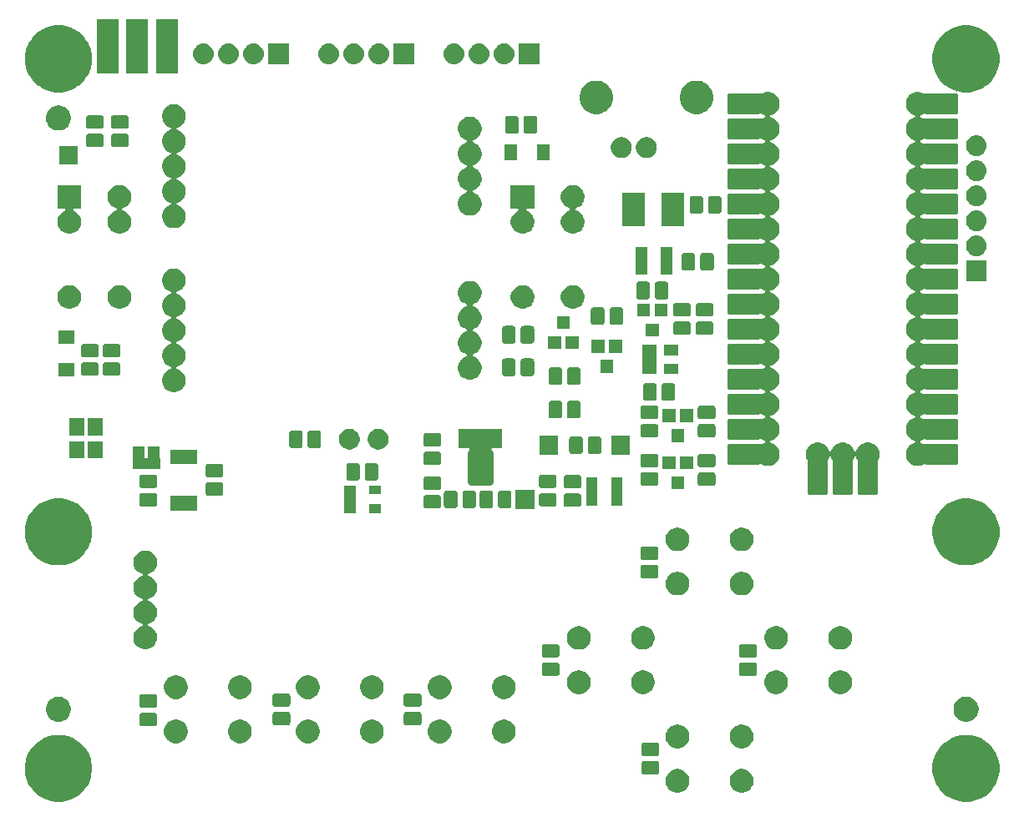
<source format=gts>
G04 #@! TF.GenerationSoftware,KiCad,Pcbnew,5.1.4-e60b266~84~ubuntu18.04.1*
G04 #@! TF.CreationDate,2019-09-19T09:23:29-07:00*
G04 #@! TF.ProjectId,OpenBeacon2,4f70656e-4265-4616-936f-6e322e6b6963,B*
G04 #@! TF.SameCoordinates,Original*
G04 #@! TF.FileFunction,Soldermask,Top*
G04 #@! TF.FilePolarity,Negative*
%FSLAX46Y46*%
G04 Gerber Fmt 4.6, Leading zero omitted, Abs format (unit mm)*
G04 Created by KiCad (PCBNEW 5.1.4-e60b266~84~ubuntu18.04.1) date 2019-09-19 09:23:29*
%MOMM*%
%LPD*%
G04 APERTURE LIST*
%ADD10C,0.100000*%
G04 APERTURE END LIST*
D10*
G36*
X196494786Y-122631809D02*
G01*
X196991743Y-122730660D01*
X197610504Y-122986959D01*
X197779722Y-123100027D01*
X198167373Y-123359047D01*
X198640953Y-123832627D01*
X198688565Y-123903884D01*
X199013041Y-124389496D01*
X199269340Y-125008257D01*
X199321795Y-125271968D01*
X199400000Y-125665128D01*
X199400000Y-126334872D01*
X199347263Y-126600000D01*
X199269340Y-126991743D01*
X199013041Y-127610504D01*
X198871017Y-127823058D01*
X198640953Y-128167373D01*
X198167373Y-128640953D01*
X197955566Y-128782478D01*
X197610504Y-129013041D01*
X196991743Y-129269340D01*
X196663307Y-129334670D01*
X196334872Y-129400000D01*
X195665128Y-129400000D01*
X195336693Y-129334670D01*
X195008257Y-129269340D01*
X194389496Y-129013041D01*
X194044434Y-128782478D01*
X193832627Y-128640953D01*
X193359047Y-128167373D01*
X193128983Y-127823058D01*
X192986959Y-127610504D01*
X192730660Y-126991743D01*
X192652737Y-126600000D01*
X192600000Y-126334872D01*
X192600000Y-125665128D01*
X192678205Y-125271968D01*
X192730660Y-125008257D01*
X192986959Y-124389496D01*
X193311435Y-123903884D01*
X193359047Y-123832627D01*
X193832627Y-123359047D01*
X194220278Y-123100027D01*
X194389496Y-122986959D01*
X195008257Y-122730660D01*
X195505214Y-122631809D01*
X195665128Y-122600000D01*
X196334872Y-122600000D01*
X196494786Y-122631809D01*
X196494786Y-122631809D01*
G37*
G36*
X104494786Y-122631809D02*
G01*
X104991743Y-122730660D01*
X105610504Y-122986959D01*
X105779722Y-123100027D01*
X106167373Y-123359047D01*
X106640953Y-123832627D01*
X106688565Y-123903884D01*
X107013041Y-124389496D01*
X107269340Y-125008257D01*
X107321795Y-125271968D01*
X107400000Y-125665128D01*
X107400000Y-126334872D01*
X107347263Y-126600000D01*
X107269340Y-126991743D01*
X107013041Y-127610504D01*
X106871017Y-127823058D01*
X106640953Y-128167373D01*
X106167373Y-128640953D01*
X105955566Y-128782478D01*
X105610504Y-129013041D01*
X104991743Y-129269340D01*
X104663307Y-129334670D01*
X104334872Y-129400000D01*
X103665128Y-129400000D01*
X103336693Y-129334670D01*
X103008257Y-129269340D01*
X102389496Y-129013041D01*
X102044434Y-128782478D01*
X101832627Y-128640953D01*
X101359047Y-128167373D01*
X101128983Y-127823058D01*
X100986959Y-127610504D01*
X100730660Y-126991743D01*
X100652737Y-126600000D01*
X100600000Y-126334872D01*
X100600000Y-125665128D01*
X100678205Y-125271968D01*
X100730660Y-125008257D01*
X100986959Y-124389496D01*
X101311435Y-123903884D01*
X101359047Y-123832627D01*
X101832627Y-123359047D01*
X102220278Y-123100027D01*
X102389496Y-122986959D01*
X103008257Y-122730660D01*
X103505214Y-122631809D01*
X103665128Y-122600000D01*
X104334872Y-122600000D01*
X104494786Y-122631809D01*
X104494786Y-122631809D01*
G37*
G36*
X173600026Y-126096115D02*
G01*
X173790505Y-126175014D01*
X173818413Y-126186574D01*
X174014955Y-126317899D01*
X174182101Y-126485045D01*
X174271203Y-126618395D01*
X174313427Y-126681589D01*
X174403885Y-126899974D01*
X174450000Y-127131809D01*
X174450000Y-127368191D01*
X174403885Y-127600026D01*
X174339216Y-127756151D01*
X174313426Y-127818413D01*
X174182101Y-128014955D01*
X174014955Y-128182101D01*
X173818413Y-128313426D01*
X173818412Y-128313427D01*
X173818411Y-128313427D01*
X173600026Y-128403885D01*
X173368191Y-128450000D01*
X173131809Y-128450000D01*
X172899974Y-128403885D01*
X172681589Y-128313427D01*
X172681588Y-128313427D01*
X172681587Y-128313426D01*
X172485045Y-128182101D01*
X172317899Y-128014955D01*
X172186574Y-127818413D01*
X172160784Y-127756151D01*
X172096115Y-127600026D01*
X172050000Y-127368191D01*
X172050000Y-127131809D01*
X172096115Y-126899974D01*
X172186573Y-126681589D01*
X172228798Y-126618395D01*
X172317899Y-126485045D01*
X172485045Y-126317899D01*
X172681587Y-126186574D01*
X172709495Y-126175014D01*
X172899974Y-126096115D01*
X173131809Y-126050000D01*
X173368191Y-126050000D01*
X173600026Y-126096115D01*
X173600026Y-126096115D01*
G37*
G36*
X167100026Y-126096115D02*
G01*
X167290505Y-126175014D01*
X167318413Y-126186574D01*
X167514955Y-126317899D01*
X167682101Y-126485045D01*
X167771203Y-126618395D01*
X167813427Y-126681589D01*
X167903885Y-126899974D01*
X167950000Y-127131809D01*
X167950000Y-127368191D01*
X167903885Y-127600026D01*
X167839216Y-127756151D01*
X167813426Y-127818413D01*
X167682101Y-128014955D01*
X167514955Y-128182101D01*
X167318413Y-128313426D01*
X167318412Y-128313427D01*
X167318411Y-128313427D01*
X167100026Y-128403885D01*
X166868191Y-128450000D01*
X166631809Y-128450000D01*
X166399974Y-128403885D01*
X166181589Y-128313427D01*
X166181588Y-128313427D01*
X166181587Y-128313426D01*
X165985045Y-128182101D01*
X165817899Y-128014955D01*
X165686574Y-127818413D01*
X165660784Y-127756151D01*
X165596115Y-127600026D01*
X165550000Y-127368191D01*
X165550000Y-127131809D01*
X165596115Y-126899974D01*
X165686573Y-126681589D01*
X165728798Y-126618395D01*
X165817899Y-126485045D01*
X165985045Y-126317899D01*
X166181587Y-126186574D01*
X166209495Y-126175014D01*
X166399974Y-126096115D01*
X166631809Y-126050000D01*
X166868191Y-126050000D01*
X167100026Y-126096115D01*
X167100026Y-126096115D01*
G37*
G36*
X164673499Y-125255997D02*
G01*
X164726147Y-125271968D01*
X164774668Y-125297902D01*
X164817195Y-125332805D01*
X164852098Y-125375332D01*
X164878032Y-125423853D01*
X164894003Y-125476501D01*
X164900000Y-125537390D01*
X164900000Y-126337610D01*
X164894003Y-126398499D01*
X164878032Y-126451147D01*
X164852098Y-126499668D01*
X164817195Y-126542195D01*
X164774668Y-126577098D01*
X164726147Y-126603032D01*
X164673499Y-126619003D01*
X164612610Y-126625000D01*
X163387390Y-126625000D01*
X163326501Y-126619003D01*
X163273853Y-126603032D01*
X163225332Y-126577098D01*
X163182805Y-126542195D01*
X163147902Y-126499668D01*
X163121968Y-126451147D01*
X163105997Y-126398499D01*
X163100000Y-126337610D01*
X163100000Y-125537390D01*
X163105997Y-125476501D01*
X163121968Y-125423853D01*
X163147902Y-125375332D01*
X163182805Y-125332805D01*
X163225332Y-125297902D01*
X163273853Y-125271968D01*
X163326501Y-125255997D01*
X163387390Y-125250000D01*
X164612610Y-125250000D01*
X164673499Y-125255997D01*
X164673499Y-125255997D01*
G37*
G36*
X164673499Y-123380997D02*
G01*
X164726147Y-123396968D01*
X164774668Y-123422902D01*
X164817195Y-123457805D01*
X164852098Y-123500332D01*
X164878032Y-123548853D01*
X164894003Y-123601501D01*
X164900000Y-123662390D01*
X164900000Y-124462610D01*
X164894003Y-124523499D01*
X164878032Y-124576147D01*
X164852098Y-124624668D01*
X164817195Y-124667195D01*
X164774668Y-124702098D01*
X164726147Y-124728032D01*
X164673499Y-124744003D01*
X164612610Y-124750000D01*
X163387390Y-124750000D01*
X163326501Y-124744003D01*
X163273853Y-124728032D01*
X163225332Y-124702098D01*
X163182805Y-124667195D01*
X163147902Y-124624668D01*
X163121968Y-124576147D01*
X163105997Y-124523499D01*
X163100000Y-124462610D01*
X163100000Y-123662390D01*
X163105997Y-123601501D01*
X163121968Y-123548853D01*
X163147902Y-123500332D01*
X163182805Y-123457805D01*
X163225332Y-123422902D01*
X163273853Y-123396968D01*
X163326501Y-123380997D01*
X163387390Y-123375000D01*
X164612610Y-123375000D01*
X164673499Y-123380997D01*
X164673499Y-123380997D01*
G37*
G36*
X173600026Y-121596115D02*
G01*
X173818411Y-121686573D01*
X173818413Y-121686574D01*
X174014955Y-121817899D01*
X174182101Y-121985045D01*
X174313427Y-122181589D01*
X174403885Y-122399974D01*
X174450000Y-122631809D01*
X174450000Y-122868191D01*
X174403885Y-123100026D01*
X174315492Y-123313426D01*
X174313426Y-123318413D01*
X174182101Y-123514955D01*
X174014955Y-123682101D01*
X173818413Y-123813426D01*
X173818412Y-123813427D01*
X173818411Y-123813427D01*
X173600026Y-123903885D01*
X173368191Y-123950000D01*
X173131809Y-123950000D01*
X172899974Y-123903885D01*
X172681589Y-123813427D01*
X172681588Y-123813427D01*
X172681587Y-123813426D01*
X172485045Y-123682101D01*
X172317899Y-123514955D01*
X172186574Y-123318413D01*
X172184508Y-123313426D01*
X172096115Y-123100026D01*
X172050000Y-122868191D01*
X172050000Y-122631809D01*
X172096115Y-122399974D01*
X172186573Y-122181589D01*
X172317899Y-121985045D01*
X172485045Y-121817899D01*
X172681587Y-121686574D01*
X172681589Y-121686573D01*
X172899974Y-121596115D01*
X173131809Y-121550000D01*
X173368191Y-121550000D01*
X173600026Y-121596115D01*
X173600026Y-121596115D01*
G37*
G36*
X167100026Y-121596115D02*
G01*
X167318411Y-121686573D01*
X167318413Y-121686574D01*
X167514955Y-121817899D01*
X167682101Y-121985045D01*
X167813427Y-122181589D01*
X167903885Y-122399974D01*
X167950000Y-122631809D01*
X167950000Y-122868191D01*
X167903885Y-123100026D01*
X167815492Y-123313426D01*
X167813426Y-123318413D01*
X167682101Y-123514955D01*
X167514955Y-123682101D01*
X167318413Y-123813426D01*
X167318412Y-123813427D01*
X167318411Y-123813427D01*
X167100026Y-123903885D01*
X166868191Y-123950000D01*
X166631809Y-123950000D01*
X166399974Y-123903885D01*
X166181589Y-123813427D01*
X166181588Y-123813427D01*
X166181587Y-123813426D01*
X165985045Y-123682101D01*
X165817899Y-123514955D01*
X165686574Y-123318413D01*
X165684508Y-123313426D01*
X165596115Y-123100026D01*
X165550000Y-122868191D01*
X165550000Y-122631809D01*
X165596115Y-122399974D01*
X165686573Y-122181589D01*
X165817899Y-121985045D01*
X165985045Y-121817899D01*
X166181587Y-121686574D01*
X166181589Y-121686573D01*
X166399974Y-121596115D01*
X166631809Y-121550000D01*
X166868191Y-121550000D01*
X167100026Y-121596115D01*
X167100026Y-121596115D01*
G37*
G36*
X149500026Y-121096115D02*
G01*
X149718411Y-121186573D01*
X149718413Y-121186574D01*
X149914955Y-121317899D01*
X150082101Y-121485045D01*
X150210427Y-121677098D01*
X150213427Y-121681589D01*
X150303885Y-121899974D01*
X150350000Y-122131809D01*
X150350000Y-122368191D01*
X150303885Y-122600026D01*
X150213427Y-122818411D01*
X150213426Y-122818413D01*
X150082101Y-123014955D01*
X149914955Y-123182101D01*
X149718413Y-123313426D01*
X149718412Y-123313427D01*
X149718411Y-123313427D01*
X149500026Y-123403885D01*
X149268191Y-123450000D01*
X149031809Y-123450000D01*
X148799974Y-123403885D01*
X148581589Y-123313427D01*
X148581588Y-123313427D01*
X148581587Y-123313426D01*
X148385045Y-123182101D01*
X148217899Y-123014955D01*
X148086574Y-122818413D01*
X148086573Y-122818411D01*
X147996115Y-122600026D01*
X147950000Y-122368191D01*
X147950000Y-122131809D01*
X147996115Y-121899974D01*
X148086573Y-121681589D01*
X148089574Y-121677098D01*
X148217899Y-121485045D01*
X148385045Y-121317899D01*
X148581587Y-121186574D01*
X148581589Y-121186573D01*
X148799974Y-121096115D01*
X149031809Y-121050000D01*
X149268191Y-121050000D01*
X149500026Y-121096115D01*
X149500026Y-121096115D01*
G37*
G36*
X143000026Y-121096115D02*
G01*
X143218411Y-121186573D01*
X143218413Y-121186574D01*
X143414955Y-121317899D01*
X143582101Y-121485045D01*
X143710427Y-121677098D01*
X143713427Y-121681589D01*
X143803885Y-121899974D01*
X143850000Y-122131809D01*
X143850000Y-122368191D01*
X143803885Y-122600026D01*
X143713427Y-122818411D01*
X143713426Y-122818413D01*
X143582101Y-123014955D01*
X143414955Y-123182101D01*
X143218413Y-123313426D01*
X143218412Y-123313427D01*
X143218411Y-123313427D01*
X143000026Y-123403885D01*
X142768191Y-123450000D01*
X142531809Y-123450000D01*
X142299974Y-123403885D01*
X142081589Y-123313427D01*
X142081588Y-123313427D01*
X142081587Y-123313426D01*
X141885045Y-123182101D01*
X141717899Y-123014955D01*
X141586574Y-122818413D01*
X141586573Y-122818411D01*
X141496115Y-122600026D01*
X141450000Y-122368191D01*
X141450000Y-122131809D01*
X141496115Y-121899974D01*
X141586573Y-121681589D01*
X141589574Y-121677098D01*
X141717899Y-121485045D01*
X141885045Y-121317899D01*
X142081587Y-121186574D01*
X142081589Y-121186573D01*
X142299974Y-121096115D01*
X142531809Y-121050000D01*
X142768191Y-121050000D01*
X143000026Y-121096115D01*
X143000026Y-121096115D01*
G37*
G36*
X136130026Y-121096115D02*
G01*
X136348411Y-121186573D01*
X136348413Y-121186574D01*
X136544955Y-121317899D01*
X136712101Y-121485045D01*
X136840427Y-121677098D01*
X136843427Y-121681589D01*
X136933885Y-121899974D01*
X136980000Y-122131809D01*
X136980000Y-122368191D01*
X136933885Y-122600026D01*
X136843427Y-122818411D01*
X136843426Y-122818413D01*
X136712101Y-123014955D01*
X136544955Y-123182101D01*
X136348413Y-123313426D01*
X136348412Y-123313427D01*
X136348411Y-123313427D01*
X136130026Y-123403885D01*
X135898191Y-123450000D01*
X135661809Y-123450000D01*
X135429974Y-123403885D01*
X135211589Y-123313427D01*
X135211588Y-123313427D01*
X135211587Y-123313426D01*
X135015045Y-123182101D01*
X134847899Y-123014955D01*
X134716574Y-122818413D01*
X134716573Y-122818411D01*
X134626115Y-122600026D01*
X134580000Y-122368191D01*
X134580000Y-122131809D01*
X134626115Y-121899974D01*
X134716573Y-121681589D01*
X134719574Y-121677098D01*
X134847899Y-121485045D01*
X135015045Y-121317899D01*
X135211587Y-121186574D01*
X135211589Y-121186573D01*
X135429974Y-121096115D01*
X135661809Y-121050000D01*
X135898191Y-121050000D01*
X136130026Y-121096115D01*
X136130026Y-121096115D01*
G37*
G36*
X129630026Y-121096115D02*
G01*
X129848411Y-121186573D01*
X129848413Y-121186574D01*
X130044955Y-121317899D01*
X130212101Y-121485045D01*
X130340427Y-121677098D01*
X130343427Y-121681589D01*
X130433885Y-121899974D01*
X130480000Y-122131809D01*
X130480000Y-122368191D01*
X130433885Y-122600026D01*
X130343427Y-122818411D01*
X130343426Y-122818413D01*
X130212101Y-123014955D01*
X130044955Y-123182101D01*
X129848413Y-123313426D01*
X129848412Y-123313427D01*
X129848411Y-123313427D01*
X129630026Y-123403885D01*
X129398191Y-123450000D01*
X129161809Y-123450000D01*
X128929974Y-123403885D01*
X128711589Y-123313427D01*
X128711588Y-123313427D01*
X128711587Y-123313426D01*
X128515045Y-123182101D01*
X128347899Y-123014955D01*
X128216574Y-122818413D01*
X128216573Y-122818411D01*
X128126115Y-122600026D01*
X128080000Y-122368191D01*
X128080000Y-122131809D01*
X128126115Y-121899974D01*
X128216573Y-121681589D01*
X128219574Y-121677098D01*
X128347899Y-121485045D01*
X128515045Y-121317899D01*
X128711587Y-121186574D01*
X128711589Y-121186573D01*
X128929974Y-121096115D01*
X129161809Y-121050000D01*
X129398191Y-121050000D01*
X129630026Y-121096115D01*
X129630026Y-121096115D01*
G37*
G36*
X122750026Y-121096115D02*
G01*
X122968411Y-121186573D01*
X122968413Y-121186574D01*
X123164955Y-121317899D01*
X123332101Y-121485045D01*
X123460427Y-121677098D01*
X123463427Y-121681589D01*
X123553885Y-121899974D01*
X123600000Y-122131809D01*
X123600000Y-122368191D01*
X123553885Y-122600026D01*
X123463427Y-122818411D01*
X123463426Y-122818413D01*
X123332101Y-123014955D01*
X123164955Y-123182101D01*
X122968413Y-123313426D01*
X122968412Y-123313427D01*
X122968411Y-123313427D01*
X122750026Y-123403885D01*
X122518191Y-123450000D01*
X122281809Y-123450000D01*
X122049974Y-123403885D01*
X121831589Y-123313427D01*
X121831588Y-123313427D01*
X121831587Y-123313426D01*
X121635045Y-123182101D01*
X121467899Y-123014955D01*
X121336574Y-122818413D01*
X121336573Y-122818411D01*
X121246115Y-122600026D01*
X121200000Y-122368191D01*
X121200000Y-122131809D01*
X121246115Y-121899974D01*
X121336573Y-121681589D01*
X121339574Y-121677098D01*
X121467899Y-121485045D01*
X121635045Y-121317899D01*
X121831587Y-121186574D01*
X121831589Y-121186573D01*
X122049974Y-121096115D01*
X122281809Y-121050000D01*
X122518191Y-121050000D01*
X122750026Y-121096115D01*
X122750026Y-121096115D01*
G37*
G36*
X116250026Y-121096115D02*
G01*
X116468411Y-121186573D01*
X116468413Y-121186574D01*
X116664955Y-121317899D01*
X116832101Y-121485045D01*
X116960427Y-121677098D01*
X116963427Y-121681589D01*
X117053885Y-121899974D01*
X117100000Y-122131809D01*
X117100000Y-122368191D01*
X117053885Y-122600026D01*
X116963427Y-122818411D01*
X116963426Y-122818413D01*
X116832101Y-123014955D01*
X116664955Y-123182101D01*
X116468413Y-123313426D01*
X116468412Y-123313427D01*
X116468411Y-123313427D01*
X116250026Y-123403885D01*
X116018191Y-123450000D01*
X115781809Y-123450000D01*
X115549974Y-123403885D01*
X115331589Y-123313427D01*
X115331588Y-123313427D01*
X115331587Y-123313426D01*
X115135045Y-123182101D01*
X114967899Y-123014955D01*
X114836574Y-122818413D01*
X114836573Y-122818411D01*
X114746115Y-122600026D01*
X114700000Y-122368191D01*
X114700000Y-122131809D01*
X114746115Y-121899974D01*
X114836573Y-121681589D01*
X114839574Y-121677098D01*
X114967899Y-121485045D01*
X115135045Y-121317899D01*
X115331587Y-121186574D01*
X115331589Y-121186573D01*
X115549974Y-121096115D01*
X115781809Y-121050000D01*
X116018191Y-121050000D01*
X116250026Y-121096115D01*
X116250026Y-121096115D01*
G37*
G36*
X113773499Y-120355997D02*
G01*
X113826147Y-120371968D01*
X113874668Y-120397902D01*
X113917195Y-120432805D01*
X113952098Y-120475332D01*
X113978032Y-120523853D01*
X113994003Y-120576501D01*
X114000000Y-120637390D01*
X114000000Y-121437610D01*
X113994003Y-121498499D01*
X113978032Y-121551147D01*
X113952098Y-121599668D01*
X113917195Y-121642195D01*
X113874668Y-121677098D01*
X113826147Y-121703032D01*
X113773499Y-121719003D01*
X113712610Y-121725000D01*
X112487390Y-121725000D01*
X112426501Y-121719003D01*
X112373853Y-121703032D01*
X112325332Y-121677098D01*
X112282805Y-121642195D01*
X112247902Y-121599668D01*
X112221968Y-121551147D01*
X112205997Y-121498499D01*
X112200000Y-121437610D01*
X112200000Y-120637390D01*
X112205997Y-120576501D01*
X112221968Y-120523853D01*
X112247902Y-120475332D01*
X112282805Y-120432805D01*
X112325332Y-120397902D01*
X112373853Y-120371968D01*
X112426501Y-120355997D01*
X112487390Y-120350000D01*
X113712610Y-120350000D01*
X113773499Y-120355997D01*
X113773499Y-120355997D01*
G37*
G36*
X127273499Y-120255997D02*
G01*
X127326147Y-120271968D01*
X127374668Y-120297902D01*
X127417195Y-120332805D01*
X127452098Y-120375332D01*
X127478032Y-120423853D01*
X127494003Y-120476501D01*
X127500000Y-120537390D01*
X127500000Y-121337610D01*
X127494003Y-121398499D01*
X127478032Y-121451147D01*
X127452098Y-121499668D01*
X127417195Y-121542195D01*
X127374668Y-121577098D01*
X127326147Y-121603032D01*
X127273499Y-121619003D01*
X127212610Y-121625000D01*
X125987390Y-121625000D01*
X125926501Y-121619003D01*
X125873853Y-121603032D01*
X125825332Y-121577098D01*
X125782805Y-121542195D01*
X125747902Y-121499668D01*
X125721968Y-121451147D01*
X125705997Y-121398499D01*
X125700000Y-121337610D01*
X125700000Y-120537390D01*
X125705997Y-120476501D01*
X125721968Y-120423853D01*
X125747902Y-120375332D01*
X125782805Y-120332805D01*
X125825332Y-120297902D01*
X125873853Y-120271968D01*
X125926501Y-120255997D01*
X125987390Y-120250000D01*
X127212610Y-120250000D01*
X127273499Y-120255997D01*
X127273499Y-120255997D01*
G37*
G36*
X140573499Y-120255997D02*
G01*
X140626147Y-120271968D01*
X140674668Y-120297902D01*
X140717195Y-120332805D01*
X140752098Y-120375332D01*
X140778032Y-120423853D01*
X140794003Y-120476501D01*
X140800000Y-120537390D01*
X140800000Y-121337610D01*
X140794003Y-121398499D01*
X140778032Y-121451147D01*
X140752098Y-121499668D01*
X140717195Y-121542195D01*
X140674668Y-121577098D01*
X140626147Y-121603032D01*
X140573499Y-121619003D01*
X140512610Y-121625000D01*
X139287390Y-121625000D01*
X139226501Y-121619003D01*
X139173853Y-121603032D01*
X139125332Y-121577098D01*
X139082805Y-121542195D01*
X139047902Y-121499668D01*
X139021968Y-121451147D01*
X139005997Y-121398499D01*
X139000000Y-121337610D01*
X139000000Y-120537390D01*
X139005997Y-120476501D01*
X139021968Y-120423853D01*
X139047902Y-120375332D01*
X139082805Y-120332805D01*
X139125332Y-120297902D01*
X139173853Y-120271968D01*
X139226501Y-120255997D01*
X139287390Y-120250000D01*
X140512610Y-120250000D01*
X140573499Y-120255997D01*
X140573499Y-120255997D01*
G37*
G36*
X104234118Y-118751688D02*
G01*
X104370445Y-118778805D01*
X104601571Y-118874541D01*
X104809578Y-119013527D01*
X104986473Y-119190422D01*
X105125459Y-119398429D01*
X105221195Y-119629555D01*
X105270000Y-119874916D01*
X105270000Y-120125084D01*
X105221195Y-120370445D01*
X105125459Y-120601571D01*
X104986473Y-120809578D01*
X104809578Y-120986473D01*
X104601571Y-121125459D01*
X104370445Y-121221195D01*
X104247765Y-121245597D01*
X104125085Y-121270000D01*
X103874915Y-121270000D01*
X103752235Y-121245597D01*
X103629555Y-121221195D01*
X103398429Y-121125459D01*
X103190422Y-120986473D01*
X103013527Y-120809578D01*
X102874541Y-120601571D01*
X102778805Y-120370445D01*
X102730000Y-120125084D01*
X102730000Y-119874916D01*
X102778805Y-119629555D01*
X102874541Y-119398429D01*
X103013527Y-119190422D01*
X103190422Y-119013527D01*
X103398429Y-118874541D01*
X103629555Y-118778805D01*
X103765882Y-118751688D01*
X103874915Y-118730000D01*
X104125085Y-118730000D01*
X104234118Y-118751688D01*
X104234118Y-118751688D01*
G37*
G36*
X196234118Y-118751688D02*
G01*
X196370445Y-118778805D01*
X196601571Y-118874541D01*
X196809578Y-119013527D01*
X196986473Y-119190422D01*
X197125459Y-119398429D01*
X197221195Y-119629555D01*
X197270000Y-119874916D01*
X197270000Y-120125084D01*
X197221195Y-120370445D01*
X197125459Y-120601571D01*
X196986473Y-120809578D01*
X196809578Y-120986473D01*
X196601571Y-121125459D01*
X196370445Y-121221195D01*
X196247765Y-121245597D01*
X196125085Y-121270000D01*
X195874915Y-121270000D01*
X195752235Y-121245597D01*
X195629555Y-121221195D01*
X195398429Y-121125459D01*
X195190422Y-120986473D01*
X195013527Y-120809578D01*
X194874541Y-120601571D01*
X194778805Y-120370445D01*
X194730000Y-120125084D01*
X194730000Y-119874916D01*
X194778805Y-119629555D01*
X194874541Y-119398429D01*
X195013527Y-119190422D01*
X195190422Y-119013527D01*
X195398429Y-118874541D01*
X195629555Y-118778805D01*
X195765882Y-118751688D01*
X195874915Y-118730000D01*
X196125085Y-118730000D01*
X196234118Y-118751688D01*
X196234118Y-118751688D01*
G37*
G36*
X113773499Y-118480997D02*
G01*
X113826147Y-118496968D01*
X113874668Y-118522902D01*
X113917195Y-118557805D01*
X113952098Y-118600332D01*
X113978032Y-118648853D01*
X113994003Y-118701501D01*
X114000000Y-118762390D01*
X114000000Y-119562610D01*
X113994003Y-119623499D01*
X113978032Y-119676147D01*
X113952098Y-119724668D01*
X113917195Y-119767195D01*
X113874668Y-119802098D01*
X113826147Y-119828032D01*
X113773499Y-119844003D01*
X113712610Y-119850000D01*
X112487390Y-119850000D01*
X112426501Y-119844003D01*
X112373853Y-119828032D01*
X112325332Y-119802098D01*
X112282805Y-119767195D01*
X112247902Y-119724668D01*
X112221968Y-119676147D01*
X112205997Y-119623499D01*
X112200000Y-119562610D01*
X112200000Y-118762390D01*
X112205997Y-118701501D01*
X112221968Y-118648853D01*
X112247902Y-118600332D01*
X112282805Y-118557805D01*
X112325332Y-118522902D01*
X112373853Y-118496968D01*
X112426501Y-118480997D01*
X112487390Y-118475000D01*
X113712610Y-118475000D01*
X113773499Y-118480997D01*
X113773499Y-118480997D01*
G37*
G36*
X127273499Y-118380997D02*
G01*
X127326147Y-118396968D01*
X127374668Y-118422902D01*
X127417195Y-118457805D01*
X127452098Y-118500332D01*
X127478032Y-118548853D01*
X127494003Y-118601501D01*
X127500000Y-118662390D01*
X127500000Y-119462610D01*
X127494003Y-119523499D01*
X127478032Y-119576147D01*
X127452098Y-119624668D01*
X127417195Y-119667195D01*
X127374668Y-119702098D01*
X127326147Y-119728032D01*
X127273499Y-119744003D01*
X127212610Y-119750000D01*
X125987390Y-119750000D01*
X125926501Y-119744003D01*
X125873853Y-119728032D01*
X125825332Y-119702098D01*
X125782805Y-119667195D01*
X125747902Y-119624668D01*
X125721968Y-119576147D01*
X125705997Y-119523499D01*
X125700000Y-119462610D01*
X125700000Y-118662390D01*
X125705997Y-118601501D01*
X125721968Y-118548853D01*
X125747902Y-118500332D01*
X125782805Y-118457805D01*
X125825332Y-118422902D01*
X125873853Y-118396968D01*
X125926501Y-118380997D01*
X125987390Y-118375000D01*
X127212610Y-118375000D01*
X127273499Y-118380997D01*
X127273499Y-118380997D01*
G37*
G36*
X140573499Y-118380997D02*
G01*
X140626147Y-118396968D01*
X140674668Y-118422902D01*
X140717195Y-118457805D01*
X140752098Y-118500332D01*
X140778032Y-118548853D01*
X140794003Y-118601501D01*
X140800000Y-118662390D01*
X140800000Y-119462610D01*
X140794003Y-119523499D01*
X140778032Y-119576147D01*
X140752098Y-119624668D01*
X140717195Y-119667195D01*
X140674668Y-119702098D01*
X140626147Y-119728032D01*
X140573499Y-119744003D01*
X140512610Y-119750000D01*
X139287390Y-119750000D01*
X139226501Y-119744003D01*
X139173853Y-119728032D01*
X139125332Y-119702098D01*
X139082805Y-119667195D01*
X139047902Y-119624668D01*
X139021968Y-119576147D01*
X139005997Y-119523499D01*
X139000000Y-119462610D01*
X139000000Y-118662390D01*
X139005997Y-118601501D01*
X139021968Y-118548853D01*
X139047902Y-118500332D01*
X139082805Y-118457805D01*
X139125332Y-118422902D01*
X139173853Y-118396968D01*
X139226501Y-118380997D01*
X139287390Y-118375000D01*
X140512610Y-118375000D01*
X140573499Y-118380997D01*
X140573499Y-118380997D01*
G37*
G36*
X116250026Y-116596115D02*
G01*
X116468411Y-116686573D01*
X116468413Y-116686574D01*
X116664955Y-116817899D01*
X116832101Y-116985045D01*
X116963427Y-117181589D01*
X117053885Y-117399974D01*
X117100000Y-117631809D01*
X117100000Y-117868191D01*
X117053885Y-118100026D01*
X117019888Y-118182101D01*
X116963426Y-118318413D01*
X116832101Y-118514955D01*
X116664955Y-118682101D01*
X116468413Y-118813426D01*
X116468412Y-118813427D01*
X116468411Y-118813427D01*
X116250026Y-118903885D01*
X116018191Y-118950000D01*
X115781809Y-118950000D01*
X115549974Y-118903885D01*
X115331589Y-118813427D01*
X115331588Y-118813427D01*
X115331587Y-118813426D01*
X115135045Y-118682101D01*
X114967899Y-118514955D01*
X114836574Y-118318413D01*
X114780112Y-118182101D01*
X114746115Y-118100026D01*
X114700000Y-117868191D01*
X114700000Y-117631809D01*
X114746115Y-117399974D01*
X114836573Y-117181589D01*
X114967899Y-116985045D01*
X115135045Y-116817899D01*
X115331587Y-116686574D01*
X115331589Y-116686573D01*
X115549974Y-116596115D01*
X115781809Y-116550000D01*
X116018191Y-116550000D01*
X116250026Y-116596115D01*
X116250026Y-116596115D01*
G37*
G36*
X149500026Y-116596115D02*
G01*
X149718411Y-116686573D01*
X149718413Y-116686574D01*
X149914955Y-116817899D01*
X150082101Y-116985045D01*
X150213427Y-117181589D01*
X150303885Y-117399974D01*
X150350000Y-117631809D01*
X150350000Y-117868191D01*
X150303885Y-118100026D01*
X150269888Y-118182101D01*
X150213426Y-118318413D01*
X150082101Y-118514955D01*
X149914955Y-118682101D01*
X149718413Y-118813426D01*
X149718412Y-118813427D01*
X149718411Y-118813427D01*
X149500026Y-118903885D01*
X149268191Y-118950000D01*
X149031809Y-118950000D01*
X148799974Y-118903885D01*
X148581589Y-118813427D01*
X148581588Y-118813427D01*
X148581587Y-118813426D01*
X148385045Y-118682101D01*
X148217899Y-118514955D01*
X148086574Y-118318413D01*
X148030112Y-118182101D01*
X147996115Y-118100026D01*
X147950000Y-117868191D01*
X147950000Y-117631809D01*
X147996115Y-117399974D01*
X148086573Y-117181589D01*
X148217899Y-116985045D01*
X148385045Y-116817899D01*
X148581587Y-116686574D01*
X148581589Y-116686573D01*
X148799974Y-116596115D01*
X149031809Y-116550000D01*
X149268191Y-116550000D01*
X149500026Y-116596115D01*
X149500026Y-116596115D01*
G37*
G36*
X143000026Y-116596115D02*
G01*
X143218411Y-116686573D01*
X143218413Y-116686574D01*
X143414955Y-116817899D01*
X143582101Y-116985045D01*
X143713427Y-117181589D01*
X143803885Y-117399974D01*
X143850000Y-117631809D01*
X143850000Y-117868191D01*
X143803885Y-118100026D01*
X143769888Y-118182101D01*
X143713426Y-118318413D01*
X143582101Y-118514955D01*
X143414955Y-118682101D01*
X143218413Y-118813426D01*
X143218412Y-118813427D01*
X143218411Y-118813427D01*
X143000026Y-118903885D01*
X142768191Y-118950000D01*
X142531809Y-118950000D01*
X142299974Y-118903885D01*
X142081589Y-118813427D01*
X142081588Y-118813427D01*
X142081587Y-118813426D01*
X141885045Y-118682101D01*
X141717899Y-118514955D01*
X141586574Y-118318413D01*
X141530112Y-118182101D01*
X141496115Y-118100026D01*
X141450000Y-117868191D01*
X141450000Y-117631809D01*
X141496115Y-117399974D01*
X141586573Y-117181589D01*
X141717899Y-116985045D01*
X141885045Y-116817899D01*
X142081587Y-116686574D01*
X142081589Y-116686573D01*
X142299974Y-116596115D01*
X142531809Y-116550000D01*
X142768191Y-116550000D01*
X143000026Y-116596115D01*
X143000026Y-116596115D01*
G37*
G36*
X129630026Y-116596115D02*
G01*
X129848411Y-116686573D01*
X129848413Y-116686574D01*
X130044955Y-116817899D01*
X130212101Y-116985045D01*
X130343427Y-117181589D01*
X130433885Y-117399974D01*
X130480000Y-117631809D01*
X130480000Y-117868191D01*
X130433885Y-118100026D01*
X130399888Y-118182101D01*
X130343426Y-118318413D01*
X130212101Y-118514955D01*
X130044955Y-118682101D01*
X129848413Y-118813426D01*
X129848412Y-118813427D01*
X129848411Y-118813427D01*
X129630026Y-118903885D01*
X129398191Y-118950000D01*
X129161809Y-118950000D01*
X128929974Y-118903885D01*
X128711589Y-118813427D01*
X128711588Y-118813427D01*
X128711587Y-118813426D01*
X128515045Y-118682101D01*
X128347899Y-118514955D01*
X128216574Y-118318413D01*
X128160112Y-118182101D01*
X128126115Y-118100026D01*
X128080000Y-117868191D01*
X128080000Y-117631809D01*
X128126115Y-117399974D01*
X128216573Y-117181589D01*
X128347899Y-116985045D01*
X128515045Y-116817899D01*
X128711587Y-116686574D01*
X128711589Y-116686573D01*
X128929974Y-116596115D01*
X129161809Y-116550000D01*
X129398191Y-116550000D01*
X129630026Y-116596115D01*
X129630026Y-116596115D01*
G37*
G36*
X136130026Y-116596115D02*
G01*
X136348411Y-116686573D01*
X136348413Y-116686574D01*
X136544955Y-116817899D01*
X136712101Y-116985045D01*
X136843427Y-117181589D01*
X136933885Y-117399974D01*
X136980000Y-117631809D01*
X136980000Y-117868191D01*
X136933885Y-118100026D01*
X136899888Y-118182101D01*
X136843426Y-118318413D01*
X136712101Y-118514955D01*
X136544955Y-118682101D01*
X136348413Y-118813426D01*
X136348412Y-118813427D01*
X136348411Y-118813427D01*
X136130026Y-118903885D01*
X135898191Y-118950000D01*
X135661809Y-118950000D01*
X135429974Y-118903885D01*
X135211589Y-118813427D01*
X135211588Y-118813427D01*
X135211587Y-118813426D01*
X135015045Y-118682101D01*
X134847899Y-118514955D01*
X134716574Y-118318413D01*
X134660112Y-118182101D01*
X134626115Y-118100026D01*
X134580000Y-117868191D01*
X134580000Y-117631809D01*
X134626115Y-117399974D01*
X134716573Y-117181589D01*
X134847899Y-116985045D01*
X135015045Y-116817899D01*
X135211587Y-116686574D01*
X135211589Y-116686573D01*
X135429974Y-116596115D01*
X135661809Y-116550000D01*
X135898191Y-116550000D01*
X136130026Y-116596115D01*
X136130026Y-116596115D01*
G37*
G36*
X122750026Y-116596115D02*
G01*
X122968411Y-116686573D01*
X122968413Y-116686574D01*
X123164955Y-116817899D01*
X123332101Y-116985045D01*
X123463427Y-117181589D01*
X123553885Y-117399974D01*
X123600000Y-117631809D01*
X123600000Y-117868191D01*
X123553885Y-118100026D01*
X123519888Y-118182101D01*
X123463426Y-118318413D01*
X123332101Y-118514955D01*
X123164955Y-118682101D01*
X122968413Y-118813426D01*
X122968412Y-118813427D01*
X122968411Y-118813427D01*
X122750026Y-118903885D01*
X122518191Y-118950000D01*
X122281809Y-118950000D01*
X122049974Y-118903885D01*
X121831589Y-118813427D01*
X121831588Y-118813427D01*
X121831587Y-118813426D01*
X121635045Y-118682101D01*
X121467899Y-118514955D01*
X121336574Y-118318413D01*
X121280112Y-118182101D01*
X121246115Y-118100026D01*
X121200000Y-117868191D01*
X121200000Y-117631809D01*
X121246115Y-117399974D01*
X121336573Y-117181589D01*
X121467899Y-116985045D01*
X121635045Y-116817899D01*
X121831587Y-116686574D01*
X121831589Y-116686573D01*
X122049974Y-116596115D01*
X122281809Y-116550000D01*
X122518191Y-116550000D01*
X122750026Y-116596115D01*
X122750026Y-116596115D01*
G37*
G36*
X157100026Y-116096115D02*
G01*
X157318411Y-116186573D01*
X157318413Y-116186574D01*
X157514955Y-116317899D01*
X157682101Y-116485045D01*
X157771203Y-116618395D01*
X157813427Y-116681589D01*
X157903885Y-116899974D01*
X157950000Y-117131809D01*
X157950000Y-117368191D01*
X157903885Y-117600026D01*
X157813427Y-117818411D01*
X157813426Y-117818413D01*
X157682101Y-118014955D01*
X157514955Y-118182101D01*
X157318413Y-118313426D01*
X157318412Y-118313427D01*
X157318411Y-118313427D01*
X157100026Y-118403885D01*
X156868191Y-118450000D01*
X156631809Y-118450000D01*
X156399974Y-118403885D01*
X156181589Y-118313427D01*
X156181588Y-118313427D01*
X156181587Y-118313426D01*
X155985045Y-118182101D01*
X155817899Y-118014955D01*
X155686574Y-117818413D01*
X155686573Y-117818411D01*
X155596115Y-117600026D01*
X155550000Y-117368191D01*
X155550000Y-117131809D01*
X155596115Y-116899974D01*
X155686573Y-116681589D01*
X155728798Y-116618395D01*
X155817899Y-116485045D01*
X155985045Y-116317899D01*
X156181587Y-116186574D01*
X156181589Y-116186573D01*
X156399974Y-116096115D01*
X156631809Y-116050000D01*
X156868191Y-116050000D01*
X157100026Y-116096115D01*
X157100026Y-116096115D01*
G37*
G36*
X163600026Y-116096115D02*
G01*
X163818411Y-116186573D01*
X163818413Y-116186574D01*
X164014955Y-116317899D01*
X164182101Y-116485045D01*
X164271203Y-116618395D01*
X164313427Y-116681589D01*
X164403885Y-116899974D01*
X164450000Y-117131809D01*
X164450000Y-117368191D01*
X164403885Y-117600026D01*
X164313427Y-117818411D01*
X164313426Y-117818413D01*
X164182101Y-118014955D01*
X164014955Y-118182101D01*
X163818413Y-118313426D01*
X163818412Y-118313427D01*
X163818411Y-118313427D01*
X163600026Y-118403885D01*
X163368191Y-118450000D01*
X163131809Y-118450000D01*
X162899974Y-118403885D01*
X162681589Y-118313427D01*
X162681588Y-118313427D01*
X162681587Y-118313426D01*
X162485045Y-118182101D01*
X162317899Y-118014955D01*
X162186574Y-117818413D01*
X162186573Y-117818411D01*
X162096115Y-117600026D01*
X162050000Y-117368191D01*
X162050000Y-117131809D01*
X162096115Y-116899974D01*
X162186573Y-116681589D01*
X162228798Y-116618395D01*
X162317899Y-116485045D01*
X162485045Y-116317899D01*
X162681587Y-116186574D01*
X162681589Y-116186573D01*
X162899974Y-116096115D01*
X163131809Y-116050000D01*
X163368191Y-116050000D01*
X163600026Y-116096115D01*
X163600026Y-116096115D01*
G37*
G36*
X177100026Y-116096115D02*
G01*
X177318411Y-116186573D01*
X177318413Y-116186574D01*
X177514955Y-116317899D01*
X177682101Y-116485045D01*
X177771203Y-116618395D01*
X177813427Y-116681589D01*
X177903885Y-116899974D01*
X177950000Y-117131809D01*
X177950000Y-117368191D01*
X177903885Y-117600026D01*
X177813427Y-117818411D01*
X177813426Y-117818413D01*
X177682101Y-118014955D01*
X177514955Y-118182101D01*
X177318413Y-118313426D01*
X177318412Y-118313427D01*
X177318411Y-118313427D01*
X177100026Y-118403885D01*
X176868191Y-118450000D01*
X176631809Y-118450000D01*
X176399974Y-118403885D01*
X176181589Y-118313427D01*
X176181588Y-118313427D01*
X176181587Y-118313426D01*
X175985045Y-118182101D01*
X175817899Y-118014955D01*
X175686574Y-117818413D01*
X175686573Y-117818411D01*
X175596115Y-117600026D01*
X175550000Y-117368191D01*
X175550000Y-117131809D01*
X175596115Y-116899974D01*
X175686573Y-116681589D01*
X175728798Y-116618395D01*
X175817899Y-116485045D01*
X175985045Y-116317899D01*
X176181587Y-116186574D01*
X176181589Y-116186573D01*
X176399974Y-116096115D01*
X176631809Y-116050000D01*
X176868191Y-116050000D01*
X177100026Y-116096115D01*
X177100026Y-116096115D01*
G37*
G36*
X183600026Y-116096115D02*
G01*
X183818411Y-116186573D01*
X183818413Y-116186574D01*
X184014955Y-116317899D01*
X184182101Y-116485045D01*
X184271203Y-116618395D01*
X184313427Y-116681589D01*
X184403885Y-116899974D01*
X184450000Y-117131809D01*
X184450000Y-117368191D01*
X184403885Y-117600026D01*
X184313427Y-117818411D01*
X184313426Y-117818413D01*
X184182101Y-118014955D01*
X184014955Y-118182101D01*
X183818413Y-118313426D01*
X183818412Y-118313427D01*
X183818411Y-118313427D01*
X183600026Y-118403885D01*
X183368191Y-118450000D01*
X183131809Y-118450000D01*
X182899974Y-118403885D01*
X182681589Y-118313427D01*
X182681588Y-118313427D01*
X182681587Y-118313426D01*
X182485045Y-118182101D01*
X182317899Y-118014955D01*
X182186574Y-117818413D01*
X182186573Y-117818411D01*
X182096115Y-117600026D01*
X182050000Y-117368191D01*
X182050000Y-117131809D01*
X182096115Y-116899974D01*
X182186573Y-116681589D01*
X182228798Y-116618395D01*
X182317899Y-116485045D01*
X182485045Y-116317899D01*
X182681587Y-116186574D01*
X182681589Y-116186573D01*
X182899974Y-116096115D01*
X183131809Y-116050000D01*
X183368191Y-116050000D01*
X183600026Y-116096115D01*
X183600026Y-116096115D01*
G37*
G36*
X174573499Y-115255997D02*
G01*
X174626147Y-115271968D01*
X174674668Y-115297902D01*
X174717195Y-115332805D01*
X174752098Y-115375332D01*
X174778032Y-115423853D01*
X174794003Y-115476501D01*
X174800000Y-115537390D01*
X174800000Y-116337610D01*
X174794003Y-116398499D01*
X174778032Y-116451147D01*
X174752098Y-116499668D01*
X174717195Y-116542195D01*
X174674668Y-116577098D01*
X174626147Y-116603032D01*
X174573499Y-116619003D01*
X174512610Y-116625000D01*
X173287390Y-116625000D01*
X173226501Y-116619003D01*
X173173853Y-116603032D01*
X173125332Y-116577098D01*
X173082805Y-116542195D01*
X173047902Y-116499668D01*
X173021968Y-116451147D01*
X173005997Y-116398499D01*
X173000000Y-116337610D01*
X173000000Y-115537390D01*
X173005997Y-115476501D01*
X173021968Y-115423853D01*
X173047902Y-115375332D01*
X173082805Y-115332805D01*
X173125332Y-115297902D01*
X173173853Y-115271968D01*
X173226501Y-115255997D01*
X173287390Y-115250000D01*
X174512610Y-115250000D01*
X174573499Y-115255997D01*
X174573499Y-115255997D01*
G37*
G36*
X154573499Y-115255997D02*
G01*
X154626147Y-115271968D01*
X154674668Y-115297902D01*
X154717195Y-115332805D01*
X154752098Y-115375332D01*
X154778032Y-115423853D01*
X154794003Y-115476501D01*
X154800000Y-115537390D01*
X154800000Y-116337610D01*
X154794003Y-116398499D01*
X154778032Y-116451147D01*
X154752098Y-116499668D01*
X154717195Y-116542195D01*
X154674668Y-116577098D01*
X154626147Y-116603032D01*
X154573499Y-116619003D01*
X154512610Y-116625000D01*
X153287390Y-116625000D01*
X153226501Y-116619003D01*
X153173853Y-116603032D01*
X153125332Y-116577098D01*
X153082805Y-116542195D01*
X153047902Y-116499668D01*
X153021968Y-116451147D01*
X153005997Y-116398499D01*
X153000000Y-116337610D01*
X153000000Y-115537390D01*
X153005997Y-115476501D01*
X153021968Y-115423853D01*
X153047902Y-115375332D01*
X153082805Y-115332805D01*
X153125332Y-115297902D01*
X153173853Y-115271968D01*
X153226501Y-115255997D01*
X153287390Y-115250000D01*
X154512610Y-115250000D01*
X154573499Y-115255997D01*
X154573499Y-115255997D01*
G37*
G36*
X174573499Y-113380997D02*
G01*
X174626147Y-113396968D01*
X174674668Y-113422902D01*
X174717195Y-113457805D01*
X174752098Y-113500332D01*
X174778032Y-113548853D01*
X174794003Y-113601501D01*
X174800000Y-113662390D01*
X174800000Y-114462610D01*
X174794003Y-114523499D01*
X174778032Y-114576147D01*
X174752098Y-114624668D01*
X174717195Y-114667195D01*
X174674668Y-114702098D01*
X174626147Y-114728032D01*
X174573499Y-114744003D01*
X174512610Y-114750000D01*
X173287390Y-114750000D01*
X173226501Y-114744003D01*
X173173853Y-114728032D01*
X173125332Y-114702098D01*
X173082805Y-114667195D01*
X173047902Y-114624668D01*
X173021968Y-114576147D01*
X173005997Y-114523499D01*
X173000000Y-114462610D01*
X173000000Y-113662390D01*
X173005997Y-113601501D01*
X173021968Y-113548853D01*
X173047902Y-113500332D01*
X173082805Y-113457805D01*
X173125332Y-113422902D01*
X173173853Y-113396968D01*
X173226501Y-113380997D01*
X173287390Y-113375000D01*
X174512610Y-113375000D01*
X174573499Y-113380997D01*
X174573499Y-113380997D01*
G37*
G36*
X154573499Y-113380997D02*
G01*
X154626147Y-113396968D01*
X154674668Y-113422902D01*
X154717195Y-113457805D01*
X154752098Y-113500332D01*
X154778032Y-113548853D01*
X154794003Y-113601501D01*
X154800000Y-113662390D01*
X154800000Y-114462610D01*
X154794003Y-114523499D01*
X154778032Y-114576147D01*
X154752098Y-114624668D01*
X154717195Y-114667195D01*
X154674668Y-114702098D01*
X154626147Y-114728032D01*
X154573499Y-114744003D01*
X154512610Y-114750000D01*
X153287390Y-114750000D01*
X153226501Y-114744003D01*
X153173853Y-114728032D01*
X153125332Y-114702098D01*
X153082805Y-114667195D01*
X153047902Y-114624668D01*
X153021968Y-114576147D01*
X153005997Y-114523499D01*
X153000000Y-114462610D01*
X153000000Y-113662390D01*
X153005997Y-113601501D01*
X153021968Y-113548853D01*
X153047902Y-113500332D01*
X153082805Y-113457805D01*
X153125332Y-113422902D01*
X153173853Y-113396968D01*
X153226501Y-113380997D01*
X153287390Y-113375000D01*
X154512610Y-113375000D01*
X154573499Y-113380997D01*
X154573499Y-113380997D01*
G37*
G36*
X157100026Y-111596115D02*
G01*
X157318411Y-111686573D01*
X157318413Y-111686574D01*
X157455091Y-111777899D01*
X157514955Y-111817899D01*
X157682101Y-111985045D01*
X157813427Y-112181589D01*
X157903885Y-112399974D01*
X157950000Y-112631809D01*
X157950000Y-112868191D01*
X157903885Y-113100026D01*
X157813427Y-113318411D01*
X157813426Y-113318413D01*
X157682101Y-113514955D01*
X157514955Y-113682101D01*
X157318413Y-113813426D01*
X157318412Y-113813427D01*
X157318411Y-113813427D01*
X157100026Y-113903885D01*
X156868191Y-113950000D01*
X156631809Y-113950000D01*
X156399974Y-113903885D01*
X156181589Y-113813427D01*
X156181588Y-113813427D01*
X156181587Y-113813426D01*
X155985045Y-113682101D01*
X155817899Y-113514955D01*
X155686574Y-113318413D01*
X155686573Y-113318411D01*
X155596115Y-113100026D01*
X155550000Y-112868191D01*
X155550000Y-112631809D01*
X155596115Y-112399974D01*
X155686573Y-112181589D01*
X155817899Y-111985045D01*
X155985045Y-111817899D01*
X156044909Y-111777899D01*
X156181587Y-111686574D01*
X156181589Y-111686573D01*
X156399974Y-111596115D01*
X156631809Y-111550000D01*
X156868191Y-111550000D01*
X157100026Y-111596115D01*
X157100026Y-111596115D01*
G37*
G36*
X177100026Y-111596115D02*
G01*
X177318411Y-111686573D01*
X177318413Y-111686574D01*
X177455091Y-111777899D01*
X177514955Y-111817899D01*
X177682101Y-111985045D01*
X177813427Y-112181589D01*
X177903885Y-112399974D01*
X177950000Y-112631809D01*
X177950000Y-112868191D01*
X177903885Y-113100026D01*
X177813427Y-113318411D01*
X177813426Y-113318413D01*
X177682101Y-113514955D01*
X177514955Y-113682101D01*
X177318413Y-113813426D01*
X177318412Y-113813427D01*
X177318411Y-113813427D01*
X177100026Y-113903885D01*
X176868191Y-113950000D01*
X176631809Y-113950000D01*
X176399974Y-113903885D01*
X176181589Y-113813427D01*
X176181588Y-113813427D01*
X176181587Y-113813426D01*
X175985045Y-113682101D01*
X175817899Y-113514955D01*
X175686574Y-113318413D01*
X175686573Y-113318411D01*
X175596115Y-113100026D01*
X175550000Y-112868191D01*
X175550000Y-112631809D01*
X175596115Y-112399974D01*
X175686573Y-112181589D01*
X175817899Y-111985045D01*
X175985045Y-111817899D01*
X176044909Y-111777899D01*
X176181587Y-111686574D01*
X176181589Y-111686573D01*
X176399974Y-111596115D01*
X176631809Y-111550000D01*
X176868191Y-111550000D01*
X177100026Y-111596115D01*
X177100026Y-111596115D01*
G37*
G36*
X183600026Y-111596115D02*
G01*
X183818411Y-111686573D01*
X183818413Y-111686574D01*
X183955091Y-111777899D01*
X184014955Y-111817899D01*
X184182101Y-111985045D01*
X184313427Y-112181589D01*
X184403885Y-112399974D01*
X184450000Y-112631809D01*
X184450000Y-112868191D01*
X184403885Y-113100026D01*
X184313427Y-113318411D01*
X184313426Y-113318413D01*
X184182101Y-113514955D01*
X184014955Y-113682101D01*
X183818413Y-113813426D01*
X183818412Y-113813427D01*
X183818411Y-113813427D01*
X183600026Y-113903885D01*
X183368191Y-113950000D01*
X183131809Y-113950000D01*
X182899974Y-113903885D01*
X182681589Y-113813427D01*
X182681588Y-113813427D01*
X182681587Y-113813426D01*
X182485045Y-113682101D01*
X182317899Y-113514955D01*
X182186574Y-113318413D01*
X182186573Y-113318411D01*
X182096115Y-113100026D01*
X182050000Y-112868191D01*
X182050000Y-112631809D01*
X182096115Y-112399974D01*
X182186573Y-112181589D01*
X182317899Y-111985045D01*
X182485045Y-111817899D01*
X182544909Y-111777899D01*
X182681587Y-111686574D01*
X182681589Y-111686573D01*
X182899974Y-111596115D01*
X183131809Y-111550000D01*
X183368191Y-111550000D01*
X183600026Y-111596115D01*
X183600026Y-111596115D01*
G37*
G36*
X163600026Y-111596115D02*
G01*
X163818411Y-111686573D01*
X163818413Y-111686574D01*
X163955091Y-111777899D01*
X164014955Y-111817899D01*
X164182101Y-111985045D01*
X164313427Y-112181589D01*
X164403885Y-112399974D01*
X164450000Y-112631809D01*
X164450000Y-112868191D01*
X164403885Y-113100026D01*
X164313427Y-113318411D01*
X164313426Y-113318413D01*
X164182101Y-113514955D01*
X164014955Y-113682101D01*
X163818413Y-113813426D01*
X163818412Y-113813427D01*
X163818411Y-113813427D01*
X163600026Y-113903885D01*
X163368191Y-113950000D01*
X163131809Y-113950000D01*
X162899974Y-113903885D01*
X162681589Y-113813427D01*
X162681588Y-113813427D01*
X162681587Y-113813426D01*
X162485045Y-113682101D01*
X162317899Y-113514955D01*
X162186574Y-113318413D01*
X162186573Y-113318411D01*
X162096115Y-113100026D01*
X162050000Y-112868191D01*
X162050000Y-112631809D01*
X162096115Y-112399974D01*
X162186573Y-112181589D01*
X162317899Y-111985045D01*
X162485045Y-111817899D01*
X162544909Y-111777899D01*
X162681587Y-111686574D01*
X162681589Y-111686573D01*
X162899974Y-111596115D01*
X163131809Y-111550000D01*
X163368191Y-111550000D01*
X163600026Y-111596115D01*
X163600026Y-111596115D01*
G37*
G36*
X113150026Y-103936115D02*
G01*
X113368411Y-104026573D01*
X113368413Y-104026574D01*
X113447673Y-104079534D01*
X113564955Y-104157899D01*
X113732101Y-104325045D01*
X113863427Y-104521589D01*
X113953885Y-104739974D01*
X114000000Y-104971809D01*
X114000000Y-105208191D01*
X113953885Y-105440026D01*
X113897355Y-105576501D01*
X113863426Y-105658413D01*
X113732101Y-105854955D01*
X113564955Y-106022101D01*
X113368413Y-106153426D01*
X113368412Y-106153427D01*
X113368411Y-106153427D01*
X113148503Y-106244516D01*
X113126892Y-106256067D01*
X113107950Y-106271612D01*
X113092405Y-106290554D01*
X113080854Y-106312165D01*
X113073741Y-106335614D01*
X113071339Y-106360000D01*
X113073741Y-106384386D01*
X113080854Y-106407835D01*
X113092405Y-106429446D01*
X113107950Y-106448388D01*
X113126892Y-106463933D01*
X113148503Y-106475484D01*
X113331169Y-106551147D01*
X113368413Y-106566574D01*
X113454833Y-106624318D01*
X113564955Y-106697899D01*
X113732101Y-106865045D01*
X113863427Y-107061589D01*
X113953885Y-107279974D01*
X114000000Y-107511809D01*
X114000000Y-107748191D01*
X113953885Y-107980026D01*
X113870183Y-108182101D01*
X113863426Y-108198413D01*
X113732101Y-108394955D01*
X113564955Y-108562101D01*
X113368413Y-108693426D01*
X113368412Y-108693427D01*
X113368411Y-108693427D01*
X113148503Y-108784516D01*
X113126892Y-108796067D01*
X113107950Y-108811612D01*
X113092405Y-108830554D01*
X113080854Y-108852165D01*
X113073741Y-108875614D01*
X113071339Y-108900000D01*
X113073741Y-108924386D01*
X113080854Y-108947835D01*
X113092405Y-108969446D01*
X113107950Y-108988388D01*
X113126892Y-109003933D01*
X113148503Y-109015484D01*
X113368411Y-109106573D01*
X113368413Y-109106574D01*
X113564955Y-109237899D01*
X113732101Y-109405045D01*
X113863427Y-109601589D01*
X113953885Y-109819974D01*
X114000000Y-110051809D01*
X114000000Y-110288191D01*
X113953885Y-110520026D01*
X113863427Y-110738411D01*
X113863426Y-110738413D01*
X113732101Y-110934955D01*
X113564955Y-111102101D01*
X113368413Y-111233426D01*
X113368412Y-111233427D01*
X113368411Y-111233427D01*
X113148503Y-111324516D01*
X113126892Y-111336067D01*
X113107950Y-111351612D01*
X113092405Y-111370554D01*
X113080854Y-111392165D01*
X113073741Y-111415614D01*
X113071339Y-111440000D01*
X113073741Y-111464386D01*
X113080854Y-111487835D01*
X113092405Y-111509446D01*
X113107950Y-111528388D01*
X113126892Y-111543933D01*
X113148503Y-111555484D01*
X113368411Y-111646573D01*
X113368413Y-111646574D01*
X113428277Y-111686574D01*
X113564955Y-111777899D01*
X113732101Y-111945045D01*
X113863427Y-112141589D01*
X113953885Y-112359974D01*
X114000000Y-112591809D01*
X114000000Y-112828191D01*
X113953885Y-113060026D01*
X113937316Y-113100026D01*
X113863426Y-113278413D01*
X113732101Y-113474955D01*
X113564955Y-113642101D01*
X113368413Y-113773426D01*
X113368412Y-113773427D01*
X113368411Y-113773427D01*
X113150026Y-113863885D01*
X112918191Y-113910000D01*
X112681809Y-113910000D01*
X112449974Y-113863885D01*
X112231589Y-113773427D01*
X112231588Y-113773427D01*
X112231587Y-113773426D01*
X112035045Y-113642101D01*
X111867899Y-113474955D01*
X111736574Y-113278413D01*
X111662684Y-113100026D01*
X111646115Y-113060026D01*
X111600000Y-112828191D01*
X111600000Y-112591809D01*
X111646115Y-112359974D01*
X111736573Y-112141589D01*
X111867899Y-111945045D01*
X112035045Y-111777899D01*
X112171723Y-111686574D01*
X112231587Y-111646574D01*
X112231589Y-111646573D01*
X112451497Y-111555484D01*
X112473108Y-111543933D01*
X112492050Y-111528388D01*
X112507595Y-111509446D01*
X112519146Y-111487835D01*
X112526259Y-111464386D01*
X112528661Y-111440000D01*
X112526259Y-111415614D01*
X112519146Y-111392165D01*
X112507595Y-111370554D01*
X112492050Y-111351612D01*
X112473108Y-111336067D01*
X112451497Y-111324516D01*
X112231589Y-111233427D01*
X112231588Y-111233427D01*
X112231587Y-111233426D01*
X112035045Y-111102101D01*
X111867899Y-110934955D01*
X111736574Y-110738413D01*
X111736573Y-110738411D01*
X111646115Y-110520026D01*
X111600000Y-110288191D01*
X111600000Y-110051809D01*
X111646115Y-109819974D01*
X111736573Y-109601589D01*
X111867899Y-109405045D01*
X112035045Y-109237899D01*
X112231587Y-109106574D01*
X112231589Y-109106573D01*
X112451497Y-109015484D01*
X112473108Y-109003933D01*
X112492050Y-108988388D01*
X112507595Y-108969446D01*
X112519146Y-108947835D01*
X112526259Y-108924386D01*
X112528661Y-108900000D01*
X112526259Y-108875614D01*
X112519146Y-108852165D01*
X112507595Y-108830554D01*
X112492050Y-108811612D01*
X112473108Y-108796067D01*
X112451497Y-108784516D01*
X112231589Y-108693427D01*
X112231588Y-108693427D01*
X112231587Y-108693426D01*
X112035045Y-108562101D01*
X111867899Y-108394955D01*
X111736574Y-108198413D01*
X111729817Y-108182101D01*
X111646115Y-107980026D01*
X111600000Y-107748191D01*
X111600000Y-107511809D01*
X111646115Y-107279974D01*
X111736573Y-107061589D01*
X111867899Y-106865045D01*
X112035045Y-106697899D01*
X112145167Y-106624318D01*
X112231587Y-106566574D01*
X112268831Y-106551147D01*
X112451497Y-106475484D01*
X112473108Y-106463933D01*
X112492050Y-106448388D01*
X112507595Y-106429446D01*
X112519146Y-106407835D01*
X112526259Y-106384386D01*
X112528661Y-106360000D01*
X112526259Y-106335614D01*
X112519146Y-106312165D01*
X112507595Y-106290554D01*
X112492050Y-106271612D01*
X112473108Y-106256067D01*
X112451497Y-106244516D01*
X112231589Y-106153427D01*
X112231588Y-106153427D01*
X112231587Y-106153426D01*
X112035045Y-106022101D01*
X111867899Y-105854955D01*
X111736574Y-105658413D01*
X111702645Y-105576501D01*
X111646115Y-105440026D01*
X111600000Y-105208191D01*
X111600000Y-104971809D01*
X111646115Y-104739974D01*
X111736573Y-104521589D01*
X111867899Y-104325045D01*
X112035045Y-104157899D01*
X112152327Y-104079534D01*
X112231587Y-104026574D01*
X112231589Y-104026573D01*
X112449974Y-103936115D01*
X112681809Y-103890000D01*
X112918191Y-103890000D01*
X113150026Y-103936115D01*
X113150026Y-103936115D01*
G37*
G36*
X173600026Y-106096115D02*
G01*
X173738389Y-106153427D01*
X173818413Y-106186574D01*
X174014955Y-106317899D01*
X174182101Y-106485045D01*
X174310427Y-106677098D01*
X174313427Y-106681589D01*
X174403885Y-106899974D01*
X174450000Y-107131809D01*
X174450000Y-107368191D01*
X174403885Y-107600026D01*
X174342513Y-107748190D01*
X174313426Y-107818413D01*
X174182101Y-108014955D01*
X174014955Y-108182101D01*
X173818413Y-108313426D01*
X173818412Y-108313427D01*
X173818411Y-108313427D01*
X173600026Y-108403885D01*
X173368191Y-108450000D01*
X173131809Y-108450000D01*
X172899974Y-108403885D01*
X172681589Y-108313427D01*
X172681588Y-108313427D01*
X172681587Y-108313426D01*
X172485045Y-108182101D01*
X172317899Y-108014955D01*
X172186574Y-107818413D01*
X172157487Y-107748190D01*
X172096115Y-107600026D01*
X172050000Y-107368191D01*
X172050000Y-107131809D01*
X172096115Y-106899974D01*
X172186573Y-106681589D01*
X172189574Y-106677098D01*
X172317899Y-106485045D01*
X172485045Y-106317899D01*
X172681587Y-106186574D01*
X172761611Y-106153427D01*
X172899974Y-106096115D01*
X173131809Y-106050000D01*
X173368191Y-106050000D01*
X173600026Y-106096115D01*
X173600026Y-106096115D01*
G37*
G36*
X167100026Y-106096115D02*
G01*
X167238389Y-106153427D01*
X167318413Y-106186574D01*
X167514955Y-106317899D01*
X167682101Y-106485045D01*
X167810427Y-106677098D01*
X167813427Y-106681589D01*
X167903885Y-106899974D01*
X167950000Y-107131809D01*
X167950000Y-107368191D01*
X167903885Y-107600026D01*
X167842513Y-107748190D01*
X167813426Y-107818413D01*
X167682101Y-108014955D01*
X167514955Y-108182101D01*
X167318413Y-108313426D01*
X167318412Y-108313427D01*
X167318411Y-108313427D01*
X167100026Y-108403885D01*
X166868191Y-108450000D01*
X166631809Y-108450000D01*
X166399974Y-108403885D01*
X166181589Y-108313427D01*
X166181588Y-108313427D01*
X166181587Y-108313426D01*
X165985045Y-108182101D01*
X165817899Y-108014955D01*
X165686574Y-107818413D01*
X165657487Y-107748190D01*
X165596115Y-107600026D01*
X165550000Y-107368191D01*
X165550000Y-107131809D01*
X165596115Y-106899974D01*
X165686573Y-106681589D01*
X165689574Y-106677098D01*
X165817899Y-106485045D01*
X165985045Y-106317899D01*
X166181587Y-106186574D01*
X166261611Y-106153427D01*
X166399974Y-106096115D01*
X166631809Y-106050000D01*
X166868191Y-106050000D01*
X167100026Y-106096115D01*
X167100026Y-106096115D01*
G37*
G36*
X164573499Y-105355997D02*
G01*
X164626147Y-105371968D01*
X164674668Y-105397902D01*
X164717195Y-105432805D01*
X164752098Y-105475332D01*
X164778032Y-105523853D01*
X164794003Y-105576501D01*
X164800000Y-105637390D01*
X164800000Y-106437610D01*
X164794003Y-106498499D01*
X164778032Y-106551147D01*
X164752098Y-106599668D01*
X164717195Y-106642195D01*
X164674668Y-106677098D01*
X164626147Y-106703032D01*
X164573499Y-106719003D01*
X164512610Y-106725000D01*
X163287390Y-106725000D01*
X163226501Y-106719003D01*
X163173853Y-106703032D01*
X163125332Y-106677098D01*
X163082805Y-106642195D01*
X163047902Y-106599668D01*
X163021968Y-106551147D01*
X163005997Y-106498499D01*
X163000000Y-106437610D01*
X163000000Y-105637390D01*
X163005997Y-105576501D01*
X163021968Y-105523853D01*
X163047902Y-105475332D01*
X163082805Y-105432805D01*
X163125332Y-105397902D01*
X163173853Y-105371968D01*
X163226501Y-105355997D01*
X163287390Y-105350000D01*
X164512610Y-105350000D01*
X164573499Y-105355997D01*
X164573499Y-105355997D01*
G37*
G36*
X196663307Y-98665330D02*
G01*
X196991743Y-98730660D01*
X197610504Y-98986959D01*
X197830491Y-99133950D01*
X198167373Y-99359047D01*
X198640953Y-99832627D01*
X198699645Y-99920466D01*
X199013041Y-100389496D01*
X199197433Y-100834657D01*
X199269340Y-101008258D01*
X199400000Y-101665128D01*
X199400000Y-102334872D01*
X199387050Y-102399974D01*
X199269340Y-102991743D01*
X199170234Y-103231006D01*
X199017255Y-103600332D01*
X199013041Y-103610504D01*
X198918705Y-103751688D01*
X198640953Y-104167373D01*
X198167373Y-104640953D01*
X198019179Y-104739973D01*
X197610504Y-105013041D01*
X196991743Y-105269340D01*
X196663307Y-105334670D01*
X196334872Y-105400000D01*
X195665128Y-105400000D01*
X195336693Y-105334670D01*
X195008257Y-105269340D01*
X194389496Y-105013041D01*
X193980821Y-104739973D01*
X193832627Y-104640953D01*
X193359047Y-104167373D01*
X193081295Y-103751688D01*
X192986959Y-103610504D01*
X192982746Y-103600332D01*
X192829766Y-103231006D01*
X192730660Y-102991743D01*
X192612950Y-102399974D01*
X192600000Y-102334872D01*
X192600000Y-101665128D01*
X192730660Y-101008258D01*
X192802568Y-100834657D01*
X192986959Y-100389496D01*
X193300355Y-99920466D01*
X193359047Y-99832627D01*
X193832627Y-99359047D01*
X194169509Y-99133950D01*
X194389496Y-98986959D01*
X195008257Y-98730660D01*
X195336693Y-98665330D01*
X195665128Y-98600000D01*
X196334872Y-98600000D01*
X196663307Y-98665330D01*
X196663307Y-98665330D01*
G37*
G36*
X104663307Y-98665330D02*
G01*
X104991743Y-98730660D01*
X105610504Y-98986959D01*
X105830491Y-99133950D01*
X106167373Y-99359047D01*
X106640953Y-99832627D01*
X106699645Y-99920466D01*
X107013041Y-100389496D01*
X107197433Y-100834657D01*
X107269340Y-101008258D01*
X107400000Y-101665128D01*
X107400000Y-102334872D01*
X107387050Y-102399974D01*
X107269340Y-102991743D01*
X107170234Y-103231006D01*
X107017255Y-103600332D01*
X107013041Y-103610504D01*
X106918705Y-103751688D01*
X106640953Y-104167373D01*
X106167373Y-104640953D01*
X106019179Y-104739973D01*
X105610504Y-105013041D01*
X104991743Y-105269340D01*
X104663307Y-105334670D01*
X104334872Y-105400000D01*
X103665128Y-105400000D01*
X103336693Y-105334670D01*
X103008257Y-105269340D01*
X102389496Y-105013041D01*
X101980821Y-104739973D01*
X101832627Y-104640953D01*
X101359047Y-104167373D01*
X101081295Y-103751688D01*
X100986959Y-103610504D01*
X100982746Y-103600332D01*
X100829766Y-103231006D01*
X100730660Y-102991743D01*
X100612950Y-102399974D01*
X100600000Y-102334872D01*
X100600000Y-101665128D01*
X100730660Y-101008258D01*
X100802568Y-100834657D01*
X100986959Y-100389496D01*
X101300355Y-99920466D01*
X101359047Y-99832627D01*
X101832627Y-99359047D01*
X102169509Y-99133950D01*
X102389496Y-98986959D01*
X103008257Y-98730660D01*
X103336693Y-98665330D01*
X103665128Y-98600000D01*
X104334872Y-98600000D01*
X104663307Y-98665330D01*
X104663307Y-98665330D01*
G37*
G36*
X164573499Y-103480997D02*
G01*
X164626147Y-103496968D01*
X164674668Y-103522902D01*
X164717195Y-103557805D01*
X164752098Y-103600332D01*
X164778032Y-103648853D01*
X164794003Y-103701501D01*
X164800000Y-103762390D01*
X164800000Y-104562610D01*
X164794003Y-104623499D01*
X164778032Y-104676147D01*
X164752098Y-104724668D01*
X164717195Y-104767195D01*
X164674668Y-104802098D01*
X164626147Y-104828032D01*
X164573499Y-104844003D01*
X164512610Y-104850000D01*
X163287390Y-104850000D01*
X163226501Y-104844003D01*
X163173853Y-104828032D01*
X163125332Y-104802098D01*
X163082805Y-104767195D01*
X163047902Y-104724668D01*
X163021968Y-104676147D01*
X163005997Y-104623499D01*
X163000000Y-104562610D01*
X163000000Y-103762390D01*
X163005997Y-103701501D01*
X163021968Y-103648853D01*
X163047902Y-103600332D01*
X163082805Y-103557805D01*
X163125332Y-103522902D01*
X163173853Y-103496968D01*
X163226501Y-103480997D01*
X163287390Y-103475000D01*
X164512610Y-103475000D01*
X164573499Y-103480997D01*
X164573499Y-103480997D01*
G37*
G36*
X167100026Y-101596115D02*
G01*
X167318411Y-101686573D01*
X167318413Y-101686574D01*
X167514955Y-101817899D01*
X167682101Y-101985045D01*
X167731580Y-102059095D01*
X167813427Y-102181589D01*
X167903885Y-102399974D01*
X167950000Y-102631809D01*
X167950000Y-102868191D01*
X167903885Y-103100026D01*
X167849631Y-103231006D01*
X167813426Y-103318413D01*
X167682101Y-103514955D01*
X167514955Y-103682101D01*
X167318413Y-103813426D01*
X167318412Y-103813427D01*
X167318411Y-103813427D01*
X167100026Y-103903885D01*
X166868191Y-103950000D01*
X166631809Y-103950000D01*
X166399974Y-103903885D01*
X166181589Y-103813427D01*
X166181588Y-103813427D01*
X166181587Y-103813426D01*
X165985045Y-103682101D01*
X165817899Y-103514955D01*
X165686574Y-103318413D01*
X165650369Y-103231006D01*
X165596115Y-103100026D01*
X165550000Y-102868191D01*
X165550000Y-102631809D01*
X165596115Y-102399974D01*
X165686573Y-102181589D01*
X165768421Y-102059095D01*
X165817899Y-101985045D01*
X165985045Y-101817899D01*
X166181587Y-101686574D01*
X166181589Y-101686573D01*
X166399974Y-101596115D01*
X166631809Y-101550000D01*
X166868191Y-101550000D01*
X167100026Y-101596115D01*
X167100026Y-101596115D01*
G37*
G36*
X173600026Y-101596115D02*
G01*
X173818411Y-101686573D01*
X173818413Y-101686574D01*
X174014955Y-101817899D01*
X174182101Y-101985045D01*
X174231580Y-102059095D01*
X174313427Y-102181589D01*
X174403885Y-102399974D01*
X174450000Y-102631809D01*
X174450000Y-102868191D01*
X174403885Y-103100026D01*
X174349631Y-103231006D01*
X174313426Y-103318413D01*
X174182101Y-103514955D01*
X174014955Y-103682101D01*
X173818413Y-103813426D01*
X173818412Y-103813427D01*
X173818411Y-103813427D01*
X173600026Y-103903885D01*
X173368191Y-103950000D01*
X173131809Y-103950000D01*
X172899974Y-103903885D01*
X172681589Y-103813427D01*
X172681588Y-103813427D01*
X172681587Y-103813426D01*
X172485045Y-103682101D01*
X172317899Y-103514955D01*
X172186574Y-103318413D01*
X172150369Y-103231006D01*
X172096115Y-103100026D01*
X172050000Y-102868191D01*
X172050000Y-102631809D01*
X172096115Y-102399974D01*
X172186573Y-102181589D01*
X172268421Y-102059095D01*
X172317899Y-101985045D01*
X172485045Y-101817899D01*
X172681587Y-101686574D01*
X172681589Y-101686573D01*
X172899974Y-101596115D01*
X173131809Y-101550000D01*
X173368191Y-101550000D01*
X173600026Y-101596115D01*
X173600026Y-101596115D01*
G37*
G36*
X134111000Y-100106500D02*
G01*
X132949000Y-100106500D01*
X132949000Y-97293500D01*
X134111000Y-97293500D01*
X134111000Y-100106500D01*
X134111000Y-100106500D01*
G37*
G36*
X136651000Y-100106500D02*
G01*
X135489000Y-100106500D01*
X135489000Y-99198500D01*
X136651000Y-99198500D01*
X136651000Y-100106500D01*
X136651000Y-100106500D01*
G37*
G36*
X118025000Y-99850000D02*
G01*
X115375000Y-99850000D01*
X115375000Y-98350000D01*
X118025000Y-98350000D01*
X118025000Y-99850000D01*
X118025000Y-99850000D01*
G37*
G36*
X152250000Y-99650000D02*
G01*
X150350000Y-99650000D01*
X150350000Y-97750000D01*
X152250000Y-97750000D01*
X152250000Y-99650000D01*
X152250000Y-99650000D01*
G37*
G36*
X142573499Y-98255997D02*
G01*
X142626147Y-98271968D01*
X142674668Y-98297902D01*
X142717195Y-98332805D01*
X142752098Y-98375332D01*
X142778032Y-98423853D01*
X142794003Y-98476501D01*
X142800000Y-98537390D01*
X142800000Y-99337610D01*
X142794003Y-99398499D01*
X142778032Y-99451147D01*
X142752098Y-99499668D01*
X142717195Y-99542195D01*
X142674668Y-99577098D01*
X142626147Y-99603032D01*
X142573499Y-99619003D01*
X142512610Y-99625000D01*
X141287390Y-99625000D01*
X141226501Y-99619003D01*
X141173853Y-99603032D01*
X141125332Y-99577098D01*
X141082805Y-99542195D01*
X141047902Y-99499668D01*
X141021968Y-99451147D01*
X141005997Y-99398499D01*
X141000000Y-99337610D01*
X141000000Y-98537390D01*
X141005997Y-98476501D01*
X141021968Y-98423853D01*
X141047902Y-98375332D01*
X141082805Y-98332805D01*
X141125332Y-98297902D01*
X141173853Y-98271968D01*
X141226501Y-98255997D01*
X141287390Y-98250000D01*
X142512610Y-98250000D01*
X142573499Y-98255997D01*
X142573499Y-98255997D01*
G37*
G36*
X149698499Y-97805997D02*
G01*
X149751147Y-97821968D01*
X149799668Y-97847902D01*
X149842195Y-97882805D01*
X149877098Y-97925332D01*
X149903032Y-97973853D01*
X149919003Y-98026501D01*
X149925000Y-98087390D01*
X149925000Y-99312610D01*
X149919003Y-99373499D01*
X149903032Y-99426147D01*
X149877098Y-99474668D01*
X149842195Y-99517195D01*
X149799668Y-99552098D01*
X149751147Y-99578032D01*
X149698499Y-99594003D01*
X149637610Y-99600000D01*
X148837390Y-99600000D01*
X148776501Y-99594003D01*
X148723853Y-99578032D01*
X148675332Y-99552098D01*
X148632805Y-99517195D01*
X148597902Y-99474668D01*
X148571968Y-99426147D01*
X148555997Y-99373499D01*
X148550000Y-99312610D01*
X148550000Y-98087390D01*
X148555997Y-98026501D01*
X148571968Y-97973853D01*
X148597902Y-97925332D01*
X148632805Y-97882805D01*
X148675332Y-97847902D01*
X148723853Y-97821968D01*
X148776501Y-97805997D01*
X148837390Y-97800000D01*
X149637610Y-97800000D01*
X149698499Y-97805997D01*
X149698499Y-97805997D01*
G37*
G36*
X147823499Y-97805997D02*
G01*
X147876147Y-97821968D01*
X147924668Y-97847902D01*
X147967195Y-97882805D01*
X148002098Y-97925332D01*
X148028032Y-97973853D01*
X148044003Y-98026501D01*
X148050000Y-98087390D01*
X148050000Y-99312610D01*
X148044003Y-99373499D01*
X148028032Y-99426147D01*
X148002098Y-99474668D01*
X147967195Y-99517195D01*
X147924668Y-99552098D01*
X147876147Y-99578032D01*
X147823499Y-99594003D01*
X147762610Y-99600000D01*
X146962390Y-99600000D01*
X146901501Y-99594003D01*
X146848853Y-99578032D01*
X146800332Y-99552098D01*
X146757805Y-99517195D01*
X146722902Y-99474668D01*
X146696968Y-99426147D01*
X146680997Y-99373499D01*
X146675000Y-99312610D01*
X146675000Y-98087390D01*
X146680997Y-98026501D01*
X146696968Y-97973853D01*
X146722902Y-97925332D01*
X146757805Y-97882805D01*
X146800332Y-97847902D01*
X146848853Y-97821968D01*
X146901501Y-97805997D01*
X146962390Y-97800000D01*
X147762610Y-97800000D01*
X147823499Y-97805997D01*
X147823499Y-97805997D01*
G37*
G36*
X146098499Y-97805997D02*
G01*
X146151147Y-97821968D01*
X146199668Y-97847902D01*
X146242195Y-97882805D01*
X146277098Y-97925332D01*
X146303032Y-97973853D01*
X146319003Y-98026501D01*
X146325000Y-98087390D01*
X146325000Y-99312610D01*
X146319003Y-99373499D01*
X146303032Y-99426147D01*
X146277098Y-99474668D01*
X146242195Y-99517195D01*
X146199668Y-99552098D01*
X146151147Y-99578032D01*
X146098499Y-99594003D01*
X146037610Y-99600000D01*
X145237390Y-99600000D01*
X145176501Y-99594003D01*
X145123853Y-99578032D01*
X145075332Y-99552098D01*
X145032805Y-99517195D01*
X144997902Y-99474668D01*
X144971968Y-99426147D01*
X144955997Y-99373499D01*
X144950000Y-99312610D01*
X144950000Y-98087390D01*
X144955997Y-98026501D01*
X144971968Y-97973853D01*
X144997902Y-97925332D01*
X145032805Y-97882805D01*
X145075332Y-97847902D01*
X145123853Y-97821968D01*
X145176501Y-97805997D01*
X145237390Y-97800000D01*
X146037610Y-97800000D01*
X146098499Y-97805997D01*
X146098499Y-97805997D01*
G37*
G36*
X144223499Y-97805997D02*
G01*
X144276147Y-97821968D01*
X144324668Y-97847902D01*
X144367195Y-97882805D01*
X144402098Y-97925332D01*
X144428032Y-97973853D01*
X144444003Y-98026501D01*
X144450000Y-98087390D01*
X144450000Y-99312610D01*
X144444003Y-99373499D01*
X144428032Y-99426147D01*
X144402098Y-99474668D01*
X144367195Y-99517195D01*
X144324668Y-99552098D01*
X144276147Y-99578032D01*
X144223499Y-99594003D01*
X144162610Y-99600000D01*
X143362390Y-99600000D01*
X143301501Y-99594003D01*
X143248853Y-99578032D01*
X143200332Y-99552098D01*
X143157805Y-99517195D01*
X143122902Y-99474668D01*
X143096968Y-99426147D01*
X143080997Y-99373499D01*
X143075000Y-99312610D01*
X143075000Y-98087390D01*
X143080997Y-98026501D01*
X143096968Y-97973853D01*
X143122902Y-97925332D01*
X143157805Y-97882805D01*
X143200332Y-97847902D01*
X143248853Y-97821968D01*
X143301501Y-97805997D01*
X143362390Y-97800000D01*
X144162610Y-97800000D01*
X144223499Y-97805997D01*
X144223499Y-97805997D01*
G37*
G36*
X156773499Y-98105997D02*
G01*
X156826147Y-98121968D01*
X156874668Y-98147902D01*
X156917195Y-98182805D01*
X156952098Y-98225332D01*
X156978032Y-98273853D01*
X156994003Y-98326501D01*
X157000000Y-98387390D01*
X157000000Y-99187610D01*
X156994003Y-99248499D01*
X156978032Y-99301147D01*
X156952098Y-99349668D01*
X156917195Y-99392195D01*
X156874668Y-99427098D01*
X156826147Y-99453032D01*
X156773499Y-99469003D01*
X156712610Y-99475000D01*
X155487390Y-99475000D01*
X155426501Y-99469003D01*
X155373853Y-99453032D01*
X155325332Y-99427098D01*
X155282805Y-99392195D01*
X155247902Y-99349668D01*
X155221968Y-99301147D01*
X155205997Y-99248499D01*
X155200000Y-99187610D01*
X155200000Y-98387390D01*
X155205997Y-98326501D01*
X155221968Y-98273853D01*
X155247902Y-98225332D01*
X155282805Y-98182805D01*
X155325332Y-98147902D01*
X155373853Y-98121968D01*
X155426501Y-98105997D01*
X155487390Y-98100000D01*
X156712610Y-98100000D01*
X156773499Y-98105997D01*
X156773499Y-98105997D01*
G37*
G36*
X154273499Y-98055997D02*
G01*
X154326147Y-98071968D01*
X154374668Y-98097902D01*
X154417195Y-98132805D01*
X154452098Y-98175332D01*
X154478032Y-98223853D01*
X154494003Y-98276501D01*
X154500000Y-98337390D01*
X154500000Y-99137610D01*
X154494003Y-99198499D01*
X154478032Y-99251147D01*
X154452098Y-99299668D01*
X154417195Y-99342195D01*
X154374668Y-99377098D01*
X154326147Y-99403032D01*
X154273499Y-99419003D01*
X154212610Y-99425000D01*
X152987390Y-99425000D01*
X152926501Y-99419003D01*
X152873853Y-99403032D01*
X152825332Y-99377098D01*
X152782805Y-99342195D01*
X152747902Y-99299668D01*
X152721968Y-99251147D01*
X152705997Y-99198499D01*
X152700000Y-99137610D01*
X152700000Y-98337390D01*
X152705997Y-98276501D01*
X152721968Y-98223853D01*
X152747902Y-98175332D01*
X152782805Y-98132805D01*
X152825332Y-98097902D01*
X152873853Y-98071968D01*
X152926501Y-98055997D01*
X152987390Y-98050000D01*
X154212610Y-98050000D01*
X154273499Y-98055997D01*
X154273499Y-98055997D01*
G37*
G36*
X113773499Y-98055997D02*
G01*
X113826147Y-98071968D01*
X113874668Y-98097902D01*
X113917195Y-98132805D01*
X113952098Y-98175332D01*
X113978032Y-98223853D01*
X113994003Y-98276501D01*
X114000000Y-98337390D01*
X114000000Y-99137610D01*
X113994003Y-99198499D01*
X113978032Y-99251147D01*
X113952098Y-99299668D01*
X113917195Y-99342195D01*
X113874668Y-99377098D01*
X113826147Y-99403032D01*
X113773499Y-99419003D01*
X113712610Y-99425000D01*
X112487390Y-99425000D01*
X112426501Y-99419003D01*
X112373853Y-99403032D01*
X112325332Y-99377098D01*
X112282805Y-99342195D01*
X112247902Y-99299668D01*
X112221968Y-99251147D01*
X112205997Y-99198499D01*
X112200000Y-99137610D01*
X112200000Y-98337390D01*
X112205997Y-98276501D01*
X112221968Y-98223853D01*
X112247902Y-98175332D01*
X112282805Y-98132805D01*
X112325332Y-98097902D01*
X112373853Y-98071968D01*
X112426501Y-98055997D01*
X112487390Y-98050000D01*
X113712610Y-98050000D01*
X113773499Y-98055997D01*
X113773499Y-98055997D01*
G37*
G36*
X158641000Y-99309000D02*
G01*
X157479000Y-99309000D01*
X157479000Y-96496000D01*
X158641000Y-96496000D01*
X158641000Y-99309000D01*
X158641000Y-99309000D01*
G37*
G36*
X161181000Y-99309000D02*
G01*
X160019000Y-99309000D01*
X160019000Y-96496000D01*
X161181000Y-96496000D01*
X161181000Y-99309000D01*
X161181000Y-99309000D01*
G37*
G36*
X120473499Y-96955997D02*
G01*
X120526147Y-96971968D01*
X120574668Y-96997902D01*
X120617195Y-97032805D01*
X120652098Y-97075332D01*
X120678032Y-97123853D01*
X120694003Y-97176501D01*
X120700000Y-97237390D01*
X120700000Y-98037610D01*
X120694003Y-98098499D01*
X120678032Y-98151147D01*
X120652098Y-98199668D01*
X120617195Y-98242195D01*
X120574668Y-98277098D01*
X120526147Y-98303032D01*
X120473499Y-98319003D01*
X120412610Y-98325000D01*
X119187390Y-98325000D01*
X119126501Y-98319003D01*
X119073853Y-98303032D01*
X119025332Y-98277098D01*
X118982805Y-98242195D01*
X118947902Y-98199668D01*
X118921968Y-98151147D01*
X118905997Y-98098499D01*
X118900000Y-98037610D01*
X118900000Y-97237390D01*
X118905997Y-97176501D01*
X118921968Y-97123853D01*
X118947902Y-97075332D01*
X118982805Y-97032805D01*
X119025332Y-96997902D01*
X119073853Y-96971968D01*
X119126501Y-96955997D01*
X119187390Y-96950000D01*
X120412610Y-96950000D01*
X120473499Y-96955997D01*
X120473499Y-96955997D01*
G37*
G36*
X181103367Y-92928313D02*
G01*
X181283589Y-92964162D01*
X181333094Y-92979180D01*
X181502860Y-93049499D01*
X181508305Y-93052409D01*
X181508304Y-93052409D01*
X181543049Y-93070980D01*
X181543054Y-93070983D01*
X181548490Y-93073889D01*
X181701278Y-93175979D01*
X181706044Y-93179890D01*
X181706045Y-93179891D01*
X181736499Y-93204884D01*
X181736501Y-93204886D01*
X181741264Y-93208795D01*
X181871205Y-93338736D01*
X181875114Y-93343499D01*
X181875116Y-93343501D01*
X181900109Y-93373955D01*
X181904021Y-93378722D01*
X182006111Y-93531510D01*
X182009017Y-93536946D01*
X182009020Y-93536951D01*
X182018380Y-93554463D01*
X182030501Y-93577140D01*
X182100820Y-93746906D01*
X182110384Y-93778432D01*
X182119761Y-93801071D01*
X182133375Y-93821445D01*
X182150702Y-93838772D01*
X182171077Y-93852386D01*
X182193716Y-93861763D01*
X182217749Y-93866543D01*
X182242253Y-93866543D01*
X182266286Y-93861762D01*
X182288925Y-93852385D01*
X182309299Y-93838771D01*
X182326626Y-93821444D01*
X182340240Y-93801069D01*
X182349616Y-93778432D01*
X182359180Y-93746906D01*
X182429499Y-93577140D01*
X182441620Y-93554463D01*
X182450980Y-93536951D01*
X182450983Y-93536946D01*
X182453889Y-93531510D01*
X182555979Y-93378722D01*
X182559891Y-93373955D01*
X182584884Y-93343501D01*
X182584886Y-93343499D01*
X182588795Y-93338736D01*
X182718736Y-93208795D01*
X182723499Y-93204886D01*
X182723501Y-93204884D01*
X182753955Y-93179891D01*
X182753956Y-93179890D01*
X182758722Y-93175979D01*
X182911510Y-93073889D01*
X182916946Y-93070983D01*
X182916951Y-93070980D01*
X182951696Y-93052409D01*
X182951695Y-93052409D01*
X182957140Y-93049499D01*
X183126906Y-92979180D01*
X183176411Y-92964162D01*
X183356633Y-92928313D01*
X183408123Y-92923242D01*
X183591877Y-92923242D01*
X183643367Y-92928313D01*
X183823589Y-92964162D01*
X183873094Y-92979180D01*
X184042860Y-93049499D01*
X184048305Y-93052409D01*
X184048304Y-93052409D01*
X184083049Y-93070980D01*
X184083054Y-93070983D01*
X184088490Y-93073889D01*
X184241278Y-93175979D01*
X184246044Y-93179890D01*
X184246045Y-93179891D01*
X184276499Y-93204884D01*
X184276501Y-93204886D01*
X184281264Y-93208795D01*
X184411205Y-93338736D01*
X184415114Y-93343499D01*
X184415116Y-93343501D01*
X184440109Y-93373955D01*
X184444021Y-93378722D01*
X184546111Y-93531510D01*
X184549017Y-93536946D01*
X184549020Y-93536951D01*
X184558380Y-93554463D01*
X184570501Y-93577140D01*
X184640820Y-93746906D01*
X184650384Y-93778432D01*
X184659761Y-93801071D01*
X184673375Y-93821445D01*
X184690702Y-93838772D01*
X184711077Y-93852386D01*
X184733716Y-93861763D01*
X184757749Y-93866543D01*
X184782253Y-93866543D01*
X184806286Y-93861762D01*
X184828925Y-93852385D01*
X184849299Y-93838771D01*
X184866626Y-93821444D01*
X184880240Y-93801069D01*
X184889616Y-93778432D01*
X184899180Y-93746906D01*
X184969499Y-93577140D01*
X184981620Y-93554463D01*
X184990980Y-93536951D01*
X184990983Y-93536946D01*
X184993889Y-93531510D01*
X185095979Y-93378722D01*
X185099891Y-93373955D01*
X185124884Y-93343501D01*
X185124886Y-93343499D01*
X185128795Y-93338736D01*
X185258736Y-93208795D01*
X185263499Y-93204886D01*
X185263501Y-93204884D01*
X185293955Y-93179891D01*
X185293956Y-93179890D01*
X185298722Y-93175979D01*
X185451510Y-93073889D01*
X185456946Y-93070983D01*
X185456951Y-93070980D01*
X185491696Y-93052409D01*
X185491695Y-93052409D01*
X185497140Y-93049499D01*
X185666906Y-92979180D01*
X185716411Y-92964162D01*
X185896633Y-92928313D01*
X185948123Y-92923242D01*
X186131877Y-92923242D01*
X186183367Y-92928313D01*
X186363589Y-92964162D01*
X186413094Y-92979180D01*
X186582860Y-93049499D01*
X186588305Y-93052409D01*
X186588304Y-93052409D01*
X186623049Y-93070980D01*
X186623054Y-93070983D01*
X186628490Y-93073889D01*
X186781278Y-93175979D01*
X186786044Y-93179890D01*
X186786045Y-93179891D01*
X186816499Y-93204884D01*
X186816501Y-93204886D01*
X186821264Y-93208795D01*
X186951205Y-93338736D01*
X186955114Y-93343499D01*
X186955116Y-93343501D01*
X186980109Y-93373955D01*
X186984021Y-93378722D01*
X187086111Y-93531510D01*
X187089017Y-93536946D01*
X187089020Y-93536951D01*
X187098380Y-93554463D01*
X187110501Y-93577140D01*
X187180820Y-93746906D01*
X187195838Y-93796411D01*
X187231687Y-93976633D01*
X187236758Y-94028123D01*
X187236758Y-94211877D01*
X187231687Y-94263367D01*
X187195838Y-94443589D01*
X187180820Y-94493094D01*
X187110501Y-94662860D01*
X187107591Y-94668304D01*
X187089020Y-94703049D01*
X187089017Y-94703054D01*
X187086111Y-94708490D01*
X187050986Y-94761058D01*
X187039435Y-94782669D01*
X187032322Y-94806118D01*
X187029920Y-94830504D01*
X187032322Y-94854890D01*
X187039435Y-94878339D01*
X187054442Y-94903376D01*
X187075670Y-94943091D01*
X187087107Y-94980795D01*
X187091573Y-95026140D01*
X187091573Y-98013860D01*
X187087107Y-98059205D01*
X187075670Y-98096909D01*
X187067177Y-98112797D01*
X187057099Y-98131652D01*
X187032106Y-98162106D01*
X187001652Y-98187099D01*
X187001650Y-98187100D01*
X186966909Y-98205670D01*
X186929205Y-98217107D01*
X186883860Y-98221573D01*
X185196140Y-98221573D01*
X185150795Y-98217107D01*
X185113091Y-98205670D01*
X185078350Y-98187100D01*
X185078348Y-98187099D01*
X185047894Y-98162106D01*
X185022901Y-98131652D01*
X185012823Y-98112797D01*
X185004330Y-98096909D01*
X184992893Y-98059205D01*
X184988427Y-98013860D01*
X184988427Y-95026140D01*
X184992893Y-94980795D01*
X185004330Y-94943091D01*
X185023791Y-94906683D01*
X185035322Y-94889426D01*
X185044698Y-94866787D01*
X185049478Y-94842753D01*
X185049478Y-94818249D01*
X185044697Y-94794216D01*
X185029014Y-94761058D01*
X184993889Y-94708490D01*
X184990983Y-94703054D01*
X184990980Y-94703049D01*
X184972409Y-94668304D01*
X184969499Y-94662860D01*
X184899180Y-94493094D01*
X184889616Y-94461568D01*
X184880239Y-94438929D01*
X184866625Y-94418555D01*
X184849298Y-94401228D01*
X184828923Y-94387614D01*
X184806284Y-94378237D01*
X184782251Y-94373457D01*
X184757747Y-94373457D01*
X184733714Y-94378238D01*
X184711075Y-94387615D01*
X184690701Y-94401229D01*
X184673374Y-94418556D01*
X184659760Y-94438931D01*
X184650384Y-94461568D01*
X184640820Y-94493094D01*
X184570501Y-94662860D01*
X184567591Y-94668304D01*
X184549020Y-94703049D01*
X184549017Y-94703054D01*
X184546111Y-94708490D01*
X184510986Y-94761058D01*
X184499435Y-94782669D01*
X184492322Y-94806118D01*
X184489920Y-94830504D01*
X184492322Y-94854890D01*
X184499435Y-94878339D01*
X184514442Y-94903376D01*
X184535670Y-94943091D01*
X184547107Y-94980795D01*
X184551573Y-95026140D01*
X184551573Y-98013860D01*
X184547107Y-98059205D01*
X184535670Y-98096909D01*
X184527177Y-98112797D01*
X184517099Y-98131652D01*
X184492106Y-98162106D01*
X184461652Y-98187099D01*
X184461650Y-98187100D01*
X184426909Y-98205670D01*
X184389205Y-98217107D01*
X184343860Y-98221573D01*
X182656140Y-98221573D01*
X182610795Y-98217107D01*
X182573091Y-98205670D01*
X182538350Y-98187100D01*
X182538348Y-98187099D01*
X182507894Y-98162106D01*
X182482901Y-98131652D01*
X182472823Y-98112797D01*
X182464330Y-98096909D01*
X182452893Y-98059205D01*
X182448427Y-98013860D01*
X182448427Y-95026140D01*
X182452893Y-94980795D01*
X182464330Y-94943091D01*
X182483791Y-94906683D01*
X182495322Y-94889426D01*
X182504698Y-94866787D01*
X182509478Y-94842753D01*
X182509478Y-94818249D01*
X182504697Y-94794216D01*
X182489014Y-94761058D01*
X182453889Y-94708490D01*
X182450983Y-94703054D01*
X182450980Y-94703049D01*
X182432409Y-94668304D01*
X182429499Y-94662860D01*
X182359180Y-94493094D01*
X182349616Y-94461568D01*
X182340239Y-94438929D01*
X182326625Y-94418555D01*
X182309298Y-94401228D01*
X182288923Y-94387614D01*
X182266284Y-94378237D01*
X182242251Y-94373457D01*
X182217747Y-94373457D01*
X182193714Y-94378238D01*
X182171075Y-94387615D01*
X182150701Y-94401229D01*
X182133374Y-94418556D01*
X182119760Y-94438931D01*
X182110384Y-94461568D01*
X182100820Y-94493094D01*
X182030501Y-94662860D01*
X182027591Y-94668304D01*
X182009020Y-94703049D01*
X182009017Y-94703054D01*
X182006111Y-94708490D01*
X181970986Y-94761058D01*
X181959435Y-94782669D01*
X181952322Y-94806118D01*
X181949920Y-94830504D01*
X181952322Y-94854890D01*
X181959435Y-94878339D01*
X181974442Y-94903376D01*
X181995670Y-94943091D01*
X182007107Y-94980795D01*
X182011573Y-95026140D01*
X182011573Y-98013860D01*
X182007107Y-98059205D01*
X181995670Y-98096909D01*
X181987177Y-98112797D01*
X181977099Y-98131652D01*
X181952106Y-98162106D01*
X181921652Y-98187099D01*
X181921650Y-98187100D01*
X181886909Y-98205670D01*
X181849205Y-98217107D01*
X181803860Y-98221573D01*
X180116140Y-98221573D01*
X180070795Y-98217107D01*
X180033091Y-98205670D01*
X179998350Y-98187100D01*
X179998348Y-98187099D01*
X179967894Y-98162106D01*
X179942901Y-98131652D01*
X179932823Y-98112797D01*
X179924330Y-98096909D01*
X179912893Y-98059205D01*
X179908427Y-98013860D01*
X179908427Y-95026140D01*
X179912893Y-94980795D01*
X179924330Y-94943091D01*
X179943791Y-94906683D01*
X179955322Y-94889426D01*
X179964698Y-94866787D01*
X179969478Y-94842753D01*
X179969478Y-94818249D01*
X179964697Y-94794216D01*
X179949014Y-94761058D01*
X179913889Y-94708490D01*
X179910983Y-94703054D01*
X179910980Y-94703049D01*
X179892409Y-94668304D01*
X179889499Y-94662860D01*
X179819180Y-94493094D01*
X179804162Y-94443589D01*
X179768313Y-94263367D01*
X179763242Y-94211877D01*
X179763242Y-94028123D01*
X179768313Y-93976633D01*
X179804162Y-93796411D01*
X179819180Y-93746906D01*
X179889499Y-93577140D01*
X179901620Y-93554463D01*
X179910980Y-93536951D01*
X179910983Y-93536946D01*
X179913889Y-93531510D01*
X180015979Y-93378722D01*
X180019891Y-93373955D01*
X180044884Y-93343501D01*
X180044886Y-93343499D01*
X180048795Y-93338736D01*
X180178736Y-93208795D01*
X180183499Y-93204886D01*
X180183501Y-93204884D01*
X180213955Y-93179891D01*
X180213956Y-93179890D01*
X180218722Y-93175979D01*
X180371510Y-93073889D01*
X180376946Y-93070983D01*
X180376951Y-93070980D01*
X180411696Y-93052409D01*
X180411695Y-93052409D01*
X180417140Y-93049499D01*
X180586906Y-92979180D01*
X180636411Y-92964162D01*
X180816633Y-92928313D01*
X180868123Y-92923242D01*
X181051877Y-92923242D01*
X181103367Y-92928313D01*
X181103367Y-92928313D01*
G37*
G36*
X136651000Y-98201500D02*
G01*
X135489000Y-98201500D01*
X135489000Y-97293500D01*
X136651000Y-97293500D01*
X136651000Y-98201500D01*
X136651000Y-98201500D01*
G37*
G36*
X142573499Y-96380997D02*
G01*
X142626147Y-96396968D01*
X142674668Y-96422902D01*
X142717195Y-96457805D01*
X142752098Y-96500332D01*
X142778032Y-96548853D01*
X142794003Y-96601501D01*
X142800000Y-96662390D01*
X142800000Y-97462610D01*
X142794003Y-97523499D01*
X142778032Y-97576147D01*
X142752098Y-97624668D01*
X142717195Y-97667195D01*
X142674668Y-97702098D01*
X142626147Y-97728032D01*
X142573499Y-97744003D01*
X142512610Y-97750000D01*
X141287390Y-97750000D01*
X141226501Y-97744003D01*
X141173853Y-97728032D01*
X141125332Y-97702098D01*
X141082805Y-97667195D01*
X141047902Y-97624668D01*
X141021968Y-97576147D01*
X141005997Y-97523499D01*
X141000000Y-97462610D01*
X141000000Y-96662390D01*
X141005997Y-96601501D01*
X141021968Y-96548853D01*
X141047902Y-96500332D01*
X141082805Y-96457805D01*
X141125332Y-96422902D01*
X141173853Y-96396968D01*
X141226501Y-96380997D01*
X141287390Y-96375000D01*
X142512610Y-96375000D01*
X142573499Y-96380997D01*
X142573499Y-96380997D01*
G37*
G36*
X167457200Y-97673200D02*
G01*
X166142800Y-97673200D01*
X166142800Y-96358800D01*
X167457200Y-96358800D01*
X167457200Y-97673200D01*
X167457200Y-97673200D01*
G37*
G36*
X156773499Y-96230997D02*
G01*
X156826147Y-96246968D01*
X156874668Y-96272902D01*
X156917195Y-96307805D01*
X156952098Y-96350332D01*
X156978032Y-96398853D01*
X156994003Y-96451501D01*
X157000000Y-96512390D01*
X157000000Y-97312610D01*
X156994003Y-97373499D01*
X156978032Y-97426147D01*
X156952098Y-97474668D01*
X156917195Y-97517195D01*
X156874668Y-97552098D01*
X156826147Y-97578032D01*
X156773499Y-97594003D01*
X156712610Y-97600000D01*
X155487390Y-97600000D01*
X155426501Y-97594003D01*
X155373853Y-97578032D01*
X155325332Y-97552098D01*
X155282805Y-97517195D01*
X155247902Y-97474668D01*
X155221968Y-97426147D01*
X155205997Y-97373499D01*
X155200000Y-97312610D01*
X155200000Y-96512390D01*
X155205997Y-96451501D01*
X155221968Y-96398853D01*
X155247902Y-96350332D01*
X155282805Y-96307805D01*
X155325332Y-96272902D01*
X155373853Y-96246968D01*
X155426501Y-96230997D01*
X155487390Y-96225000D01*
X156712610Y-96225000D01*
X156773499Y-96230997D01*
X156773499Y-96230997D01*
G37*
G36*
X154273499Y-96180997D02*
G01*
X154326147Y-96196968D01*
X154374668Y-96222902D01*
X154417195Y-96257805D01*
X154452098Y-96300332D01*
X154478032Y-96348853D01*
X154494003Y-96401501D01*
X154500000Y-96462390D01*
X154500000Y-97262610D01*
X154494003Y-97323499D01*
X154478032Y-97376147D01*
X154452098Y-97424668D01*
X154417195Y-97467195D01*
X154374668Y-97502098D01*
X154326147Y-97528032D01*
X154273499Y-97544003D01*
X154212610Y-97550000D01*
X152987390Y-97550000D01*
X152926501Y-97544003D01*
X152873853Y-97528032D01*
X152825332Y-97502098D01*
X152782805Y-97467195D01*
X152747902Y-97424668D01*
X152721968Y-97376147D01*
X152705997Y-97323499D01*
X152700000Y-97262610D01*
X152700000Y-96462390D01*
X152705997Y-96401501D01*
X152721968Y-96348853D01*
X152747902Y-96300332D01*
X152782805Y-96257805D01*
X152825332Y-96222902D01*
X152873853Y-96196968D01*
X152926501Y-96180997D01*
X152987390Y-96175000D01*
X154212610Y-96175000D01*
X154273499Y-96180997D01*
X154273499Y-96180997D01*
G37*
G36*
X113773499Y-96180997D02*
G01*
X113826147Y-96196968D01*
X113874668Y-96222902D01*
X113917195Y-96257805D01*
X113952098Y-96300332D01*
X113978032Y-96348853D01*
X113994003Y-96401501D01*
X114000000Y-96462390D01*
X114000000Y-97262610D01*
X113994003Y-97323499D01*
X113978032Y-97376147D01*
X113952098Y-97424668D01*
X113917195Y-97467195D01*
X113874668Y-97502098D01*
X113826147Y-97528032D01*
X113773499Y-97544003D01*
X113712610Y-97550000D01*
X112487390Y-97550000D01*
X112426501Y-97544003D01*
X112373853Y-97528032D01*
X112325332Y-97502098D01*
X112282805Y-97467195D01*
X112247902Y-97424668D01*
X112221968Y-97376147D01*
X112205997Y-97323499D01*
X112200000Y-97262610D01*
X112200000Y-96462390D01*
X112205997Y-96401501D01*
X112221968Y-96348853D01*
X112247902Y-96300332D01*
X112282805Y-96257805D01*
X112325332Y-96222902D01*
X112373853Y-96196968D01*
X112426501Y-96180997D01*
X112487390Y-96175000D01*
X113712610Y-96175000D01*
X113773499Y-96180997D01*
X113773499Y-96180997D01*
G37*
G36*
X164573499Y-95955997D02*
G01*
X164626147Y-95971968D01*
X164674668Y-95997902D01*
X164717195Y-96032805D01*
X164752098Y-96075332D01*
X164778032Y-96123853D01*
X164794003Y-96176501D01*
X164800000Y-96237390D01*
X164800000Y-97037610D01*
X164794003Y-97098499D01*
X164778032Y-97151147D01*
X164752098Y-97199668D01*
X164717195Y-97242195D01*
X164674668Y-97277098D01*
X164626147Y-97303032D01*
X164573499Y-97319003D01*
X164512610Y-97325000D01*
X163287390Y-97325000D01*
X163226501Y-97319003D01*
X163173853Y-97303032D01*
X163125332Y-97277098D01*
X163082805Y-97242195D01*
X163047902Y-97199668D01*
X163021968Y-97151147D01*
X163005997Y-97098499D01*
X163000000Y-97037610D01*
X163000000Y-96237390D01*
X163005997Y-96176501D01*
X163021968Y-96123853D01*
X163047902Y-96075332D01*
X163082805Y-96032805D01*
X163125332Y-95997902D01*
X163173853Y-95971968D01*
X163226501Y-95955997D01*
X163287390Y-95950000D01*
X164512610Y-95950000D01*
X164573499Y-95955997D01*
X164573499Y-95955997D01*
G37*
G36*
X170373499Y-95955997D02*
G01*
X170426147Y-95971968D01*
X170474668Y-95997902D01*
X170517195Y-96032805D01*
X170552098Y-96075332D01*
X170578032Y-96123853D01*
X170594003Y-96176501D01*
X170600000Y-96237390D01*
X170600000Y-97037610D01*
X170594003Y-97098499D01*
X170578032Y-97151147D01*
X170552098Y-97199668D01*
X170517195Y-97242195D01*
X170474668Y-97277098D01*
X170426147Y-97303032D01*
X170373499Y-97319003D01*
X170312610Y-97325000D01*
X169087390Y-97325000D01*
X169026501Y-97319003D01*
X168973853Y-97303032D01*
X168925332Y-97277098D01*
X168882805Y-97242195D01*
X168847902Y-97199668D01*
X168821968Y-97151147D01*
X168805997Y-97098499D01*
X168800000Y-97037610D01*
X168800000Y-96237390D01*
X168805997Y-96176501D01*
X168821968Y-96123853D01*
X168847902Y-96075332D01*
X168882805Y-96032805D01*
X168925332Y-95997902D01*
X168973853Y-95971968D01*
X169026501Y-95955997D01*
X169087390Y-95950000D01*
X170312610Y-95950000D01*
X170373499Y-95955997D01*
X170373499Y-95955997D01*
G37*
G36*
X147322824Y-91524699D02*
G01*
X147328276Y-91525236D01*
X147363166Y-91532177D01*
X147372973Y-91534127D01*
X147372976Y-91534128D01*
X147379024Y-91535331D01*
X147381337Y-91536032D01*
X147387040Y-91538394D01*
X147387042Y-91538395D01*
X147423437Y-91553471D01*
X147423440Y-91553473D01*
X147429143Y-91555835D01*
X147431274Y-91556973D01*
X147460803Y-91576704D01*
X147482414Y-91588255D01*
X147505863Y-91595368D01*
X147530248Y-91597770D01*
X149001520Y-91597770D01*
X149001520Y-93498910D01*
X148024857Y-93498910D01*
X148000471Y-93501312D01*
X147977022Y-93508425D01*
X147955411Y-93519976D01*
X147936469Y-93535521D01*
X147920924Y-93554463D01*
X147909373Y-93576074D01*
X147902260Y-93599523D01*
X147899858Y-93623909D01*
X147902260Y-93648295D01*
X147909373Y-93671744D01*
X147923141Y-93696563D01*
X148023271Y-93836745D01*
X148037283Y-93858549D01*
X148040020Y-93863308D01*
X148042556Y-93868928D01*
X148042558Y-93868931D01*
X148045823Y-93876166D01*
X148061301Y-93910464D01*
X148061919Y-93912297D01*
X148063164Y-93917870D01*
X148063468Y-93918771D01*
X148072736Y-93960269D01*
X148072843Y-93961209D01*
X148074089Y-93966786D01*
X148074866Y-93973582D01*
X148076573Y-94003560D01*
X148076573Y-96996922D01*
X148075301Y-97022824D01*
X148074764Y-97028276D01*
X148064669Y-97079024D01*
X148063968Y-97081337D01*
X148061606Y-97087040D01*
X148061605Y-97087042D01*
X148055089Y-97102773D01*
X148044165Y-97129143D01*
X148043029Y-97131268D01*
X148039601Y-97136399D01*
X148039598Y-97136404D01*
X148022359Y-97162203D01*
X148014281Y-97174293D01*
X148012750Y-97176159D01*
X147976159Y-97212750D01*
X147974293Y-97214281D01*
X147969161Y-97217710D01*
X147936404Y-97239598D01*
X147936399Y-97239601D01*
X147931268Y-97243029D01*
X147929143Y-97244165D01*
X147923440Y-97246527D01*
X147923437Y-97246529D01*
X147887042Y-97261605D01*
X147887040Y-97261606D01*
X147881337Y-97263968D01*
X147879024Y-97264669D01*
X147872976Y-97265872D01*
X147872973Y-97265873D01*
X147863166Y-97267823D01*
X147828276Y-97274764D01*
X147822824Y-97275301D01*
X147796922Y-97276573D01*
X145803078Y-97276573D01*
X145777176Y-97275301D01*
X145771724Y-97274764D01*
X145736834Y-97267823D01*
X145727027Y-97265873D01*
X145727024Y-97265872D01*
X145720976Y-97264669D01*
X145718663Y-97263968D01*
X145712960Y-97261606D01*
X145712958Y-97261605D01*
X145676563Y-97246529D01*
X145676560Y-97246527D01*
X145670857Y-97244165D01*
X145668732Y-97243029D01*
X145663601Y-97239601D01*
X145663596Y-97239598D01*
X145630839Y-97217710D01*
X145625707Y-97214281D01*
X145623841Y-97212750D01*
X145587250Y-97176159D01*
X145585719Y-97174293D01*
X145577641Y-97162203D01*
X145560402Y-97136404D01*
X145560399Y-97136399D01*
X145556971Y-97131268D01*
X145555835Y-97129143D01*
X145544912Y-97102773D01*
X145538395Y-97087042D01*
X145538394Y-97087040D01*
X145536032Y-97081337D01*
X145535331Y-97079024D01*
X145525236Y-97028276D01*
X145524699Y-97022824D01*
X145523427Y-96996922D01*
X145523427Y-94003078D01*
X145524699Y-93977176D01*
X145525236Y-93971724D01*
X145535331Y-93920976D01*
X145535893Y-93919122D01*
X145538123Y-93913856D01*
X145538395Y-93912958D01*
X145554970Y-93873812D01*
X145555421Y-93872999D01*
X145557654Y-93867725D01*
X145560974Y-93861738D01*
X145577011Y-93836349D01*
X145676859Y-93696563D01*
X145689078Y-93675324D01*
X145696920Y-93652108D01*
X145700081Y-93627809D01*
X145698441Y-93603359D01*
X145692063Y-93579700D01*
X145681192Y-93557739D01*
X145666245Y-93538322D01*
X145647797Y-93522193D01*
X145626558Y-93509974D01*
X145603342Y-93502132D01*
X145575143Y-93498910D01*
X144598480Y-93498910D01*
X144598480Y-91597770D01*
X146069752Y-91597770D01*
X146094138Y-91595368D01*
X146117587Y-91588255D01*
X146139197Y-91576704D01*
X146168726Y-91556973D01*
X146170857Y-91555835D01*
X146176560Y-91553473D01*
X146176563Y-91553471D01*
X146212958Y-91538395D01*
X146212960Y-91538394D01*
X146218663Y-91536032D01*
X146220976Y-91535331D01*
X146227024Y-91534128D01*
X146227027Y-91534127D01*
X146236834Y-91532177D01*
X146271724Y-91525236D01*
X146277176Y-91524699D01*
X146303078Y-91523427D01*
X147296922Y-91523427D01*
X147322824Y-91524699D01*
X147322824Y-91524699D01*
G37*
G36*
X136198499Y-95005997D02*
G01*
X136251147Y-95021968D01*
X136299668Y-95047902D01*
X136342195Y-95082805D01*
X136377098Y-95125332D01*
X136403032Y-95173853D01*
X136419003Y-95226501D01*
X136425000Y-95287390D01*
X136425000Y-96512610D01*
X136419003Y-96573499D01*
X136403032Y-96626147D01*
X136377098Y-96674668D01*
X136342195Y-96717195D01*
X136299668Y-96752098D01*
X136251147Y-96778032D01*
X136198499Y-96794003D01*
X136137610Y-96800000D01*
X135337390Y-96800000D01*
X135276501Y-96794003D01*
X135223853Y-96778032D01*
X135175332Y-96752098D01*
X135132805Y-96717195D01*
X135097902Y-96674668D01*
X135071968Y-96626147D01*
X135055997Y-96573499D01*
X135050000Y-96512610D01*
X135050000Y-95287390D01*
X135055997Y-95226501D01*
X135071968Y-95173853D01*
X135097902Y-95125332D01*
X135132805Y-95082805D01*
X135175332Y-95047902D01*
X135223853Y-95021968D01*
X135276501Y-95005997D01*
X135337390Y-95000000D01*
X136137610Y-95000000D01*
X136198499Y-95005997D01*
X136198499Y-95005997D01*
G37*
G36*
X134323499Y-95005997D02*
G01*
X134376147Y-95021968D01*
X134424668Y-95047902D01*
X134467195Y-95082805D01*
X134502098Y-95125332D01*
X134528032Y-95173853D01*
X134544003Y-95226501D01*
X134550000Y-95287390D01*
X134550000Y-96512610D01*
X134544003Y-96573499D01*
X134528032Y-96626147D01*
X134502098Y-96674668D01*
X134467195Y-96717195D01*
X134424668Y-96752098D01*
X134376147Y-96778032D01*
X134323499Y-96794003D01*
X134262610Y-96800000D01*
X133462390Y-96800000D01*
X133401501Y-96794003D01*
X133348853Y-96778032D01*
X133300332Y-96752098D01*
X133257805Y-96717195D01*
X133222902Y-96674668D01*
X133196968Y-96626147D01*
X133180997Y-96573499D01*
X133175000Y-96512610D01*
X133175000Y-95287390D01*
X133180997Y-95226501D01*
X133196968Y-95173853D01*
X133222902Y-95125332D01*
X133257805Y-95082805D01*
X133300332Y-95047902D01*
X133348853Y-95021968D01*
X133401501Y-95005997D01*
X133462390Y-95000000D01*
X134262610Y-95000000D01*
X134323499Y-95005997D01*
X134323499Y-95005997D01*
G37*
G36*
X120473499Y-95080997D02*
G01*
X120526147Y-95096968D01*
X120574668Y-95122902D01*
X120617195Y-95157805D01*
X120652098Y-95200332D01*
X120678032Y-95248853D01*
X120694003Y-95301501D01*
X120700000Y-95362390D01*
X120700000Y-96162610D01*
X120694003Y-96223499D01*
X120678032Y-96276147D01*
X120652098Y-96324668D01*
X120617195Y-96367195D01*
X120574668Y-96402098D01*
X120526147Y-96428032D01*
X120473499Y-96444003D01*
X120412610Y-96450000D01*
X119187390Y-96450000D01*
X119126501Y-96444003D01*
X119073853Y-96428032D01*
X119025332Y-96402098D01*
X118982805Y-96367195D01*
X118947902Y-96324668D01*
X118921968Y-96276147D01*
X118905997Y-96223499D01*
X118900000Y-96162610D01*
X118900000Y-95362390D01*
X118905997Y-95301501D01*
X118921968Y-95248853D01*
X118947902Y-95200332D01*
X118982805Y-95157805D01*
X119025332Y-95122902D01*
X119073853Y-95096968D01*
X119126501Y-95080997D01*
X119187390Y-95075000D01*
X120412610Y-95075000D01*
X120473499Y-95080997D01*
X120473499Y-95080997D01*
G37*
G36*
X112750000Y-94425001D02*
G01*
X112752402Y-94449387D01*
X112759515Y-94472836D01*
X112771066Y-94494447D01*
X112786611Y-94513389D01*
X112805553Y-94528934D01*
X112827164Y-94540485D01*
X112850613Y-94547598D01*
X112874999Y-94550000D01*
X112925001Y-94550000D01*
X112949387Y-94547598D01*
X112972836Y-94540485D01*
X112994447Y-94528934D01*
X113013389Y-94513389D01*
X113028934Y-94494447D01*
X113040485Y-94472836D01*
X113047598Y-94449387D01*
X113050000Y-94425001D01*
X113050000Y-93350000D01*
X114250000Y-93350000D01*
X114250000Y-94425001D01*
X114252402Y-94449387D01*
X114259515Y-94472836D01*
X114271066Y-94494447D01*
X114286611Y-94513389D01*
X114300000Y-94524377D01*
X114300000Y-95650000D01*
X111500000Y-95650000D01*
X111500000Y-94524377D01*
X111513389Y-94513389D01*
X111528934Y-94494447D01*
X111540485Y-94472836D01*
X111547598Y-94449387D01*
X111550000Y-94425001D01*
X111550000Y-93350000D01*
X112750000Y-93350000D01*
X112750000Y-94425001D01*
X112750000Y-94425001D01*
G37*
G36*
X168346200Y-95641200D02*
G01*
X167031800Y-95641200D01*
X167031800Y-94326800D01*
X168346200Y-94326800D01*
X168346200Y-95641200D01*
X168346200Y-95641200D01*
G37*
G36*
X166568200Y-95641200D02*
G01*
X165253800Y-95641200D01*
X165253800Y-94326800D01*
X166568200Y-94326800D01*
X166568200Y-95641200D01*
X166568200Y-95641200D01*
G37*
G36*
X164573499Y-94080997D02*
G01*
X164626147Y-94096968D01*
X164674668Y-94122902D01*
X164717195Y-94157805D01*
X164752098Y-94200332D01*
X164778032Y-94248853D01*
X164794003Y-94301501D01*
X164800000Y-94362390D01*
X164800000Y-95162610D01*
X164794003Y-95223499D01*
X164778032Y-95276147D01*
X164752098Y-95324668D01*
X164717195Y-95367195D01*
X164674668Y-95402098D01*
X164626147Y-95428032D01*
X164573499Y-95444003D01*
X164512610Y-95450000D01*
X163287390Y-95450000D01*
X163226501Y-95444003D01*
X163173853Y-95428032D01*
X163125332Y-95402098D01*
X163082805Y-95367195D01*
X163047902Y-95324668D01*
X163021968Y-95276147D01*
X163005997Y-95223499D01*
X163000000Y-95162610D01*
X163000000Y-94362390D01*
X163005997Y-94301501D01*
X163021968Y-94248853D01*
X163047902Y-94200332D01*
X163082805Y-94157805D01*
X163125332Y-94122902D01*
X163173853Y-94096968D01*
X163226501Y-94080997D01*
X163287390Y-94075000D01*
X164512610Y-94075000D01*
X164573499Y-94080997D01*
X164573499Y-94080997D01*
G37*
G36*
X170373499Y-94080997D02*
G01*
X170426147Y-94096968D01*
X170474668Y-94122902D01*
X170517195Y-94157805D01*
X170552098Y-94200332D01*
X170578032Y-94248853D01*
X170594003Y-94301501D01*
X170600000Y-94362390D01*
X170600000Y-95162610D01*
X170594003Y-95223499D01*
X170578032Y-95276147D01*
X170552098Y-95324668D01*
X170517195Y-95367195D01*
X170474668Y-95402098D01*
X170426147Y-95428032D01*
X170373499Y-95444003D01*
X170312610Y-95450000D01*
X169087390Y-95450000D01*
X169026501Y-95444003D01*
X168973853Y-95428032D01*
X168925332Y-95402098D01*
X168882805Y-95367195D01*
X168847902Y-95324668D01*
X168821968Y-95276147D01*
X168805997Y-95223499D01*
X168800000Y-95162610D01*
X168800000Y-94362390D01*
X168805997Y-94301501D01*
X168821968Y-94248853D01*
X168847902Y-94200332D01*
X168882805Y-94157805D01*
X168925332Y-94122902D01*
X168973853Y-94096968D01*
X169026501Y-94080997D01*
X169087390Y-94075000D01*
X170312610Y-94075000D01*
X170373499Y-94080997D01*
X170373499Y-94080997D01*
G37*
G36*
X176043367Y-57368313D02*
G01*
X176223589Y-57404162D01*
X176273094Y-57419180D01*
X176442860Y-57489499D01*
X176448305Y-57492409D01*
X176448304Y-57492409D01*
X176483049Y-57510980D01*
X176483054Y-57510983D01*
X176488490Y-57513889D01*
X176641278Y-57615979D01*
X176646044Y-57619890D01*
X176646045Y-57619891D01*
X176676499Y-57644884D01*
X176676501Y-57644886D01*
X176681264Y-57648795D01*
X176811205Y-57778736D01*
X176844021Y-57818722D01*
X176946111Y-57971510D01*
X176949017Y-57976946D01*
X176949020Y-57976951D01*
X176965445Y-58007680D01*
X176970501Y-58017140D01*
X177040820Y-58186906D01*
X177055838Y-58236411D01*
X177091687Y-58416633D01*
X177096758Y-58468123D01*
X177096758Y-58651877D01*
X177091687Y-58703367D01*
X177055838Y-58883589D01*
X177040820Y-58933094D01*
X176970501Y-59102860D01*
X176967591Y-59108304D01*
X176949020Y-59143049D01*
X176949017Y-59143054D01*
X176946111Y-59148490D01*
X176844021Y-59301278D01*
X176811205Y-59341264D01*
X176681264Y-59471205D01*
X176676501Y-59475114D01*
X176676499Y-59475116D01*
X176662129Y-59486909D01*
X176641278Y-59504021D01*
X176488490Y-59606111D01*
X176483054Y-59609017D01*
X176483049Y-59609020D01*
X176464770Y-59618790D01*
X176442860Y-59630501D01*
X176273094Y-59700820D01*
X176241568Y-59710384D01*
X176218929Y-59719761D01*
X176198555Y-59733375D01*
X176181228Y-59750702D01*
X176167614Y-59771077D01*
X176158237Y-59793716D01*
X176153457Y-59817749D01*
X176153457Y-59842253D01*
X176158238Y-59866286D01*
X176167615Y-59888925D01*
X176181229Y-59909299D01*
X176198556Y-59926626D01*
X176218931Y-59940240D01*
X176241568Y-59949616D01*
X176273094Y-59959180D01*
X176442860Y-60029499D01*
X176448305Y-60032409D01*
X176448304Y-60032409D01*
X176483049Y-60050980D01*
X176483054Y-60050983D01*
X176488490Y-60053889D01*
X176641278Y-60155979D01*
X176646044Y-60159890D01*
X176646045Y-60159891D01*
X176676499Y-60184884D01*
X176676501Y-60184886D01*
X176681264Y-60188795D01*
X176811205Y-60318736D01*
X176844021Y-60358722D01*
X176946111Y-60511510D01*
X176949017Y-60516946D01*
X176949020Y-60516951D01*
X176965445Y-60547680D01*
X176970501Y-60557140D01*
X177040820Y-60726906D01*
X177055838Y-60776411D01*
X177091687Y-60956633D01*
X177096758Y-61008123D01*
X177096758Y-61191877D01*
X177091687Y-61243367D01*
X177055838Y-61423589D01*
X177040820Y-61473094D01*
X176970501Y-61642860D01*
X176967591Y-61648304D01*
X176949020Y-61683049D01*
X176949017Y-61683054D01*
X176946111Y-61688490D01*
X176844021Y-61841278D01*
X176840110Y-61846044D01*
X176840109Y-61846045D01*
X176832797Y-61854955D01*
X176811205Y-61881264D01*
X176681264Y-62011205D01*
X176676501Y-62015114D01*
X176676499Y-62015116D01*
X176662129Y-62026909D01*
X176641278Y-62044021D01*
X176488490Y-62146111D01*
X176483054Y-62149017D01*
X176483049Y-62149020D01*
X176452320Y-62165445D01*
X176442860Y-62170501D01*
X176273094Y-62240820D01*
X176241568Y-62250384D01*
X176218929Y-62259761D01*
X176198555Y-62273375D01*
X176181228Y-62290702D01*
X176167614Y-62311077D01*
X176158237Y-62333716D01*
X176153457Y-62357749D01*
X176153457Y-62382253D01*
X176158238Y-62406286D01*
X176167615Y-62428925D01*
X176181229Y-62449299D01*
X176198556Y-62466626D01*
X176218931Y-62480240D01*
X176241568Y-62489616D01*
X176273094Y-62499180D01*
X176442860Y-62569499D01*
X176448305Y-62572409D01*
X176448304Y-62572409D01*
X176483049Y-62590980D01*
X176483054Y-62590983D01*
X176488490Y-62593889D01*
X176641278Y-62695979D01*
X176646044Y-62699890D01*
X176646045Y-62699891D01*
X176676499Y-62724884D01*
X176676501Y-62724886D01*
X176681264Y-62728795D01*
X176811205Y-62858736D01*
X176815114Y-62863499D01*
X176815116Y-62863501D01*
X176840109Y-62893955D01*
X176844021Y-62898722D01*
X176946111Y-63051510D01*
X176949017Y-63056946D01*
X176949020Y-63056951D01*
X176965445Y-63087680D01*
X176970501Y-63097140D01*
X177040820Y-63266906D01*
X177055838Y-63316411D01*
X177091687Y-63496633D01*
X177096758Y-63548123D01*
X177096758Y-63731877D01*
X177091687Y-63783367D01*
X177055838Y-63963589D01*
X177040820Y-64013094D01*
X176970501Y-64182860D01*
X176967591Y-64188304D01*
X176949020Y-64223049D01*
X176949017Y-64223054D01*
X176946111Y-64228490D01*
X176844021Y-64381278D01*
X176840110Y-64386044D01*
X176840109Y-64386045D01*
X176832797Y-64394955D01*
X176811205Y-64421264D01*
X176681264Y-64551205D01*
X176676501Y-64555114D01*
X176676499Y-64555116D01*
X176662129Y-64566909D01*
X176641278Y-64584021D01*
X176488490Y-64686111D01*
X176483054Y-64689017D01*
X176483049Y-64689020D01*
X176452320Y-64705445D01*
X176442860Y-64710501D01*
X176273094Y-64780820D01*
X176241568Y-64790384D01*
X176218929Y-64799761D01*
X176198555Y-64813375D01*
X176181228Y-64830702D01*
X176167614Y-64851077D01*
X176158237Y-64873716D01*
X176153457Y-64897749D01*
X176153457Y-64922253D01*
X176158238Y-64946286D01*
X176167615Y-64968925D01*
X176181229Y-64989299D01*
X176198556Y-65006626D01*
X176218931Y-65020240D01*
X176241568Y-65029616D01*
X176273094Y-65039180D01*
X176442860Y-65109499D01*
X176448305Y-65112409D01*
X176448304Y-65112409D01*
X176483049Y-65130980D01*
X176483054Y-65130983D01*
X176488490Y-65133889D01*
X176641278Y-65235979D01*
X176646044Y-65239890D01*
X176646045Y-65239891D01*
X176676499Y-65264884D01*
X176676501Y-65264886D01*
X176681264Y-65268795D01*
X176811205Y-65398736D01*
X176844021Y-65438722D01*
X176946111Y-65591510D01*
X176949017Y-65596946D01*
X176949020Y-65596951D01*
X176965445Y-65627680D01*
X176970501Y-65637140D01*
X177040820Y-65806906D01*
X177055838Y-65856411D01*
X177091687Y-66036633D01*
X177096758Y-66088123D01*
X177096758Y-66271877D01*
X177091687Y-66323367D01*
X177055838Y-66503589D01*
X177040820Y-66553094D01*
X176970501Y-66722860D01*
X176967591Y-66728304D01*
X176949020Y-66763049D01*
X176949017Y-66763054D01*
X176946111Y-66768490D01*
X176844021Y-66921278D01*
X176840110Y-66926044D01*
X176840109Y-66926045D01*
X176832797Y-66934955D01*
X176811205Y-66961264D01*
X176681264Y-67091205D01*
X176676501Y-67095114D01*
X176676499Y-67095116D01*
X176662129Y-67106909D01*
X176641278Y-67124021D01*
X176488490Y-67226111D01*
X176483054Y-67229017D01*
X176483049Y-67229020D01*
X176452320Y-67245445D01*
X176442860Y-67250501D01*
X176273094Y-67320820D01*
X176241568Y-67330384D01*
X176218929Y-67339761D01*
X176198555Y-67353375D01*
X176181228Y-67370702D01*
X176167614Y-67391077D01*
X176158237Y-67413716D01*
X176153457Y-67437749D01*
X176153457Y-67462253D01*
X176158238Y-67486286D01*
X176167615Y-67508925D01*
X176181229Y-67529299D01*
X176198556Y-67546626D01*
X176218931Y-67560240D01*
X176241568Y-67569616D01*
X176273094Y-67579180D01*
X176442860Y-67649499D01*
X176448305Y-67652409D01*
X176448304Y-67652409D01*
X176483049Y-67670980D01*
X176483054Y-67670983D01*
X176488490Y-67673889D01*
X176641278Y-67775979D01*
X176646044Y-67779890D01*
X176646045Y-67779891D01*
X176676499Y-67804884D01*
X176676501Y-67804886D01*
X176681264Y-67808795D01*
X176811205Y-67938736D01*
X176815114Y-67943499D01*
X176815116Y-67943501D01*
X176826959Y-67957932D01*
X176844021Y-67978722D01*
X176946111Y-68131510D01*
X176949017Y-68136946D01*
X176949020Y-68136951D01*
X176965445Y-68167680D01*
X176970501Y-68177140D01*
X177040820Y-68346906D01*
X177055838Y-68396411D01*
X177091687Y-68576633D01*
X177096758Y-68628123D01*
X177096758Y-68811877D01*
X177091687Y-68863367D01*
X177055838Y-69043589D01*
X177040820Y-69093094D01*
X176970501Y-69262860D01*
X176965445Y-69272320D01*
X176949020Y-69303049D01*
X176949017Y-69303054D01*
X176946111Y-69308490D01*
X176844021Y-69461278D01*
X176840110Y-69466044D01*
X176840109Y-69466045D01*
X176822258Y-69487797D01*
X176811205Y-69501264D01*
X176681264Y-69631205D01*
X176676501Y-69635114D01*
X176676499Y-69635116D01*
X176662129Y-69646909D01*
X176641278Y-69664021D01*
X176488490Y-69766111D01*
X176483054Y-69769017D01*
X176483049Y-69769020D01*
X176452320Y-69785445D01*
X176442860Y-69790501D01*
X176273094Y-69860820D01*
X176241568Y-69870384D01*
X176218929Y-69879761D01*
X176198555Y-69893375D01*
X176181228Y-69910702D01*
X176167614Y-69931077D01*
X176158237Y-69953716D01*
X176153457Y-69977749D01*
X176153457Y-70002253D01*
X176158238Y-70026286D01*
X176167615Y-70048925D01*
X176181229Y-70069299D01*
X176198556Y-70086626D01*
X176218931Y-70100240D01*
X176241568Y-70109616D01*
X176273094Y-70119180D01*
X176442860Y-70189499D01*
X176448305Y-70192409D01*
X176448304Y-70192409D01*
X176483049Y-70210980D01*
X176483054Y-70210983D01*
X176488490Y-70213889D01*
X176641278Y-70315979D01*
X176646044Y-70319890D01*
X176646045Y-70319891D01*
X176676499Y-70344884D01*
X176676501Y-70344886D01*
X176681264Y-70348795D01*
X176811205Y-70478736D01*
X176844021Y-70518722D01*
X176946111Y-70671510D01*
X176949017Y-70676946D01*
X176949020Y-70676951D01*
X176965445Y-70707680D01*
X176970501Y-70717140D01*
X177040820Y-70886906D01*
X177055838Y-70936411D01*
X177091687Y-71116633D01*
X177096758Y-71168123D01*
X177096758Y-71351877D01*
X177091687Y-71403367D01*
X177055838Y-71583589D01*
X177040820Y-71633094D01*
X176970501Y-71802860D01*
X176967591Y-71808304D01*
X176949020Y-71843049D01*
X176949017Y-71843054D01*
X176946111Y-71848490D01*
X176844021Y-72001278D01*
X176811205Y-72041264D01*
X176681264Y-72171205D01*
X176676501Y-72175114D01*
X176676499Y-72175116D01*
X176662129Y-72186909D01*
X176641278Y-72204021D01*
X176488490Y-72306111D01*
X176483054Y-72309017D01*
X176483049Y-72309020D01*
X176452320Y-72325445D01*
X176442860Y-72330501D01*
X176273094Y-72400820D01*
X176241568Y-72410384D01*
X176218929Y-72419761D01*
X176198555Y-72433375D01*
X176181228Y-72450702D01*
X176167614Y-72471077D01*
X176158237Y-72493716D01*
X176153457Y-72517749D01*
X176153457Y-72542253D01*
X176158238Y-72566286D01*
X176167615Y-72588925D01*
X176181229Y-72609299D01*
X176198556Y-72626626D01*
X176218931Y-72640240D01*
X176241568Y-72649616D01*
X176273094Y-72659180D01*
X176442860Y-72729499D01*
X176448305Y-72732409D01*
X176448304Y-72732409D01*
X176483049Y-72750980D01*
X176483054Y-72750983D01*
X176488490Y-72753889D01*
X176641278Y-72855979D01*
X176646044Y-72859890D01*
X176646045Y-72859891D01*
X176676499Y-72884884D01*
X176676501Y-72884886D01*
X176681264Y-72888795D01*
X176811205Y-73018736D01*
X176844021Y-73058722D01*
X176946111Y-73211510D01*
X176949017Y-73216946D01*
X176949020Y-73216951D01*
X176965445Y-73247680D01*
X176970501Y-73257140D01*
X177040820Y-73426906D01*
X177055838Y-73476411D01*
X177091687Y-73656633D01*
X177096758Y-73708123D01*
X177096758Y-73891877D01*
X177091687Y-73943367D01*
X177055838Y-74123589D01*
X177040820Y-74173094D01*
X176970501Y-74342860D01*
X176967591Y-74348304D01*
X176949020Y-74383049D01*
X176949017Y-74383054D01*
X176946111Y-74388490D01*
X176844021Y-74541278D01*
X176811205Y-74581264D01*
X176681264Y-74711205D01*
X176676501Y-74715114D01*
X176676499Y-74715116D01*
X176662129Y-74726909D01*
X176641278Y-74744021D01*
X176488490Y-74846111D01*
X176483054Y-74849017D01*
X176483049Y-74849020D01*
X176452320Y-74865445D01*
X176442860Y-74870501D01*
X176273094Y-74940820D01*
X176241568Y-74950384D01*
X176218929Y-74959761D01*
X176198555Y-74973375D01*
X176181228Y-74990702D01*
X176167614Y-75011077D01*
X176158237Y-75033716D01*
X176153457Y-75057749D01*
X176153457Y-75082253D01*
X176158238Y-75106286D01*
X176167615Y-75128925D01*
X176181229Y-75149299D01*
X176198556Y-75166626D01*
X176218931Y-75180240D01*
X176241568Y-75189616D01*
X176273094Y-75199180D01*
X176442860Y-75269499D01*
X176448305Y-75272409D01*
X176448304Y-75272409D01*
X176483049Y-75290980D01*
X176483054Y-75290983D01*
X176488490Y-75293889D01*
X176641278Y-75395979D01*
X176646044Y-75399890D01*
X176646045Y-75399891D01*
X176676499Y-75424884D01*
X176676501Y-75424886D01*
X176681264Y-75428795D01*
X176811205Y-75558736D01*
X176844021Y-75598722D01*
X176946111Y-75751510D01*
X176949017Y-75756946D01*
X176949020Y-75756951D01*
X176965445Y-75787680D01*
X176970501Y-75797140D01*
X177040820Y-75966906D01*
X177055838Y-76016411D01*
X177091687Y-76196633D01*
X177096758Y-76248123D01*
X177096758Y-76431877D01*
X177091687Y-76483367D01*
X177055838Y-76663589D01*
X177040820Y-76713094D01*
X176970501Y-76882860D01*
X176967591Y-76888304D01*
X176949020Y-76923049D01*
X176949017Y-76923054D01*
X176946111Y-76928490D01*
X176844021Y-77081278D01*
X176811205Y-77121264D01*
X176681264Y-77251205D01*
X176676501Y-77255114D01*
X176676499Y-77255116D01*
X176662129Y-77266909D01*
X176641278Y-77284021D01*
X176488490Y-77386111D01*
X176483054Y-77389017D01*
X176483049Y-77389020D01*
X176458575Y-77402101D01*
X176442860Y-77410501D01*
X176273094Y-77480820D01*
X176241568Y-77490384D01*
X176218929Y-77499761D01*
X176198555Y-77513375D01*
X176181228Y-77530702D01*
X176167614Y-77551077D01*
X176158237Y-77573716D01*
X176153457Y-77597749D01*
X176153457Y-77622253D01*
X176158238Y-77646286D01*
X176167615Y-77668925D01*
X176181229Y-77689299D01*
X176198556Y-77706626D01*
X176218931Y-77720240D01*
X176241568Y-77729616D01*
X176273094Y-77739180D01*
X176442860Y-77809499D01*
X176448305Y-77812409D01*
X176448304Y-77812409D01*
X176483049Y-77830980D01*
X176483054Y-77830983D01*
X176488490Y-77833889D01*
X176641278Y-77935979D01*
X176646044Y-77939890D01*
X176646045Y-77939891D01*
X176676499Y-77964884D01*
X176676501Y-77964886D01*
X176681264Y-77968795D01*
X176811205Y-78098736D01*
X176815114Y-78103499D01*
X176815116Y-78103501D01*
X176831374Y-78123312D01*
X176844021Y-78138722D01*
X176946111Y-78291510D01*
X176949017Y-78296946D01*
X176949020Y-78296951D01*
X176950285Y-78299318D01*
X176970501Y-78337140D01*
X177040820Y-78506906D01*
X177055838Y-78556411D01*
X177091687Y-78736633D01*
X177096758Y-78788123D01*
X177096758Y-78971877D01*
X177091687Y-79023367D01*
X177055838Y-79203589D01*
X177040820Y-79253094D01*
X176970501Y-79422860D01*
X176967591Y-79428304D01*
X176949020Y-79463049D01*
X176949017Y-79463054D01*
X176946111Y-79468490D01*
X176844021Y-79621278D01*
X176811205Y-79661264D01*
X176681264Y-79791205D01*
X176676501Y-79795114D01*
X176676499Y-79795116D01*
X176662129Y-79806909D01*
X176641278Y-79824021D01*
X176488490Y-79926111D01*
X176483054Y-79929017D01*
X176483049Y-79929020D01*
X176458575Y-79942101D01*
X176442860Y-79950501D01*
X176273094Y-80020820D01*
X176241568Y-80030384D01*
X176218929Y-80039761D01*
X176198555Y-80053375D01*
X176181228Y-80070702D01*
X176167614Y-80091077D01*
X176158237Y-80113716D01*
X176153457Y-80137749D01*
X176153457Y-80162253D01*
X176158238Y-80186286D01*
X176167615Y-80208925D01*
X176181229Y-80229299D01*
X176198556Y-80246626D01*
X176218931Y-80260240D01*
X176241568Y-80269616D01*
X176273094Y-80279180D01*
X176442860Y-80349499D01*
X176448305Y-80352409D01*
X176448304Y-80352409D01*
X176483049Y-80370980D01*
X176483054Y-80370983D01*
X176488490Y-80373889D01*
X176641278Y-80475979D01*
X176646044Y-80479890D01*
X176646045Y-80479891D01*
X176676499Y-80504884D01*
X176676501Y-80504886D01*
X176681264Y-80508795D01*
X176811205Y-80638736D01*
X176815114Y-80643499D01*
X176815116Y-80643501D01*
X176825371Y-80655997D01*
X176844021Y-80678722D01*
X176946111Y-80831510D01*
X176949017Y-80836946D01*
X176949020Y-80836951D01*
X176954512Y-80847227D01*
X176970501Y-80877140D01*
X177040820Y-81046906D01*
X177055838Y-81096411D01*
X177091687Y-81276633D01*
X177096758Y-81328123D01*
X177096758Y-81511877D01*
X177091687Y-81563367D01*
X177055838Y-81743589D01*
X177040820Y-81793094D01*
X176970501Y-81962860D01*
X176967591Y-81968304D01*
X176949020Y-82003049D01*
X176949017Y-82003054D01*
X176946111Y-82008490D01*
X176844021Y-82161278D01*
X176811205Y-82201264D01*
X176681264Y-82331205D01*
X176676501Y-82335114D01*
X176676499Y-82335116D01*
X176662129Y-82346909D01*
X176641278Y-82364021D01*
X176488490Y-82466111D01*
X176483054Y-82469017D01*
X176483049Y-82469020D01*
X176458575Y-82482101D01*
X176442860Y-82490501D01*
X176273094Y-82560820D01*
X176241568Y-82570384D01*
X176218929Y-82579761D01*
X176198555Y-82593375D01*
X176181228Y-82610702D01*
X176167614Y-82631077D01*
X176158237Y-82653716D01*
X176153457Y-82677749D01*
X176153457Y-82702253D01*
X176158238Y-82726286D01*
X176167615Y-82748925D01*
X176181229Y-82769299D01*
X176198556Y-82786626D01*
X176218931Y-82800240D01*
X176241568Y-82809616D01*
X176273094Y-82819180D01*
X176442860Y-82889499D01*
X176448305Y-82892409D01*
X176448304Y-82892409D01*
X176483049Y-82910980D01*
X176483054Y-82910983D01*
X176488490Y-82913889D01*
X176641278Y-83015979D01*
X176646044Y-83019890D01*
X176646045Y-83019891D01*
X176676499Y-83044884D01*
X176676501Y-83044886D01*
X176681264Y-83048795D01*
X176811205Y-83178736D01*
X176815114Y-83183499D01*
X176815116Y-83183501D01*
X176840109Y-83213955D01*
X176844021Y-83218722D01*
X176946111Y-83371510D01*
X176949017Y-83376946D01*
X176949020Y-83376951D01*
X176955145Y-83388411D01*
X176970501Y-83417140D01*
X177040820Y-83586906D01*
X177055838Y-83636411D01*
X177091687Y-83816633D01*
X177096758Y-83868123D01*
X177096758Y-84051877D01*
X177091687Y-84103367D01*
X177055838Y-84283589D01*
X177040820Y-84333094D01*
X176970501Y-84502860D01*
X176967591Y-84508304D01*
X176949020Y-84543049D01*
X176949017Y-84543054D01*
X176946111Y-84548490D01*
X176844021Y-84701278D01*
X176811205Y-84741264D01*
X176681264Y-84871205D01*
X176676501Y-84875114D01*
X176676499Y-84875116D01*
X176662129Y-84886909D01*
X176641278Y-84904021D01*
X176488490Y-85006111D01*
X176483054Y-85009017D01*
X176483049Y-85009020D01*
X176458575Y-85022101D01*
X176442860Y-85030501D01*
X176273094Y-85100820D01*
X176241568Y-85110384D01*
X176218929Y-85119761D01*
X176198555Y-85133375D01*
X176181228Y-85150702D01*
X176167614Y-85171077D01*
X176158237Y-85193716D01*
X176153457Y-85217749D01*
X176153457Y-85242253D01*
X176158238Y-85266286D01*
X176167615Y-85288925D01*
X176181229Y-85309299D01*
X176198556Y-85326626D01*
X176218931Y-85340240D01*
X176241568Y-85349616D01*
X176273094Y-85359180D01*
X176442860Y-85429499D01*
X176448305Y-85432409D01*
X176448304Y-85432409D01*
X176483049Y-85450980D01*
X176483054Y-85450983D01*
X176488490Y-85453889D01*
X176641278Y-85555979D01*
X176646044Y-85559890D01*
X176646045Y-85559891D01*
X176676499Y-85584884D01*
X176676501Y-85584886D01*
X176681264Y-85588795D01*
X176811205Y-85718736D01*
X176844021Y-85758722D01*
X176946111Y-85911510D01*
X176949017Y-85916946D01*
X176949020Y-85916951D01*
X176955145Y-85928411D01*
X176970501Y-85957140D01*
X177040820Y-86126906D01*
X177055838Y-86176411D01*
X177091687Y-86356633D01*
X177096758Y-86408123D01*
X177096758Y-86591877D01*
X177091687Y-86643367D01*
X177055838Y-86823589D01*
X177040820Y-86873094D01*
X176970501Y-87042860D01*
X176967591Y-87048304D01*
X176949020Y-87083049D01*
X176949017Y-87083054D01*
X176946111Y-87088490D01*
X176844021Y-87241278D01*
X176811205Y-87281264D01*
X176681264Y-87411205D01*
X176676501Y-87415114D01*
X176676499Y-87415116D01*
X176662129Y-87426909D01*
X176641278Y-87444021D01*
X176488490Y-87546111D01*
X176483054Y-87549017D01*
X176483049Y-87549020D01*
X176458575Y-87562101D01*
X176442860Y-87570501D01*
X176273094Y-87640820D01*
X176241568Y-87650384D01*
X176218929Y-87659761D01*
X176198555Y-87673375D01*
X176181228Y-87690702D01*
X176167614Y-87711077D01*
X176158237Y-87733716D01*
X176153457Y-87757749D01*
X176153457Y-87782253D01*
X176158238Y-87806286D01*
X176167615Y-87828925D01*
X176181229Y-87849299D01*
X176198556Y-87866626D01*
X176218931Y-87880240D01*
X176241568Y-87889616D01*
X176273094Y-87899180D01*
X176442860Y-87969499D01*
X176448305Y-87972409D01*
X176448304Y-87972409D01*
X176483049Y-87990980D01*
X176483054Y-87990983D01*
X176488490Y-87993889D01*
X176641278Y-88095979D01*
X176646044Y-88099890D01*
X176646045Y-88099891D01*
X176676499Y-88124884D01*
X176676501Y-88124886D01*
X176681264Y-88128795D01*
X176811205Y-88258736D01*
X176844021Y-88298722D01*
X176946111Y-88451510D01*
X176949017Y-88456946D01*
X176949020Y-88456951D01*
X176965445Y-88487680D01*
X176970501Y-88497140D01*
X177040820Y-88666906D01*
X177055838Y-88716411D01*
X177091687Y-88896633D01*
X177096758Y-88948123D01*
X177096758Y-89131877D01*
X177091687Y-89183367D01*
X177055838Y-89363589D01*
X177040820Y-89413094D01*
X176970501Y-89582860D01*
X176967591Y-89588304D01*
X176949020Y-89623049D01*
X176949017Y-89623054D01*
X176946111Y-89628490D01*
X176844021Y-89781278D01*
X176811205Y-89821264D01*
X176681264Y-89951205D01*
X176676501Y-89955114D01*
X176676499Y-89955116D01*
X176662129Y-89966909D01*
X176641278Y-89984021D01*
X176488490Y-90086111D01*
X176483054Y-90089017D01*
X176483049Y-90089020D01*
X176452320Y-90105445D01*
X176442860Y-90110501D01*
X176273094Y-90180820D01*
X176241568Y-90190384D01*
X176218929Y-90199761D01*
X176198555Y-90213375D01*
X176181228Y-90230702D01*
X176167614Y-90251077D01*
X176158237Y-90273716D01*
X176153457Y-90297749D01*
X176153457Y-90322253D01*
X176158238Y-90346286D01*
X176167615Y-90368925D01*
X176181229Y-90389299D01*
X176198556Y-90406626D01*
X176218931Y-90420240D01*
X176241568Y-90429616D01*
X176273094Y-90439180D01*
X176442860Y-90509499D01*
X176448305Y-90512409D01*
X176448304Y-90512409D01*
X176483049Y-90530980D01*
X176483054Y-90530983D01*
X176488490Y-90533889D01*
X176641278Y-90635979D01*
X176646044Y-90639890D01*
X176646045Y-90639891D01*
X176676499Y-90664884D01*
X176676501Y-90664886D01*
X176681264Y-90668795D01*
X176811205Y-90798736D01*
X176844021Y-90838722D01*
X176946111Y-90991510D01*
X176949017Y-90996946D01*
X176949020Y-90996951D01*
X176965445Y-91027680D01*
X176970501Y-91037140D01*
X177040820Y-91206906D01*
X177055838Y-91256411D01*
X177091687Y-91436633D01*
X177096758Y-91488123D01*
X177096758Y-91671877D01*
X177091687Y-91723367D01*
X177055838Y-91903589D01*
X177040820Y-91953094D01*
X176970501Y-92122860D01*
X176967591Y-92128304D01*
X176949020Y-92163049D01*
X176949017Y-92163054D01*
X176946111Y-92168490D01*
X176844021Y-92321278D01*
X176840110Y-92326044D01*
X176840109Y-92326045D01*
X176840010Y-92326166D01*
X176811205Y-92361264D01*
X176681264Y-92491205D01*
X176676501Y-92495114D01*
X176676499Y-92495116D01*
X176662129Y-92506909D01*
X176641278Y-92524021D01*
X176488490Y-92626111D01*
X176483054Y-92629017D01*
X176483049Y-92629020D01*
X176455490Y-92643750D01*
X176442860Y-92650501D01*
X176273094Y-92720820D01*
X176241568Y-92730384D01*
X176218929Y-92739761D01*
X176198555Y-92753375D01*
X176181228Y-92770702D01*
X176167614Y-92791077D01*
X176158237Y-92813716D01*
X176153457Y-92837749D01*
X176153457Y-92862253D01*
X176158238Y-92886286D01*
X176167615Y-92908925D01*
X176181229Y-92929299D01*
X176198556Y-92946626D01*
X176218931Y-92960240D01*
X176241568Y-92969616D01*
X176273094Y-92979180D01*
X176442860Y-93049499D01*
X176448305Y-93052409D01*
X176448304Y-93052409D01*
X176483049Y-93070980D01*
X176483054Y-93070983D01*
X176488490Y-93073889D01*
X176641278Y-93175979D01*
X176646044Y-93179890D01*
X176646045Y-93179891D01*
X176676499Y-93204884D01*
X176676501Y-93204886D01*
X176681264Y-93208795D01*
X176811205Y-93338736D01*
X176815114Y-93343499D01*
X176815116Y-93343501D01*
X176840109Y-93373955D01*
X176844021Y-93378722D01*
X176946111Y-93531510D01*
X176949017Y-93536946D01*
X176949020Y-93536951D01*
X176958380Y-93554463D01*
X176970501Y-93577140D01*
X177040820Y-93746906D01*
X177055838Y-93796411D01*
X177091687Y-93976633D01*
X177096758Y-94028123D01*
X177096758Y-94211877D01*
X177091687Y-94263367D01*
X177055838Y-94443589D01*
X177040820Y-94493094D01*
X176970501Y-94662860D01*
X176967591Y-94668304D01*
X176949020Y-94703049D01*
X176949017Y-94703054D01*
X176946111Y-94708490D01*
X176844021Y-94861278D01*
X176840110Y-94866044D01*
X176840109Y-94866045D01*
X176820921Y-94889426D01*
X176811205Y-94901264D01*
X176681264Y-95031205D01*
X176676501Y-95035114D01*
X176676499Y-95035116D01*
X176646045Y-95060109D01*
X176641278Y-95064021D01*
X176488490Y-95166111D01*
X176483054Y-95169017D01*
X176483049Y-95169020D01*
X176452320Y-95185445D01*
X176442860Y-95190501D01*
X176273094Y-95260820D01*
X176223589Y-95275838D01*
X176043367Y-95311687D01*
X175991877Y-95316758D01*
X175808123Y-95316758D01*
X175756633Y-95311687D01*
X175576411Y-95275838D01*
X175526906Y-95260820D01*
X175357140Y-95190501D01*
X175347680Y-95185445D01*
X175316951Y-95169020D01*
X175316946Y-95169017D01*
X175311510Y-95166111D01*
X175258942Y-95130986D01*
X175237331Y-95119435D01*
X175213882Y-95112322D01*
X175189496Y-95109920D01*
X175165110Y-95112322D01*
X175141661Y-95119435D01*
X175116624Y-95134442D01*
X175076909Y-95155670D01*
X175039205Y-95167107D01*
X174993860Y-95171573D01*
X172006140Y-95171573D01*
X171960795Y-95167107D01*
X171923091Y-95155670D01*
X171888350Y-95137100D01*
X171888348Y-95137099D01*
X171857894Y-95112106D01*
X171832901Y-95081652D01*
X171831774Y-95079544D01*
X171814330Y-95046909D01*
X171802893Y-95009205D01*
X171798427Y-94963860D01*
X171798427Y-93276140D01*
X171802893Y-93230795D01*
X171814330Y-93193091D01*
X171832900Y-93158350D01*
X171832901Y-93158348D01*
X171857894Y-93127894D01*
X171888348Y-93102901D01*
X171898711Y-93097362D01*
X171923091Y-93084330D01*
X171960795Y-93072893D01*
X172006140Y-93068427D01*
X174993860Y-93068427D01*
X175039205Y-93072893D01*
X175076909Y-93084330D01*
X175113317Y-93103791D01*
X175130574Y-93115322D01*
X175153213Y-93124698D01*
X175177247Y-93129478D01*
X175201751Y-93129478D01*
X175225784Y-93124697D01*
X175258942Y-93109014D01*
X175311510Y-93073889D01*
X175316946Y-93070983D01*
X175316951Y-93070980D01*
X175351696Y-93052409D01*
X175351695Y-93052409D01*
X175357140Y-93049499D01*
X175526906Y-92979180D01*
X175558432Y-92969616D01*
X175581071Y-92960239D01*
X175601445Y-92946625D01*
X175618772Y-92929298D01*
X175632386Y-92908923D01*
X175641763Y-92886284D01*
X175646543Y-92862251D01*
X175646543Y-92837747D01*
X175641762Y-92813714D01*
X175632385Y-92791075D01*
X175618771Y-92770701D01*
X175601444Y-92753374D01*
X175581069Y-92739760D01*
X175558432Y-92730384D01*
X175526906Y-92720820D01*
X175357140Y-92650501D01*
X175344510Y-92643750D01*
X175316951Y-92629020D01*
X175316946Y-92629017D01*
X175311510Y-92626111D01*
X175258942Y-92590986D01*
X175237331Y-92579435D01*
X175213882Y-92572322D01*
X175189496Y-92569920D01*
X175165110Y-92572322D01*
X175141661Y-92579435D01*
X175116624Y-92594442D01*
X175076909Y-92615670D01*
X175039205Y-92627107D01*
X174993860Y-92631573D01*
X172006140Y-92631573D01*
X171960795Y-92627107D01*
X171923091Y-92615670D01*
X171888350Y-92597100D01*
X171888348Y-92597099D01*
X171857894Y-92572106D01*
X171832901Y-92541652D01*
X171831774Y-92539544D01*
X171814330Y-92506909D01*
X171802893Y-92469205D01*
X171798427Y-92423860D01*
X171798427Y-90736140D01*
X171802893Y-90690795D01*
X171814330Y-90653091D01*
X171832900Y-90618350D01*
X171832901Y-90618348D01*
X171857894Y-90587894D01*
X171888348Y-90562901D01*
X171890456Y-90561774D01*
X171923091Y-90544330D01*
X171960795Y-90532893D01*
X172006140Y-90528427D01*
X174993860Y-90528427D01*
X175039205Y-90532893D01*
X175076909Y-90544330D01*
X175113317Y-90563791D01*
X175130574Y-90575322D01*
X175153213Y-90584698D01*
X175177247Y-90589478D01*
X175201751Y-90589478D01*
X175225784Y-90584697D01*
X175258942Y-90569014D01*
X175311510Y-90533889D01*
X175316946Y-90530983D01*
X175316951Y-90530980D01*
X175351696Y-90512409D01*
X175351695Y-90512409D01*
X175357140Y-90509499D01*
X175526906Y-90439180D01*
X175558432Y-90429616D01*
X175581071Y-90420239D01*
X175601445Y-90406625D01*
X175618772Y-90389298D01*
X175632386Y-90368923D01*
X175641763Y-90346284D01*
X175646543Y-90322251D01*
X175646543Y-90297747D01*
X175641762Y-90273714D01*
X175632385Y-90251075D01*
X175618771Y-90230701D01*
X175601444Y-90213374D01*
X175581069Y-90199760D01*
X175558432Y-90190384D01*
X175526906Y-90180820D01*
X175357140Y-90110501D01*
X175347680Y-90105445D01*
X175316951Y-90089020D01*
X175316946Y-90089017D01*
X175311510Y-90086111D01*
X175258942Y-90050986D01*
X175237331Y-90039435D01*
X175213882Y-90032322D01*
X175189496Y-90029920D01*
X175165110Y-90032322D01*
X175141661Y-90039435D01*
X175116624Y-90054442D01*
X175076909Y-90075670D01*
X175039205Y-90087107D01*
X174993860Y-90091573D01*
X172006140Y-90091573D01*
X171960795Y-90087107D01*
X171923091Y-90075670D01*
X171888350Y-90057100D01*
X171888348Y-90057099D01*
X171857894Y-90032106D01*
X171832901Y-90001652D01*
X171831774Y-89999544D01*
X171814330Y-89966909D01*
X171802893Y-89929205D01*
X171798427Y-89883860D01*
X171798427Y-88196140D01*
X171802893Y-88150795D01*
X171814330Y-88113091D01*
X171832900Y-88078350D01*
X171832901Y-88078348D01*
X171857894Y-88047894D01*
X171888348Y-88022901D01*
X171890456Y-88021774D01*
X171923091Y-88004330D01*
X171960795Y-87992893D01*
X172006140Y-87988427D01*
X174993860Y-87988427D01*
X175039205Y-87992893D01*
X175076909Y-88004330D01*
X175113317Y-88023791D01*
X175130574Y-88035322D01*
X175153213Y-88044698D01*
X175177247Y-88049478D01*
X175201751Y-88049478D01*
X175225784Y-88044697D01*
X175258942Y-88029014D01*
X175311510Y-87993889D01*
X175316946Y-87990983D01*
X175316951Y-87990980D01*
X175351696Y-87972409D01*
X175351695Y-87972409D01*
X175357140Y-87969499D01*
X175526906Y-87899180D01*
X175558432Y-87889616D01*
X175581071Y-87880239D01*
X175601445Y-87866625D01*
X175618772Y-87849298D01*
X175632386Y-87828923D01*
X175641763Y-87806284D01*
X175646543Y-87782251D01*
X175646543Y-87757747D01*
X175641762Y-87733714D01*
X175632385Y-87711075D01*
X175618771Y-87690701D01*
X175601444Y-87673374D01*
X175581069Y-87659760D01*
X175558432Y-87650384D01*
X175526906Y-87640820D01*
X175357140Y-87570501D01*
X175341425Y-87562101D01*
X175316951Y-87549020D01*
X175316946Y-87549017D01*
X175311510Y-87546111D01*
X175258942Y-87510986D01*
X175237331Y-87499435D01*
X175213882Y-87492322D01*
X175189496Y-87489920D01*
X175165110Y-87492322D01*
X175141661Y-87499435D01*
X175116624Y-87514442D01*
X175076909Y-87535670D01*
X175039205Y-87547107D01*
X174993860Y-87551573D01*
X172006140Y-87551573D01*
X171960795Y-87547107D01*
X171923091Y-87535670D01*
X171888350Y-87517100D01*
X171888348Y-87517099D01*
X171857894Y-87492106D01*
X171832901Y-87461652D01*
X171831774Y-87459544D01*
X171814330Y-87426909D01*
X171802893Y-87389205D01*
X171798427Y-87343860D01*
X171798427Y-85656140D01*
X171802893Y-85610795D01*
X171814330Y-85573091D01*
X171832900Y-85538350D01*
X171832901Y-85538348D01*
X171857894Y-85507894D01*
X171888348Y-85482901D01*
X171901042Y-85476116D01*
X171923091Y-85464330D01*
X171960795Y-85452893D01*
X172006140Y-85448427D01*
X174993860Y-85448427D01*
X175039205Y-85452893D01*
X175076909Y-85464330D01*
X175113317Y-85483791D01*
X175130574Y-85495322D01*
X175153213Y-85504698D01*
X175177247Y-85509478D01*
X175201751Y-85509478D01*
X175225784Y-85504697D01*
X175258942Y-85489014D01*
X175311510Y-85453889D01*
X175316946Y-85450983D01*
X175316951Y-85450980D01*
X175351696Y-85432409D01*
X175351695Y-85432409D01*
X175357140Y-85429499D01*
X175526906Y-85359180D01*
X175558432Y-85349616D01*
X175581071Y-85340239D01*
X175601445Y-85326625D01*
X175618772Y-85309298D01*
X175632386Y-85288923D01*
X175641763Y-85266284D01*
X175646543Y-85242251D01*
X175646543Y-85217747D01*
X175641762Y-85193714D01*
X175632385Y-85171075D01*
X175618771Y-85150701D01*
X175601444Y-85133374D01*
X175581069Y-85119760D01*
X175558432Y-85110384D01*
X175526906Y-85100820D01*
X175357140Y-85030501D01*
X175341425Y-85022101D01*
X175316951Y-85009020D01*
X175316946Y-85009017D01*
X175311510Y-85006111D01*
X175258942Y-84970986D01*
X175237331Y-84959435D01*
X175213882Y-84952322D01*
X175189496Y-84949920D01*
X175165110Y-84952322D01*
X175141661Y-84959435D01*
X175116624Y-84974442D01*
X175076909Y-84995670D01*
X175039205Y-85007107D01*
X174993860Y-85011573D01*
X172006140Y-85011573D01*
X171960795Y-85007107D01*
X171923091Y-84995670D01*
X171888350Y-84977100D01*
X171888348Y-84977099D01*
X171857894Y-84952106D01*
X171832901Y-84921652D01*
X171831774Y-84919544D01*
X171814330Y-84886909D01*
X171802893Y-84849205D01*
X171798427Y-84803860D01*
X171798427Y-83116140D01*
X171802893Y-83070795D01*
X171814330Y-83033091D01*
X171832900Y-82998350D01*
X171832901Y-82998348D01*
X171857894Y-82967894D01*
X171888348Y-82942901D01*
X171901042Y-82936116D01*
X171923091Y-82924330D01*
X171960795Y-82912893D01*
X172006140Y-82908427D01*
X174993860Y-82908427D01*
X175039205Y-82912893D01*
X175076909Y-82924330D01*
X175113317Y-82943791D01*
X175130574Y-82955322D01*
X175153213Y-82964698D01*
X175177247Y-82969478D01*
X175201751Y-82969478D01*
X175225784Y-82964697D01*
X175258942Y-82949014D01*
X175311510Y-82913889D01*
X175316946Y-82910983D01*
X175316951Y-82910980D01*
X175351696Y-82892409D01*
X175351695Y-82892409D01*
X175357140Y-82889499D01*
X175526906Y-82819180D01*
X175558432Y-82809616D01*
X175581071Y-82800239D01*
X175601445Y-82786625D01*
X175618772Y-82769298D01*
X175632386Y-82748923D01*
X175641763Y-82726284D01*
X175646543Y-82702251D01*
X175646543Y-82677747D01*
X175641762Y-82653714D01*
X175632385Y-82631075D01*
X175618771Y-82610701D01*
X175601444Y-82593374D01*
X175581069Y-82579760D01*
X175558432Y-82570384D01*
X175526906Y-82560820D01*
X175357140Y-82490501D01*
X175341425Y-82482101D01*
X175316951Y-82469020D01*
X175316946Y-82469017D01*
X175311510Y-82466111D01*
X175258942Y-82430986D01*
X175237331Y-82419435D01*
X175213882Y-82412322D01*
X175189496Y-82409920D01*
X175165110Y-82412322D01*
X175141661Y-82419435D01*
X175116624Y-82434442D01*
X175076909Y-82455670D01*
X175039205Y-82467107D01*
X174993860Y-82471573D01*
X172006140Y-82471573D01*
X171960795Y-82467107D01*
X171923091Y-82455670D01*
X171888350Y-82437100D01*
X171888348Y-82437099D01*
X171857894Y-82412106D01*
X171832901Y-82381652D01*
X171831774Y-82379544D01*
X171814330Y-82346909D01*
X171802893Y-82309205D01*
X171798427Y-82263860D01*
X171798427Y-80576140D01*
X171802893Y-80530795D01*
X171814330Y-80493091D01*
X171832900Y-80458350D01*
X171832901Y-80458348D01*
X171857894Y-80427894D01*
X171888348Y-80402901D01*
X171901042Y-80396116D01*
X171923091Y-80384330D01*
X171960795Y-80372893D01*
X172006140Y-80368427D01*
X174993860Y-80368427D01*
X175039205Y-80372893D01*
X175076909Y-80384330D01*
X175113317Y-80403791D01*
X175130574Y-80415322D01*
X175153213Y-80424698D01*
X175177247Y-80429478D01*
X175201751Y-80429478D01*
X175225784Y-80424697D01*
X175258942Y-80409014D01*
X175311510Y-80373889D01*
X175316946Y-80370983D01*
X175316951Y-80370980D01*
X175351696Y-80352409D01*
X175351695Y-80352409D01*
X175357140Y-80349499D01*
X175526906Y-80279180D01*
X175558432Y-80269616D01*
X175581071Y-80260239D01*
X175601445Y-80246625D01*
X175618772Y-80229298D01*
X175632386Y-80208923D01*
X175641763Y-80186284D01*
X175646543Y-80162251D01*
X175646543Y-80137747D01*
X175641762Y-80113714D01*
X175632385Y-80091075D01*
X175618771Y-80070701D01*
X175601444Y-80053374D01*
X175581069Y-80039760D01*
X175558432Y-80030384D01*
X175526906Y-80020820D01*
X175357140Y-79950501D01*
X175341425Y-79942101D01*
X175316951Y-79929020D01*
X175316946Y-79929017D01*
X175311510Y-79926111D01*
X175258942Y-79890986D01*
X175237331Y-79879435D01*
X175213882Y-79872322D01*
X175189496Y-79869920D01*
X175165110Y-79872322D01*
X175141661Y-79879435D01*
X175116624Y-79894442D01*
X175076909Y-79915670D01*
X175039205Y-79927107D01*
X174993860Y-79931573D01*
X172006140Y-79931573D01*
X171960795Y-79927107D01*
X171923091Y-79915670D01*
X171888350Y-79897100D01*
X171888348Y-79897099D01*
X171857894Y-79872106D01*
X171832901Y-79841652D01*
X171831774Y-79839544D01*
X171814330Y-79806909D01*
X171802893Y-79769205D01*
X171798427Y-79723860D01*
X171798427Y-78036140D01*
X171802893Y-77990795D01*
X171814330Y-77953091D01*
X171832900Y-77918350D01*
X171832901Y-77918348D01*
X171857894Y-77887894D01*
X171888348Y-77862901D01*
X171901042Y-77856116D01*
X171923091Y-77844330D01*
X171960795Y-77832893D01*
X172006140Y-77828427D01*
X174993860Y-77828427D01*
X175039205Y-77832893D01*
X175076909Y-77844330D01*
X175113317Y-77863791D01*
X175130574Y-77875322D01*
X175153213Y-77884698D01*
X175177247Y-77889478D01*
X175201751Y-77889478D01*
X175225784Y-77884697D01*
X175258942Y-77869014D01*
X175311510Y-77833889D01*
X175316946Y-77830983D01*
X175316951Y-77830980D01*
X175351696Y-77812409D01*
X175351695Y-77812409D01*
X175357140Y-77809499D01*
X175526906Y-77739180D01*
X175558432Y-77729616D01*
X175581071Y-77720239D01*
X175601445Y-77706625D01*
X175618772Y-77689298D01*
X175632386Y-77668923D01*
X175641763Y-77646284D01*
X175646543Y-77622251D01*
X175646543Y-77597747D01*
X175641762Y-77573714D01*
X175632385Y-77551075D01*
X175618771Y-77530701D01*
X175601444Y-77513374D01*
X175581069Y-77499760D01*
X175558432Y-77490384D01*
X175526906Y-77480820D01*
X175357140Y-77410501D01*
X175341425Y-77402101D01*
X175316951Y-77389020D01*
X175316946Y-77389017D01*
X175311510Y-77386111D01*
X175258942Y-77350986D01*
X175237331Y-77339435D01*
X175213882Y-77332322D01*
X175189496Y-77329920D01*
X175165110Y-77332322D01*
X175141661Y-77339435D01*
X175116624Y-77354442D01*
X175076909Y-77375670D01*
X175039205Y-77387107D01*
X174993860Y-77391573D01*
X172006140Y-77391573D01*
X171960795Y-77387107D01*
X171923091Y-77375670D01*
X171888350Y-77357100D01*
X171888348Y-77357099D01*
X171857894Y-77332106D01*
X171832901Y-77301652D01*
X171831774Y-77299544D01*
X171814330Y-77266909D01*
X171802893Y-77229205D01*
X171798427Y-77183860D01*
X171798427Y-75496140D01*
X171802893Y-75450795D01*
X171814330Y-75413091D01*
X171832900Y-75378350D01*
X171832901Y-75378348D01*
X171857894Y-75347894D01*
X171888348Y-75322901D01*
X171901042Y-75316116D01*
X171923091Y-75304330D01*
X171960795Y-75292893D01*
X172006140Y-75288427D01*
X174993860Y-75288427D01*
X175039205Y-75292893D01*
X175076909Y-75304330D01*
X175113317Y-75323791D01*
X175130574Y-75335322D01*
X175153213Y-75344698D01*
X175177247Y-75349478D01*
X175201751Y-75349478D01*
X175225784Y-75344697D01*
X175258942Y-75329014D01*
X175311510Y-75293889D01*
X175316946Y-75290983D01*
X175316951Y-75290980D01*
X175351696Y-75272409D01*
X175351695Y-75272409D01*
X175357140Y-75269499D01*
X175526906Y-75199180D01*
X175558432Y-75189616D01*
X175581071Y-75180239D01*
X175601445Y-75166625D01*
X175618772Y-75149298D01*
X175632386Y-75128923D01*
X175641763Y-75106284D01*
X175646543Y-75082251D01*
X175646543Y-75057747D01*
X175641762Y-75033714D01*
X175632385Y-75011075D01*
X175618771Y-74990701D01*
X175601444Y-74973374D01*
X175581069Y-74959760D01*
X175558432Y-74950384D01*
X175526906Y-74940820D01*
X175357140Y-74870501D01*
X175347680Y-74865445D01*
X175316951Y-74849020D01*
X175316946Y-74849017D01*
X175311510Y-74846111D01*
X175258942Y-74810986D01*
X175237331Y-74799435D01*
X175213882Y-74792322D01*
X175189496Y-74789920D01*
X175165110Y-74792322D01*
X175141661Y-74799435D01*
X175116624Y-74814442D01*
X175076909Y-74835670D01*
X175039205Y-74847107D01*
X174993860Y-74851573D01*
X172006140Y-74851573D01*
X171960795Y-74847107D01*
X171923091Y-74835670D01*
X171888350Y-74817100D01*
X171888348Y-74817099D01*
X171857894Y-74792106D01*
X171832901Y-74761652D01*
X171831774Y-74759544D01*
X171814330Y-74726909D01*
X171802893Y-74689205D01*
X171798427Y-74643860D01*
X171798427Y-72956140D01*
X171802893Y-72910795D01*
X171814330Y-72873091D01*
X171832900Y-72838350D01*
X171832901Y-72838348D01*
X171857894Y-72807894D01*
X171888348Y-72782901D01*
X171890456Y-72781774D01*
X171923091Y-72764330D01*
X171960795Y-72752893D01*
X172006140Y-72748427D01*
X174993860Y-72748427D01*
X175039205Y-72752893D01*
X175076909Y-72764330D01*
X175113317Y-72783791D01*
X175130574Y-72795322D01*
X175153213Y-72804698D01*
X175177247Y-72809478D01*
X175201751Y-72809478D01*
X175225784Y-72804697D01*
X175258942Y-72789014D01*
X175311510Y-72753889D01*
X175316946Y-72750983D01*
X175316951Y-72750980D01*
X175351696Y-72732409D01*
X175351695Y-72732409D01*
X175357140Y-72729499D01*
X175526906Y-72659180D01*
X175558432Y-72649616D01*
X175581071Y-72640239D01*
X175601445Y-72626625D01*
X175618772Y-72609298D01*
X175632386Y-72588923D01*
X175641763Y-72566284D01*
X175646543Y-72542251D01*
X175646543Y-72517747D01*
X175641762Y-72493714D01*
X175632385Y-72471075D01*
X175618771Y-72450701D01*
X175601444Y-72433374D01*
X175581069Y-72419760D01*
X175558432Y-72410384D01*
X175526906Y-72400820D01*
X175357140Y-72330501D01*
X175347680Y-72325445D01*
X175316951Y-72309020D01*
X175316946Y-72309017D01*
X175311510Y-72306111D01*
X175258942Y-72270986D01*
X175237331Y-72259435D01*
X175213882Y-72252322D01*
X175189496Y-72249920D01*
X175165110Y-72252322D01*
X175141661Y-72259435D01*
X175116624Y-72274442D01*
X175076909Y-72295670D01*
X175039205Y-72307107D01*
X174993860Y-72311573D01*
X172006140Y-72311573D01*
X171960795Y-72307107D01*
X171923091Y-72295670D01*
X171888350Y-72277100D01*
X171888348Y-72277099D01*
X171857894Y-72252106D01*
X171832901Y-72221652D01*
X171828782Y-72213946D01*
X171814330Y-72186909D01*
X171802893Y-72149205D01*
X171798427Y-72103860D01*
X171798427Y-70416140D01*
X171802893Y-70370795D01*
X171814330Y-70333091D01*
X171832900Y-70298350D01*
X171832901Y-70298348D01*
X171857894Y-70267894D01*
X171888348Y-70242901D01*
X171890456Y-70241774D01*
X171923091Y-70224330D01*
X171960795Y-70212893D01*
X172006140Y-70208427D01*
X174993860Y-70208427D01*
X175039205Y-70212893D01*
X175076909Y-70224330D01*
X175113317Y-70243791D01*
X175130574Y-70255322D01*
X175153213Y-70264698D01*
X175177247Y-70269478D01*
X175201751Y-70269478D01*
X175225784Y-70264697D01*
X175258942Y-70249014D01*
X175311510Y-70213889D01*
X175316946Y-70210983D01*
X175316951Y-70210980D01*
X175351696Y-70192409D01*
X175351695Y-70192409D01*
X175357140Y-70189499D01*
X175526906Y-70119180D01*
X175558432Y-70109616D01*
X175581071Y-70100239D01*
X175601445Y-70086625D01*
X175618772Y-70069298D01*
X175632386Y-70048923D01*
X175641763Y-70026284D01*
X175646543Y-70002251D01*
X175646543Y-69977747D01*
X175641762Y-69953714D01*
X175632385Y-69931075D01*
X175618771Y-69910701D01*
X175601444Y-69893374D01*
X175581069Y-69879760D01*
X175558432Y-69870384D01*
X175526906Y-69860820D01*
X175357140Y-69790501D01*
X175347680Y-69785445D01*
X175316951Y-69769020D01*
X175316946Y-69769017D01*
X175311510Y-69766111D01*
X175258942Y-69730986D01*
X175237331Y-69719435D01*
X175213882Y-69712322D01*
X175189496Y-69709920D01*
X175165110Y-69712322D01*
X175141661Y-69719435D01*
X175116624Y-69734442D01*
X175076909Y-69755670D01*
X175039205Y-69767107D01*
X174993860Y-69771573D01*
X172006140Y-69771573D01*
X171960795Y-69767107D01*
X171923091Y-69755670D01*
X171888350Y-69737100D01*
X171888348Y-69737099D01*
X171857894Y-69712106D01*
X171832901Y-69681652D01*
X171828782Y-69673946D01*
X171814330Y-69646909D01*
X171802893Y-69609205D01*
X171798427Y-69563860D01*
X171798427Y-67876140D01*
X171802893Y-67830795D01*
X171814330Y-67793091D01*
X171832900Y-67758350D01*
X171832901Y-67758348D01*
X171857894Y-67727894D01*
X171888348Y-67702901D01*
X171890456Y-67701774D01*
X171923091Y-67684330D01*
X171960795Y-67672893D01*
X172006140Y-67668427D01*
X174993860Y-67668427D01*
X175039205Y-67672893D01*
X175076909Y-67684330D01*
X175113317Y-67703791D01*
X175130574Y-67715322D01*
X175153213Y-67724698D01*
X175177247Y-67729478D01*
X175201751Y-67729478D01*
X175225784Y-67724697D01*
X175258942Y-67709014D01*
X175311510Y-67673889D01*
X175316946Y-67670983D01*
X175316951Y-67670980D01*
X175351696Y-67652409D01*
X175351695Y-67652409D01*
X175357140Y-67649499D01*
X175526906Y-67579180D01*
X175558432Y-67569616D01*
X175581071Y-67560239D01*
X175601445Y-67546625D01*
X175618772Y-67529298D01*
X175632386Y-67508923D01*
X175641763Y-67486284D01*
X175646543Y-67462251D01*
X175646543Y-67437747D01*
X175641762Y-67413714D01*
X175632385Y-67391075D01*
X175618771Y-67370701D01*
X175601444Y-67353374D01*
X175581069Y-67339760D01*
X175558432Y-67330384D01*
X175526906Y-67320820D01*
X175357140Y-67250501D01*
X175347680Y-67245445D01*
X175316951Y-67229020D01*
X175316946Y-67229017D01*
X175311510Y-67226111D01*
X175258942Y-67190986D01*
X175237331Y-67179435D01*
X175213882Y-67172322D01*
X175189496Y-67169920D01*
X175165110Y-67172322D01*
X175141661Y-67179435D01*
X175116624Y-67194442D01*
X175076909Y-67215670D01*
X175039205Y-67227107D01*
X174993860Y-67231573D01*
X172006140Y-67231573D01*
X171960795Y-67227107D01*
X171923091Y-67215670D01*
X171888350Y-67197100D01*
X171888348Y-67197099D01*
X171857894Y-67172106D01*
X171832901Y-67141652D01*
X171828782Y-67133946D01*
X171814330Y-67106909D01*
X171802893Y-67069205D01*
X171798427Y-67023860D01*
X171798427Y-65336140D01*
X171802893Y-65290795D01*
X171814330Y-65253091D01*
X171832900Y-65218350D01*
X171832901Y-65218348D01*
X171857894Y-65187894D01*
X171888348Y-65162901D01*
X171890456Y-65161774D01*
X171923091Y-65144330D01*
X171960795Y-65132893D01*
X172006140Y-65128427D01*
X174993860Y-65128427D01*
X175039205Y-65132893D01*
X175076909Y-65144330D01*
X175113317Y-65163791D01*
X175130574Y-65175322D01*
X175153213Y-65184698D01*
X175177247Y-65189478D01*
X175201751Y-65189478D01*
X175225784Y-65184697D01*
X175258942Y-65169014D01*
X175311510Y-65133889D01*
X175316946Y-65130983D01*
X175316951Y-65130980D01*
X175351696Y-65112409D01*
X175351695Y-65112409D01*
X175357140Y-65109499D01*
X175526906Y-65039180D01*
X175558432Y-65029616D01*
X175581071Y-65020239D01*
X175601445Y-65006625D01*
X175618772Y-64989298D01*
X175632386Y-64968923D01*
X175641763Y-64946284D01*
X175646543Y-64922251D01*
X175646543Y-64897747D01*
X175641762Y-64873714D01*
X175632385Y-64851075D01*
X175618771Y-64830701D01*
X175601444Y-64813374D01*
X175581069Y-64799760D01*
X175558432Y-64790384D01*
X175526906Y-64780820D01*
X175357140Y-64710501D01*
X175347680Y-64705445D01*
X175316951Y-64689020D01*
X175316946Y-64689017D01*
X175311510Y-64686111D01*
X175258942Y-64650986D01*
X175237331Y-64639435D01*
X175213882Y-64632322D01*
X175189496Y-64629920D01*
X175165110Y-64632322D01*
X175141661Y-64639435D01*
X175116624Y-64654442D01*
X175076909Y-64675670D01*
X175039205Y-64687107D01*
X174993860Y-64691573D01*
X172006140Y-64691573D01*
X171960795Y-64687107D01*
X171923091Y-64675670D01*
X171888350Y-64657100D01*
X171888348Y-64657099D01*
X171857894Y-64632106D01*
X171832901Y-64601652D01*
X171828782Y-64593946D01*
X171814330Y-64566909D01*
X171802893Y-64529205D01*
X171798427Y-64483860D01*
X171798427Y-62796140D01*
X171802893Y-62750795D01*
X171814330Y-62713091D01*
X171832900Y-62678350D01*
X171832901Y-62678348D01*
X171857894Y-62647894D01*
X171888348Y-62622901D01*
X171890456Y-62621774D01*
X171923091Y-62604330D01*
X171960795Y-62592893D01*
X172006140Y-62588427D01*
X174993860Y-62588427D01*
X175039205Y-62592893D01*
X175076909Y-62604330D01*
X175113317Y-62623791D01*
X175130574Y-62635322D01*
X175153213Y-62644698D01*
X175177247Y-62649478D01*
X175201751Y-62649478D01*
X175225784Y-62644697D01*
X175258942Y-62629014D01*
X175311510Y-62593889D01*
X175316946Y-62590983D01*
X175316951Y-62590980D01*
X175351696Y-62572409D01*
X175351695Y-62572409D01*
X175357140Y-62569499D01*
X175526906Y-62499180D01*
X175558432Y-62489616D01*
X175581071Y-62480239D01*
X175601445Y-62466625D01*
X175618772Y-62449298D01*
X175632386Y-62428923D01*
X175641763Y-62406284D01*
X175646543Y-62382251D01*
X175646543Y-62357747D01*
X175641762Y-62333714D01*
X175632385Y-62311075D01*
X175618771Y-62290701D01*
X175601444Y-62273374D01*
X175581069Y-62259760D01*
X175558432Y-62250384D01*
X175526906Y-62240820D01*
X175357140Y-62170501D01*
X175347680Y-62165445D01*
X175316951Y-62149020D01*
X175316946Y-62149017D01*
X175311510Y-62146111D01*
X175258942Y-62110986D01*
X175237331Y-62099435D01*
X175213882Y-62092322D01*
X175189496Y-62089920D01*
X175165110Y-62092322D01*
X175141661Y-62099435D01*
X175116624Y-62114442D01*
X175076909Y-62135670D01*
X175039205Y-62147107D01*
X174993860Y-62151573D01*
X172006140Y-62151573D01*
X171960795Y-62147107D01*
X171923091Y-62135670D01*
X171888350Y-62117100D01*
X171888348Y-62117099D01*
X171857894Y-62092106D01*
X171832901Y-62061652D01*
X171828782Y-62053946D01*
X171814330Y-62026909D01*
X171802893Y-61989205D01*
X171798427Y-61943860D01*
X171798427Y-60256140D01*
X171802893Y-60210795D01*
X171814330Y-60173091D01*
X171832900Y-60138350D01*
X171832901Y-60138348D01*
X171857894Y-60107894D01*
X171888348Y-60082901D01*
X171890456Y-60081774D01*
X171923091Y-60064330D01*
X171960795Y-60052893D01*
X172006140Y-60048427D01*
X174993860Y-60048427D01*
X175039205Y-60052893D01*
X175076909Y-60064330D01*
X175113317Y-60083791D01*
X175130574Y-60095322D01*
X175153213Y-60104698D01*
X175177247Y-60109478D01*
X175201751Y-60109478D01*
X175225784Y-60104697D01*
X175258942Y-60089014D01*
X175311510Y-60053889D01*
X175316946Y-60050983D01*
X175316951Y-60050980D01*
X175351696Y-60032409D01*
X175351695Y-60032409D01*
X175357140Y-60029499D01*
X175526906Y-59959180D01*
X175558432Y-59949616D01*
X175581071Y-59940239D01*
X175601445Y-59926625D01*
X175618772Y-59909298D01*
X175632386Y-59888923D01*
X175641763Y-59866284D01*
X175646543Y-59842251D01*
X175646543Y-59817747D01*
X175641762Y-59793714D01*
X175632385Y-59771075D01*
X175618771Y-59750701D01*
X175601444Y-59733374D01*
X175581069Y-59719760D01*
X175558432Y-59710384D01*
X175526906Y-59700820D01*
X175357140Y-59630501D01*
X175335230Y-59618790D01*
X175316951Y-59609020D01*
X175316946Y-59609017D01*
X175311510Y-59606111D01*
X175258942Y-59570986D01*
X175237331Y-59559435D01*
X175213882Y-59552322D01*
X175189496Y-59549920D01*
X175165110Y-59552322D01*
X175141661Y-59559435D01*
X175116624Y-59574442D01*
X175076909Y-59595670D01*
X175039205Y-59607107D01*
X174993860Y-59611573D01*
X172006140Y-59611573D01*
X171960795Y-59607107D01*
X171923091Y-59595670D01*
X171888350Y-59577100D01*
X171888348Y-59577099D01*
X171857894Y-59552106D01*
X171832901Y-59521652D01*
X171831774Y-59519544D01*
X171814330Y-59486909D01*
X171802893Y-59449205D01*
X171798427Y-59403860D01*
X171798427Y-57716140D01*
X171802893Y-57670795D01*
X171814330Y-57633091D01*
X171832900Y-57598350D01*
X171832901Y-57598348D01*
X171857894Y-57567894D01*
X171888348Y-57542901D01*
X171890456Y-57541774D01*
X171923091Y-57524330D01*
X171960795Y-57512893D01*
X172006140Y-57508427D01*
X174993860Y-57508427D01*
X175039205Y-57512893D01*
X175076909Y-57524330D01*
X175113317Y-57543791D01*
X175130574Y-57555322D01*
X175153213Y-57564698D01*
X175177247Y-57569478D01*
X175201751Y-57569478D01*
X175225784Y-57564697D01*
X175258942Y-57549014D01*
X175311510Y-57513889D01*
X175316946Y-57510983D01*
X175316951Y-57510980D01*
X175351696Y-57492409D01*
X175351695Y-57492409D01*
X175357140Y-57489499D01*
X175526906Y-57419180D01*
X175576411Y-57404162D01*
X175756633Y-57368313D01*
X175808123Y-57363242D01*
X175991877Y-57363242D01*
X176043367Y-57368313D01*
X176043367Y-57368313D01*
G37*
G36*
X191243367Y-57368313D02*
G01*
X191423589Y-57404162D01*
X191473094Y-57419180D01*
X191642860Y-57489499D01*
X191648305Y-57492409D01*
X191648304Y-57492409D01*
X191683049Y-57510980D01*
X191683054Y-57510983D01*
X191688490Y-57513889D01*
X191741058Y-57549014D01*
X191762669Y-57560565D01*
X191786118Y-57567678D01*
X191810504Y-57570080D01*
X191834890Y-57567678D01*
X191858339Y-57560565D01*
X191883376Y-57545558D01*
X191923091Y-57524330D01*
X191960795Y-57512893D01*
X192006140Y-57508427D01*
X194957052Y-57508427D01*
X194981438Y-57506025D01*
X195004887Y-57498912D01*
X195026498Y-57487361D01*
X195043890Y-57473088D01*
X195044405Y-57474784D01*
X195055956Y-57496395D01*
X195071501Y-57515337D01*
X195090443Y-57530882D01*
X195100965Y-57537188D01*
X195111648Y-57542898D01*
X195111651Y-57542900D01*
X195111652Y-57542901D01*
X195142106Y-57567894D01*
X195167099Y-57598348D01*
X195167100Y-57598350D01*
X195185670Y-57633091D01*
X195197107Y-57670795D01*
X195201573Y-57716140D01*
X195201573Y-59403860D01*
X195197107Y-59449205D01*
X195185670Y-59486909D01*
X195168226Y-59519544D01*
X195167099Y-59521652D01*
X195142106Y-59552106D01*
X195111652Y-59577099D01*
X195111650Y-59577100D01*
X195076909Y-59595670D01*
X195039205Y-59607107D01*
X194993860Y-59611573D01*
X192006140Y-59611573D01*
X191960795Y-59607107D01*
X191923091Y-59595670D01*
X191886683Y-59576209D01*
X191869426Y-59564678D01*
X191846787Y-59555302D01*
X191822753Y-59550522D01*
X191798249Y-59550522D01*
X191774216Y-59555303D01*
X191741058Y-59570986D01*
X191688490Y-59606111D01*
X191683054Y-59609017D01*
X191683049Y-59609020D01*
X191664770Y-59618790D01*
X191642860Y-59630501D01*
X191473094Y-59700820D01*
X191441568Y-59710384D01*
X191418929Y-59719761D01*
X191398555Y-59733375D01*
X191381228Y-59750702D01*
X191367614Y-59771077D01*
X191358237Y-59793716D01*
X191353457Y-59817749D01*
X191353457Y-59842253D01*
X191358238Y-59866286D01*
X191367615Y-59888925D01*
X191381229Y-59909299D01*
X191398556Y-59926626D01*
X191418931Y-59940240D01*
X191441568Y-59949616D01*
X191473094Y-59959180D01*
X191642860Y-60029499D01*
X191648305Y-60032409D01*
X191648304Y-60032409D01*
X191683049Y-60050980D01*
X191683054Y-60050983D01*
X191688490Y-60053889D01*
X191741058Y-60089014D01*
X191762669Y-60100565D01*
X191786118Y-60107678D01*
X191810504Y-60110080D01*
X191834890Y-60107678D01*
X191858339Y-60100565D01*
X191883376Y-60085558D01*
X191923091Y-60064330D01*
X191960795Y-60052893D01*
X192006140Y-60048427D01*
X194993860Y-60048427D01*
X195039205Y-60052893D01*
X195076909Y-60064330D01*
X195109544Y-60081774D01*
X195111652Y-60082901D01*
X195142106Y-60107894D01*
X195167099Y-60138348D01*
X195167100Y-60138350D01*
X195185670Y-60173091D01*
X195197107Y-60210795D01*
X195201573Y-60256140D01*
X195201573Y-61943860D01*
X195197107Y-61989205D01*
X195185670Y-62026909D01*
X195171218Y-62053946D01*
X195167099Y-62061652D01*
X195142106Y-62092106D01*
X195111652Y-62117099D01*
X195111650Y-62117100D01*
X195076909Y-62135670D01*
X195039205Y-62147107D01*
X194993860Y-62151573D01*
X192006140Y-62151573D01*
X191960795Y-62147107D01*
X191923091Y-62135670D01*
X191886683Y-62116209D01*
X191869426Y-62104678D01*
X191846787Y-62095302D01*
X191822753Y-62090522D01*
X191798249Y-62090522D01*
X191774216Y-62095303D01*
X191741058Y-62110986D01*
X191688490Y-62146111D01*
X191683054Y-62149017D01*
X191683049Y-62149020D01*
X191652320Y-62165445D01*
X191642860Y-62170501D01*
X191473094Y-62240820D01*
X191441568Y-62250384D01*
X191418929Y-62259761D01*
X191398555Y-62273375D01*
X191381228Y-62290702D01*
X191367614Y-62311077D01*
X191358237Y-62333716D01*
X191353457Y-62357749D01*
X191353457Y-62382253D01*
X191358238Y-62406286D01*
X191367615Y-62428925D01*
X191381229Y-62449299D01*
X191398556Y-62466626D01*
X191418931Y-62480240D01*
X191441568Y-62489616D01*
X191473094Y-62499180D01*
X191642860Y-62569499D01*
X191648305Y-62572409D01*
X191648304Y-62572409D01*
X191683049Y-62590980D01*
X191683054Y-62590983D01*
X191688490Y-62593889D01*
X191741058Y-62629014D01*
X191762669Y-62640565D01*
X191786118Y-62647678D01*
X191810504Y-62650080D01*
X191834890Y-62647678D01*
X191858339Y-62640565D01*
X191883376Y-62625558D01*
X191923091Y-62604330D01*
X191960795Y-62592893D01*
X192006140Y-62588427D01*
X194993860Y-62588427D01*
X195039205Y-62592893D01*
X195076909Y-62604330D01*
X195109544Y-62621774D01*
X195111652Y-62622901D01*
X195142106Y-62647894D01*
X195167099Y-62678348D01*
X195167100Y-62678350D01*
X195185670Y-62713091D01*
X195197107Y-62750795D01*
X195201573Y-62796140D01*
X195201573Y-64483860D01*
X195197107Y-64529205D01*
X195185670Y-64566909D01*
X195171218Y-64593946D01*
X195167099Y-64601652D01*
X195142106Y-64632106D01*
X195111652Y-64657099D01*
X195111650Y-64657100D01*
X195076909Y-64675670D01*
X195039205Y-64687107D01*
X194993860Y-64691573D01*
X192006140Y-64691573D01*
X191960795Y-64687107D01*
X191923091Y-64675670D01*
X191886683Y-64656209D01*
X191869426Y-64644678D01*
X191846787Y-64635302D01*
X191822753Y-64630522D01*
X191798249Y-64630522D01*
X191774216Y-64635303D01*
X191741058Y-64650986D01*
X191688490Y-64686111D01*
X191683054Y-64689017D01*
X191683049Y-64689020D01*
X191652320Y-64705445D01*
X191642860Y-64710501D01*
X191473094Y-64780820D01*
X191441568Y-64790384D01*
X191418929Y-64799761D01*
X191398555Y-64813375D01*
X191381228Y-64830702D01*
X191367614Y-64851077D01*
X191358237Y-64873716D01*
X191353457Y-64897749D01*
X191353457Y-64922253D01*
X191358238Y-64946286D01*
X191367615Y-64968925D01*
X191381229Y-64989299D01*
X191398556Y-65006626D01*
X191418931Y-65020240D01*
X191441568Y-65029616D01*
X191473094Y-65039180D01*
X191642860Y-65109499D01*
X191648305Y-65112409D01*
X191648304Y-65112409D01*
X191683049Y-65130980D01*
X191683054Y-65130983D01*
X191688490Y-65133889D01*
X191741058Y-65169014D01*
X191762669Y-65180565D01*
X191786118Y-65187678D01*
X191810504Y-65190080D01*
X191834890Y-65187678D01*
X191858339Y-65180565D01*
X191883376Y-65165558D01*
X191923091Y-65144330D01*
X191960795Y-65132893D01*
X192006140Y-65128427D01*
X194993860Y-65128427D01*
X195039205Y-65132893D01*
X195076909Y-65144330D01*
X195109544Y-65161774D01*
X195111652Y-65162901D01*
X195142106Y-65187894D01*
X195167099Y-65218348D01*
X195167100Y-65218350D01*
X195185670Y-65253091D01*
X195197107Y-65290795D01*
X195201573Y-65336140D01*
X195201573Y-67023860D01*
X195197107Y-67069205D01*
X195185670Y-67106909D01*
X195171218Y-67133946D01*
X195167099Y-67141652D01*
X195142106Y-67172106D01*
X195111652Y-67197099D01*
X195111650Y-67197100D01*
X195076909Y-67215670D01*
X195039205Y-67227107D01*
X194993860Y-67231573D01*
X192006140Y-67231573D01*
X191960795Y-67227107D01*
X191923091Y-67215670D01*
X191886683Y-67196209D01*
X191869426Y-67184678D01*
X191846787Y-67175302D01*
X191822753Y-67170522D01*
X191798249Y-67170522D01*
X191774216Y-67175303D01*
X191741058Y-67190986D01*
X191688490Y-67226111D01*
X191683054Y-67229017D01*
X191683049Y-67229020D01*
X191652320Y-67245445D01*
X191642860Y-67250501D01*
X191473094Y-67320820D01*
X191441568Y-67330384D01*
X191418929Y-67339761D01*
X191398555Y-67353375D01*
X191381228Y-67370702D01*
X191367614Y-67391077D01*
X191358237Y-67413716D01*
X191353457Y-67437749D01*
X191353457Y-67462253D01*
X191358238Y-67486286D01*
X191367615Y-67508925D01*
X191381229Y-67529299D01*
X191398556Y-67546626D01*
X191418931Y-67560240D01*
X191441568Y-67569616D01*
X191473094Y-67579180D01*
X191642860Y-67649499D01*
X191648305Y-67652409D01*
X191648304Y-67652409D01*
X191683049Y-67670980D01*
X191683054Y-67670983D01*
X191688490Y-67673889D01*
X191741058Y-67709014D01*
X191762669Y-67720565D01*
X191786118Y-67727678D01*
X191810504Y-67730080D01*
X191834890Y-67727678D01*
X191858339Y-67720565D01*
X191883376Y-67705558D01*
X191923091Y-67684330D01*
X191960795Y-67672893D01*
X192006140Y-67668427D01*
X194993860Y-67668427D01*
X195039205Y-67672893D01*
X195076909Y-67684330D01*
X195109544Y-67701774D01*
X195111652Y-67702901D01*
X195142106Y-67727894D01*
X195167099Y-67758348D01*
X195167100Y-67758350D01*
X195185670Y-67793091D01*
X195197107Y-67830795D01*
X195201573Y-67876140D01*
X195201573Y-69563860D01*
X195197107Y-69609205D01*
X195185670Y-69646909D01*
X195171218Y-69673946D01*
X195167099Y-69681652D01*
X195142106Y-69712106D01*
X195111652Y-69737099D01*
X195111650Y-69737100D01*
X195076909Y-69755670D01*
X195039205Y-69767107D01*
X194993860Y-69771573D01*
X192006140Y-69771573D01*
X191960795Y-69767107D01*
X191923091Y-69755670D01*
X191886683Y-69736209D01*
X191869426Y-69724678D01*
X191846787Y-69715302D01*
X191822753Y-69710522D01*
X191798249Y-69710522D01*
X191774216Y-69715303D01*
X191741058Y-69730986D01*
X191688490Y-69766111D01*
X191683054Y-69769017D01*
X191683049Y-69769020D01*
X191652320Y-69785445D01*
X191642860Y-69790501D01*
X191473094Y-69860820D01*
X191441568Y-69870384D01*
X191418929Y-69879761D01*
X191398555Y-69893375D01*
X191381228Y-69910702D01*
X191367614Y-69931077D01*
X191358237Y-69953716D01*
X191353457Y-69977749D01*
X191353457Y-70002253D01*
X191358238Y-70026286D01*
X191367615Y-70048925D01*
X191381229Y-70069299D01*
X191398556Y-70086626D01*
X191418931Y-70100240D01*
X191441568Y-70109616D01*
X191473094Y-70119180D01*
X191642860Y-70189499D01*
X191648305Y-70192409D01*
X191648304Y-70192409D01*
X191683049Y-70210980D01*
X191683054Y-70210983D01*
X191688490Y-70213889D01*
X191741058Y-70249014D01*
X191762669Y-70260565D01*
X191786118Y-70267678D01*
X191810504Y-70270080D01*
X191834890Y-70267678D01*
X191858339Y-70260565D01*
X191883376Y-70245558D01*
X191923091Y-70224330D01*
X191960795Y-70212893D01*
X192006140Y-70208427D01*
X194993860Y-70208427D01*
X195039205Y-70212893D01*
X195076909Y-70224330D01*
X195109544Y-70241774D01*
X195111652Y-70242901D01*
X195142106Y-70267894D01*
X195167099Y-70298348D01*
X195167100Y-70298350D01*
X195185670Y-70333091D01*
X195197107Y-70370795D01*
X195201573Y-70416140D01*
X195201573Y-72103860D01*
X195197107Y-72149205D01*
X195185670Y-72186909D01*
X195171218Y-72213946D01*
X195167099Y-72221652D01*
X195142106Y-72252106D01*
X195111652Y-72277099D01*
X195111650Y-72277100D01*
X195076909Y-72295670D01*
X195039205Y-72307107D01*
X194993860Y-72311573D01*
X192006140Y-72311573D01*
X191960795Y-72307107D01*
X191923091Y-72295670D01*
X191886683Y-72276209D01*
X191869426Y-72264678D01*
X191846787Y-72255302D01*
X191822753Y-72250522D01*
X191798249Y-72250522D01*
X191774216Y-72255303D01*
X191741058Y-72270986D01*
X191688490Y-72306111D01*
X191683054Y-72309017D01*
X191683049Y-72309020D01*
X191652320Y-72325445D01*
X191642860Y-72330501D01*
X191473094Y-72400820D01*
X191441568Y-72410384D01*
X191418929Y-72419761D01*
X191398555Y-72433375D01*
X191381228Y-72450702D01*
X191367614Y-72471077D01*
X191358237Y-72493716D01*
X191353457Y-72517749D01*
X191353457Y-72542253D01*
X191358238Y-72566286D01*
X191367615Y-72588925D01*
X191381229Y-72609299D01*
X191398556Y-72626626D01*
X191418931Y-72640240D01*
X191441568Y-72649616D01*
X191473094Y-72659180D01*
X191642860Y-72729499D01*
X191648305Y-72732409D01*
X191648304Y-72732409D01*
X191683049Y-72750980D01*
X191683054Y-72750983D01*
X191688490Y-72753889D01*
X191741058Y-72789014D01*
X191762669Y-72800565D01*
X191786118Y-72807678D01*
X191810504Y-72810080D01*
X191834890Y-72807678D01*
X191858339Y-72800565D01*
X191883376Y-72785558D01*
X191923091Y-72764330D01*
X191960795Y-72752893D01*
X192006140Y-72748427D01*
X194993860Y-72748427D01*
X195039205Y-72752893D01*
X195076909Y-72764330D01*
X195109544Y-72781774D01*
X195111652Y-72782901D01*
X195142106Y-72807894D01*
X195167099Y-72838348D01*
X195167100Y-72838350D01*
X195185670Y-72873091D01*
X195197107Y-72910795D01*
X195201573Y-72956140D01*
X195201573Y-74643860D01*
X195197107Y-74689205D01*
X195185670Y-74726909D01*
X195168226Y-74759544D01*
X195167099Y-74761652D01*
X195142106Y-74792106D01*
X195111652Y-74817099D01*
X195111650Y-74817100D01*
X195076909Y-74835670D01*
X195039205Y-74847107D01*
X194993860Y-74851573D01*
X192006140Y-74851573D01*
X191960795Y-74847107D01*
X191923091Y-74835670D01*
X191886683Y-74816209D01*
X191869426Y-74804678D01*
X191846787Y-74795302D01*
X191822753Y-74790522D01*
X191798249Y-74790522D01*
X191774216Y-74795303D01*
X191741058Y-74810986D01*
X191688490Y-74846111D01*
X191683054Y-74849017D01*
X191683049Y-74849020D01*
X191652320Y-74865445D01*
X191642860Y-74870501D01*
X191473094Y-74940820D01*
X191441568Y-74950384D01*
X191418929Y-74959761D01*
X191398555Y-74973375D01*
X191381228Y-74990702D01*
X191367614Y-75011077D01*
X191358237Y-75033716D01*
X191353457Y-75057749D01*
X191353457Y-75082253D01*
X191358238Y-75106286D01*
X191367615Y-75128925D01*
X191381229Y-75149299D01*
X191398556Y-75166626D01*
X191418931Y-75180240D01*
X191441568Y-75189616D01*
X191473094Y-75199180D01*
X191642860Y-75269499D01*
X191648305Y-75272409D01*
X191648304Y-75272409D01*
X191683049Y-75290980D01*
X191683054Y-75290983D01*
X191688490Y-75293889D01*
X191741058Y-75329014D01*
X191762669Y-75340565D01*
X191786118Y-75347678D01*
X191810504Y-75350080D01*
X191834890Y-75347678D01*
X191858339Y-75340565D01*
X191883376Y-75325558D01*
X191923091Y-75304330D01*
X191960795Y-75292893D01*
X192006140Y-75288427D01*
X194993860Y-75288427D01*
X195039205Y-75292893D01*
X195076909Y-75304330D01*
X195098958Y-75316116D01*
X195111652Y-75322901D01*
X195142106Y-75347894D01*
X195167099Y-75378348D01*
X195167100Y-75378350D01*
X195185670Y-75413091D01*
X195197107Y-75450795D01*
X195201573Y-75496140D01*
X195201573Y-77183860D01*
X195197107Y-77229205D01*
X195185670Y-77266909D01*
X195168226Y-77299544D01*
X195167099Y-77301652D01*
X195142106Y-77332106D01*
X195111652Y-77357099D01*
X195111650Y-77357100D01*
X195076909Y-77375670D01*
X195039205Y-77387107D01*
X194993860Y-77391573D01*
X192006140Y-77391573D01*
X191960795Y-77387107D01*
X191923091Y-77375670D01*
X191886683Y-77356209D01*
X191869426Y-77344678D01*
X191846787Y-77335302D01*
X191822753Y-77330522D01*
X191798249Y-77330522D01*
X191774216Y-77335303D01*
X191741058Y-77350986D01*
X191688490Y-77386111D01*
X191683054Y-77389017D01*
X191683049Y-77389020D01*
X191658575Y-77402101D01*
X191642860Y-77410501D01*
X191473094Y-77480820D01*
X191441568Y-77490384D01*
X191418929Y-77499761D01*
X191398555Y-77513375D01*
X191381228Y-77530702D01*
X191367614Y-77551077D01*
X191358237Y-77573716D01*
X191353457Y-77597749D01*
X191353457Y-77622253D01*
X191358238Y-77646286D01*
X191367615Y-77668925D01*
X191381229Y-77689299D01*
X191398556Y-77706626D01*
X191418931Y-77720240D01*
X191441568Y-77729616D01*
X191473094Y-77739180D01*
X191642860Y-77809499D01*
X191648305Y-77812409D01*
X191648304Y-77812409D01*
X191683049Y-77830980D01*
X191683054Y-77830983D01*
X191688490Y-77833889D01*
X191741058Y-77869014D01*
X191762669Y-77880565D01*
X191786118Y-77887678D01*
X191810504Y-77890080D01*
X191834890Y-77887678D01*
X191858339Y-77880565D01*
X191883376Y-77865558D01*
X191923091Y-77844330D01*
X191960795Y-77832893D01*
X192006140Y-77828427D01*
X194993860Y-77828427D01*
X195039205Y-77832893D01*
X195076909Y-77844330D01*
X195098958Y-77856116D01*
X195111652Y-77862901D01*
X195142106Y-77887894D01*
X195167099Y-77918348D01*
X195167100Y-77918350D01*
X195185670Y-77953091D01*
X195197107Y-77990795D01*
X195201573Y-78036140D01*
X195201573Y-79723860D01*
X195197107Y-79769205D01*
X195185670Y-79806909D01*
X195168226Y-79839544D01*
X195167099Y-79841652D01*
X195142106Y-79872106D01*
X195111652Y-79897099D01*
X195111650Y-79897100D01*
X195076909Y-79915670D01*
X195039205Y-79927107D01*
X194993860Y-79931573D01*
X192006140Y-79931573D01*
X191960795Y-79927107D01*
X191923091Y-79915670D01*
X191886683Y-79896209D01*
X191869426Y-79884678D01*
X191846787Y-79875302D01*
X191822753Y-79870522D01*
X191798249Y-79870522D01*
X191774216Y-79875303D01*
X191741058Y-79890986D01*
X191688490Y-79926111D01*
X191683054Y-79929017D01*
X191683049Y-79929020D01*
X191658575Y-79942101D01*
X191642860Y-79950501D01*
X191473094Y-80020820D01*
X191441568Y-80030384D01*
X191418929Y-80039761D01*
X191398555Y-80053375D01*
X191381228Y-80070702D01*
X191367614Y-80091077D01*
X191358237Y-80113716D01*
X191353457Y-80137749D01*
X191353457Y-80162253D01*
X191358238Y-80186286D01*
X191367615Y-80208925D01*
X191381229Y-80229299D01*
X191398556Y-80246626D01*
X191418931Y-80260240D01*
X191441568Y-80269616D01*
X191473094Y-80279180D01*
X191642860Y-80349499D01*
X191648305Y-80352409D01*
X191648304Y-80352409D01*
X191683049Y-80370980D01*
X191683054Y-80370983D01*
X191688490Y-80373889D01*
X191741058Y-80409014D01*
X191762669Y-80420565D01*
X191786118Y-80427678D01*
X191810504Y-80430080D01*
X191834890Y-80427678D01*
X191858339Y-80420565D01*
X191883376Y-80405558D01*
X191923091Y-80384330D01*
X191960795Y-80372893D01*
X192006140Y-80368427D01*
X194993860Y-80368427D01*
X195039205Y-80372893D01*
X195076909Y-80384330D01*
X195098958Y-80396116D01*
X195111652Y-80402901D01*
X195142106Y-80427894D01*
X195167099Y-80458348D01*
X195167100Y-80458350D01*
X195185670Y-80493091D01*
X195197107Y-80530795D01*
X195201573Y-80576140D01*
X195201573Y-82263860D01*
X195197107Y-82309205D01*
X195185670Y-82346909D01*
X195168226Y-82379544D01*
X195167099Y-82381652D01*
X195142106Y-82412106D01*
X195111652Y-82437099D01*
X195111650Y-82437100D01*
X195076909Y-82455670D01*
X195039205Y-82467107D01*
X194993860Y-82471573D01*
X192006140Y-82471573D01*
X191960795Y-82467107D01*
X191923091Y-82455670D01*
X191886683Y-82436209D01*
X191869426Y-82424678D01*
X191846787Y-82415302D01*
X191822753Y-82410522D01*
X191798249Y-82410522D01*
X191774216Y-82415303D01*
X191741058Y-82430986D01*
X191688490Y-82466111D01*
X191683054Y-82469017D01*
X191683049Y-82469020D01*
X191658575Y-82482101D01*
X191642860Y-82490501D01*
X191473094Y-82560820D01*
X191441568Y-82570384D01*
X191418929Y-82579761D01*
X191398555Y-82593375D01*
X191381228Y-82610702D01*
X191367614Y-82631077D01*
X191358237Y-82653716D01*
X191353457Y-82677749D01*
X191353457Y-82702253D01*
X191358238Y-82726286D01*
X191367615Y-82748925D01*
X191381229Y-82769299D01*
X191398556Y-82786626D01*
X191418931Y-82800240D01*
X191441568Y-82809616D01*
X191473094Y-82819180D01*
X191642860Y-82889499D01*
X191648305Y-82892409D01*
X191648304Y-82892409D01*
X191683049Y-82910980D01*
X191683054Y-82910983D01*
X191688490Y-82913889D01*
X191741058Y-82949014D01*
X191762669Y-82960565D01*
X191786118Y-82967678D01*
X191810504Y-82970080D01*
X191834890Y-82967678D01*
X191858339Y-82960565D01*
X191883376Y-82945558D01*
X191923091Y-82924330D01*
X191960795Y-82912893D01*
X192006140Y-82908427D01*
X194993860Y-82908427D01*
X195039205Y-82912893D01*
X195076909Y-82924330D01*
X195098958Y-82936116D01*
X195111652Y-82942901D01*
X195142106Y-82967894D01*
X195167099Y-82998348D01*
X195167100Y-82998350D01*
X195185670Y-83033091D01*
X195197107Y-83070795D01*
X195201573Y-83116140D01*
X195201573Y-84803860D01*
X195197107Y-84849205D01*
X195185670Y-84886909D01*
X195168226Y-84919544D01*
X195167099Y-84921652D01*
X195142106Y-84952106D01*
X195111652Y-84977099D01*
X195111650Y-84977100D01*
X195076909Y-84995670D01*
X195039205Y-85007107D01*
X194993860Y-85011573D01*
X192006140Y-85011573D01*
X191960795Y-85007107D01*
X191923091Y-84995670D01*
X191886683Y-84976209D01*
X191869426Y-84964678D01*
X191846787Y-84955302D01*
X191822753Y-84950522D01*
X191798249Y-84950522D01*
X191774216Y-84955303D01*
X191741058Y-84970986D01*
X191688490Y-85006111D01*
X191683054Y-85009017D01*
X191683049Y-85009020D01*
X191658575Y-85022101D01*
X191642860Y-85030501D01*
X191473094Y-85100820D01*
X191441568Y-85110384D01*
X191418929Y-85119761D01*
X191398555Y-85133375D01*
X191381228Y-85150702D01*
X191367614Y-85171077D01*
X191358237Y-85193716D01*
X191353457Y-85217749D01*
X191353457Y-85242253D01*
X191358238Y-85266286D01*
X191367615Y-85288925D01*
X191381229Y-85309299D01*
X191398556Y-85326626D01*
X191418931Y-85340240D01*
X191441568Y-85349616D01*
X191473094Y-85359180D01*
X191642860Y-85429499D01*
X191648305Y-85432409D01*
X191648304Y-85432409D01*
X191683049Y-85450980D01*
X191683054Y-85450983D01*
X191688490Y-85453889D01*
X191741058Y-85489014D01*
X191762669Y-85500565D01*
X191786118Y-85507678D01*
X191810504Y-85510080D01*
X191834890Y-85507678D01*
X191858339Y-85500565D01*
X191883376Y-85485558D01*
X191923091Y-85464330D01*
X191960795Y-85452893D01*
X192006140Y-85448427D01*
X194993860Y-85448427D01*
X195039205Y-85452893D01*
X195076909Y-85464330D01*
X195098958Y-85476116D01*
X195111652Y-85482901D01*
X195142106Y-85507894D01*
X195167099Y-85538348D01*
X195167100Y-85538350D01*
X195185670Y-85573091D01*
X195197107Y-85610795D01*
X195201573Y-85656140D01*
X195201573Y-87343860D01*
X195197107Y-87389205D01*
X195185670Y-87426909D01*
X195168226Y-87459544D01*
X195167099Y-87461652D01*
X195142106Y-87492106D01*
X195111652Y-87517099D01*
X195111650Y-87517100D01*
X195076909Y-87535670D01*
X195039205Y-87547107D01*
X194993860Y-87551573D01*
X192006140Y-87551573D01*
X191960795Y-87547107D01*
X191923091Y-87535670D01*
X191886683Y-87516209D01*
X191869426Y-87504678D01*
X191846787Y-87495302D01*
X191822753Y-87490522D01*
X191798249Y-87490522D01*
X191774216Y-87495303D01*
X191741058Y-87510986D01*
X191688490Y-87546111D01*
X191683054Y-87549017D01*
X191683049Y-87549020D01*
X191658575Y-87562101D01*
X191642860Y-87570501D01*
X191473094Y-87640820D01*
X191441568Y-87650384D01*
X191418929Y-87659761D01*
X191398555Y-87673375D01*
X191381228Y-87690702D01*
X191367614Y-87711077D01*
X191358237Y-87733716D01*
X191353457Y-87757749D01*
X191353457Y-87782253D01*
X191358238Y-87806286D01*
X191367615Y-87828925D01*
X191381229Y-87849299D01*
X191398556Y-87866626D01*
X191418931Y-87880240D01*
X191441568Y-87889616D01*
X191473094Y-87899180D01*
X191642860Y-87969499D01*
X191648305Y-87972409D01*
X191648304Y-87972409D01*
X191683049Y-87990980D01*
X191683054Y-87990983D01*
X191688490Y-87993889D01*
X191741058Y-88029014D01*
X191762669Y-88040565D01*
X191786118Y-88047678D01*
X191810504Y-88050080D01*
X191834890Y-88047678D01*
X191858339Y-88040565D01*
X191883376Y-88025558D01*
X191923091Y-88004330D01*
X191960795Y-87992893D01*
X192006140Y-87988427D01*
X194993860Y-87988427D01*
X195039205Y-87992893D01*
X195076909Y-88004330D01*
X195109544Y-88021774D01*
X195111652Y-88022901D01*
X195142106Y-88047894D01*
X195167099Y-88078348D01*
X195167100Y-88078350D01*
X195185670Y-88113091D01*
X195197107Y-88150795D01*
X195201573Y-88196140D01*
X195201573Y-89883860D01*
X195197107Y-89929205D01*
X195185670Y-89966909D01*
X195168226Y-89999544D01*
X195167099Y-90001652D01*
X195142106Y-90032106D01*
X195111652Y-90057099D01*
X195111650Y-90057100D01*
X195076909Y-90075670D01*
X195039205Y-90087107D01*
X194993860Y-90091573D01*
X192006140Y-90091573D01*
X191960795Y-90087107D01*
X191923091Y-90075670D01*
X191886683Y-90056209D01*
X191869426Y-90044678D01*
X191846787Y-90035302D01*
X191822753Y-90030522D01*
X191798249Y-90030522D01*
X191774216Y-90035303D01*
X191741058Y-90050986D01*
X191688490Y-90086111D01*
X191683054Y-90089017D01*
X191683049Y-90089020D01*
X191652320Y-90105445D01*
X191642860Y-90110501D01*
X191473094Y-90180820D01*
X191441568Y-90190384D01*
X191418929Y-90199761D01*
X191398555Y-90213375D01*
X191381228Y-90230702D01*
X191367614Y-90251077D01*
X191358237Y-90273716D01*
X191353457Y-90297749D01*
X191353457Y-90322253D01*
X191358238Y-90346286D01*
X191367615Y-90368925D01*
X191381229Y-90389299D01*
X191398556Y-90406626D01*
X191418931Y-90420240D01*
X191441568Y-90429616D01*
X191473094Y-90439180D01*
X191642860Y-90509499D01*
X191648305Y-90512409D01*
X191648304Y-90512409D01*
X191683049Y-90530980D01*
X191683054Y-90530983D01*
X191688490Y-90533889D01*
X191741058Y-90569014D01*
X191762669Y-90580565D01*
X191786118Y-90587678D01*
X191810504Y-90590080D01*
X191834890Y-90587678D01*
X191858339Y-90580565D01*
X191883376Y-90565558D01*
X191923091Y-90544330D01*
X191960795Y-90532893D01*
X192006140Y-90528427D01*
X194993860Y-90528427D01*
X195039205Y-90532893D01*
X195076909Y-90544330D01*
X195109544Y-90561774D01*
X195111652Y-90562901D01*
X195142106Y-90587894D01*
X195167099Y-90618348D01*
X195167100Y-90618350D01*
X195185670Y-90653091D01*
X195197107Y-90690795D01*
X195201573Y-90736140D01*
X195201573Y-92423860D01*
X195197107Y-92469205D01*
X195185670Y-92506909D01*
X195168226Y-92539544D01*
X195167099Y-92541652D01*
X195142106Y-92572106D01*
X195111652Y-92597099D01*
X195111650Y-92597100D01*
X195076909Y-92615670D01*
X195039205Y-92627107D01*
X194993860Y-92631573D01*
X192006140Y-92631573D01*
X191960795Y-92627107D01*
X191923091Y-92615670D01*
X191886683Y-92596209D01*
X191869426Y-92584678D01*
X191846787Y-92575302D01*
X191822753Y-92570522D01*
X191798249Y-92570522D01*
X191774216Y-92575303D01*
X191741058Y-92590986D01*
X191688490Y-92626111D01*
X191683054Y-92629017D01*
X191683049Y-92629020D01*
X191655490Y-92643750D01*
X191642860Y-92650501D01*
X191473094Y-92720820D01*
X191441568Y-92730384D01*
X191418929Y-92739761D01*
X191398555Y-92753375D01*
X191381228Y-92770702D01*
X191367614Y-92791077D01*
X191358237Y-92813716D01*
X191353457Y-92837749D01*
X191353457Y-92862253D01*
X191358238Y-92886286D01*
X191367615Y-92908925D01*
X191381229Y-92929299D01*
X191398556Y-92946626D01*
X191418931Y-92960240D01*
X191441568Y-92969616D01*
X191473094Y-92979180D01*
X191642860Y-93049499D01*
X191648305Y-93052409D01*
X191648304Y-93052409D01*
X191683049Y-93070980D01*
X191683054Y-93070983D01*
X191688490Y-93073889D01*
X191741058Y-93109014D01*
X191762669Y-93120565D01*
X191786118Y-93127678D01*
X191810504Y-93130080D01*
X191834890Y-93127678D01*
X191858339Y-93120565D01*
X191883376Y-93105558D01*
X191923091Y-93084330D01*
X191960795Y-93072893D01*
X192006140Y-93068427D01*
X194993860Y-93068427D01*
X195039205Y-93072893D01*
X195076909Y-93084330D01*
X195101289Y-93097362D01*
X195111652Y-93102901D01*
X195142106Y-93127894D01*
X195167099Y-93158348D01*
X195167100Y-93158350D01*
X195185670Y-93193091D01*
X195197107Y-93230795D01*
X195201573Y-93276140D01*
X195201573Y-94963860D01*
X195197107Y-95009205D01*
X195185670Y-95046909D01*
X195168226Y-95079544D01*
X195167099Y-95081652D01*
X195142106Y-95112106D01*
X195111652Y-95137099D01*
X195111650Y-95137100D01*
X195076909Y-95155670D01*
X195039205Y-95167107D01*
X194993860Y-95171573D01*
X192006140Y-95171573D01*
X191960795Y-95167107D01*
X191923091Y-95155670D01*
X191886683Y-95136209D01*
X191869426Y-95124678D01*
X191846787Y-95115302D01*
X191822753Y-95110522D01*
X191798249Y-95110522D01*
X191774216Y-95115303D01*
X191741058Y-95130986D01*
X191688490Y-95166111D01*
X191683054Y-95169017D01*
X191683049Y-95169020D01*
X191652320Y-95185445D01*
X191642860Y-95190501D01*
X191473094Y-95260820D01*
X191423589Y-95275838D01*
X191243367Y-95311687D01*
X191191877Y-95316758D01*
X191008123Y-95316758D01*
X190956633Y-95311687D01*
X190776411Y-95275838D01*
X190726906Y-95260820D01*
X190557140Y-95190501D01*
X190547680Y-95185445D01*
X190516951Y-95169020D01*
X190516946Y-95169017D01*
X190511510Y-95166111D01*
X190358722Y-95064021D01*
X190353955Y-95060109D01*
X190323501Y-95035116D01*
X190323499Y-95035114D01*
X190318736Y-95031205D01*
X190188795Y-94901264D01*
X190179080Y-94889426D01*
X190159891Y-94866045D01*
X190159890Y-94866044D01*
X190155979Y-94861278D01*
X190053889Y-94708490D01*
X190050983Y-94703054D01*
X190050980Y-94703049D01*
X190032409Y-94668304D01*
X190029499Y-94662860D01*
X189959180Y-94493094D01*
X189944162Y-94443589D01*
X189908313Y-94263367D01*
X189903242Y-94211877D01*
X189903242Y-94028123D01*
X189908313Y-93976633D01*
X189944162Y-93796411D01*
X189959180Y-93746906D01*
X190029499Y-93577140D01*
X190041620Y-93554463D01*
X190050980Y-93536951D01*
X190050983Y-93536946D01*
X190053889Y-93531510D01*
X190155979Y-93378722D01*
X190159891Y-93373955D01*
X190184884Y-93343501D01*
X190184886Y-93343499D01*
X190188795Y-93338736D01*
X190318736Y-93208795D01*
X190323499Y-93204886D01*
X190323501Y-93204884D01*
X190353955Y-93179891D01*
X190353956Y-93179890D01*
X190358722Y-93175979D01*
X190511510Y-93073889D01*
X190516946Y-93070983D01*
X190516951Y-93070980D01*
X190551696Y-93052409D01*
X190551695Y-93052409D01*
X190557140Y-93049499D01*
X190726906Y-92979180D01*
X190758432Y-92969616D01*
X190781071Y-92960239D01*
X190801445Y-92946625D01*
X190818772Y-92929298D01*
X190832386Y-92908923D01*
X190841763Y-92886284D01*
X190846543Y-92862251D01*
X190846543Y-92837747D01*
X190841762Y-92813714D01*
X190832385Y-92791075D01*
X190818771Y-92770701D01*
X190801444Y-92753374D01*
X190781069Y-92739760D01*
X190758432Y-92730384D01*
X190726906Y-92720820D01*
X190557140Y-92650501D01*
X190544510Y-92643750D01*
X190516951Y-92629020D01*
X190516946Y-92629017D01*
X190511510Y-92626111D01*
X190358722Y-92524021D01*
X190337871Y-92506909D01*
X190323501Y-92495116D01*
X190323499Y-92495114D01*
X190318736Y-92491205D01*
X190188795Y-92361264D01*
X190159991Y-92326166D01*
X190159891Y-92326045D01*
X190159890Y-92326044D01*
X190155979Y-92321278D01*
X190053889Y-92168490D01*
X190050983Y-92163054D01*
X190050980Y-92163049D01*
X190032409Y-92128304D01*
X190029499Y-92122860D01*
X189959180Y-91953094D01*
X189944162Y-91903589D01*
X189908313Y-91723367D01*
X189903242Y-91671877D01*
X189903242Y-91488123D01*
X189908313Y-91436633D01*
X189944162Y-91256411D01*
X189959180Y-91206906D01*
X190029499Y-91037140D01*
X190034555Y-91027680D01*
X190050980Y-90996951D01*
X190050983Y-90996946D01*
X190053889Y-90991510D01*
X190155979Y-90838722D01*
X190188795Y-90798736D01*
X190318736Y-90668795D01*
X190323499Y-90664886D01*
X190323501Y-90664884D01*
X190353955Y-90639891D01*
X190353956Y-90639890D01*
X190358722Y-90635979D01*
X190511510Y-90533889D01*
X190516946Y-90530983D01*
X190516951Y-90530980D01*
X190551696Y-90512409D01*
X190551695Y-90512409D01*
X190557140Y-90509499D01*
X190726906Y-90439180D01*
X190758432Y-90429616D01*
X190781071Y-90420239D01*
X190801445Y-90406625D01*
X190818772Y-90389298D01*
X190832386Y-90368923D01*
X190841763Y-90346284D01*
X190846543Y-90322251D01*
X190846543Y-90297747D01*
X190841762Y-90273714D01*
X190832385Y-90251075D01*
X190818771Y-90230701D01*
X190801444Y-90213374D01*
X190781069Y-90199760D01*
X190758432Y-90190384D01*
X190726906Y-90180820D01*
X190557140Y-90110501D01*
X190547680Y-90105445D01*
X190516951Y-90089020D01*
X190516946Y-90089017D01*
X190511510Y-90086111D01*
X190358722Y-89984021D01*
X190337871Y-89966909D01*
X190323501Y-89955116D01*
X190323499Y-89955114D01*
X190318736Y-89951205D01*
X190188795Y-89821264D01*
X190155979Y-89781278D01*
X190053889Y-89628490D01*
X190050983Y-89623054D01*
X190050980Y-89623049D01*
X190032409Y-89588304D01*
X190029499Y-89582860D01*
X189959180Y-89413094D01*
X189944162Y-89363589D01*
X189908313Y-89183367D01*
X189903242Y-89131877D01*
X189903242Y-88948123D01*
X189908313Y-88896633D01*
X189944162Y-88716411D01*
X189959180Y-88666906D01*
X190029499Y-88497140D01*
X190034555Y-88487680D01*
X190050980Y-88456951D01*
X190050983Y-88456946D01*
X190053889Y-88451510D01*
X190155979Y-88298722D01*
X190188795Y-88258736D01*
X190318736Y-88128795D01*
X190323499Y-88124886D01*
X190323501Y-88124884D01*
X190353955Y-88099891D01*
X190353956Y-88099890D01*
X190358722Y-88095979D01*
X190511510Y-87993889D01*
X190516946Y-87990983D01*
X190516951Y-87990980D01*
X190551696Y-87972409D01*
X190551695Y-87972409D01*
X190557140Y-87969499D01*
X190726906Y-87899180D01*
X190758432Y-87889616D01*
X190781071Y-87880239D01*
X190801445Y-87866625D01*
X190818772Y-87849298D01*
X190832386Y-87828923D01*
X190841763Y-87806284D01*
X190846543Y-87782251D01*
X190846543Y-87757747D01*
X190841762Y-87733714D01*
X190832385Y-87711075D01*
X190818771Y-87690701D01*
X190801444Y-87673374D01*
X190781069Y-87659760D01*
X190758432Y-87650384D01*
X190726906Y-87640820D01*
X190557140Y-87570501D01*
X190541425Y-87562101D01*
X190516951Y-87549020D01*
X190516946Y-87549017D01*
X190511510Y-87546111D01*
X190358722Y-87444021D01*
X190337871Y-87426909D01*
X190323501Y-87415116D01*
X190323499Y-87415114D01*
X190318736Y-87411205D01*
X190188795Y-87281264D01*
X190155979Y-87241278D01*
X190053889Y-87088490D01*
X190050983Y-87083054D01*
X190050980Y-87083049D01*
X190032409Y-87048304D01*
X190029499Y-87042860D01*
X189959180Y-86873094D01*
X189944162Y-86823589D01*
X189908313Y-86643367D01*
X189903242Y-86591877D01*
X189903242Y-86408123D01*
X189908313Y-86356633D01*
X189944162Y-86176411D01*
X189959180Y-86126906D01*
X190029499Y-85957140D01*
X190044855Y-85928411D01*
X190050980Y-85916951D01*
X190050983Y-85916946D01*
X190053889Y-85911510D01*
X190155979Y-85758722D01*
X190188795Y-85718736D01*
X190318736Y-85588795D01*
X190323499Y-85584886D01*
X190323501Y-85584884D01*
X190353955Y-85559891D01*
X190353956Y-85559890D01*
X190358722Y-85555979D01*
X190511510Y-85453889D01*
X190516946Y-85450983D01*
X190516951Y-85450980D01*
X190551696Y-85432409D01*
X190551695Y-85432409D01*
X190557140Y-85429499D01*
X190726906Y-85359180D01*
X190758432Y-85349616D01*
X190781071Y-85340239D01*
X190801445Y-85326625D01*
X190818772Y-85309298D01*
X190832386Y-85288923D01*
X190841763Y-85266284D01*
X190846543Y-85242251D01*
X190846543Y-85217747D01*
X190841762Y-85193714D01*
X190832385Y-85171075D01*
X190818771Y-85150701D01*
X190801444Y-85133374D01*
X190781069Y-85119760D01*
X190758432Y-85110384D01*
X190726906Y-85100820D01*
X190557140Y-85030501D01*
X190541425Y-85022101D01*
X190516951Y-85009020D01*
X190516946Y-85009017D01*
X190511510Y-85006111D01*
X190358722Y-84904021D01*
X190337871Y-84886909D01*
X190323501Y-84875116D01*
X190323499Y-84875114D01*
X190318736Y-84871205D01*
X190188795Y-84741264D01*
X190155979Y-84701278D01*
X190053889Y-84548490D01*
X190050983Y-84543054D01*
X190050980Y-84543049D01*
X190032409Y-84508304D01*
X190029499Y-84502860D01*
X189959180Y-84333094D01*
X189944162Y-84283589D01*
X189908313Y-84103367D01*
X189903242Y-84051877D01*
X189903242Y-83868123D01*
X189908313Y-83816633D01*
X189944162Y-83636411D01*
X189959180Y-83586906D01*
X190029499Y-83417140D01*
X190044855Y-83388411D01*
X190050980Y-83376951D01*
X190050983Y-83376946D01*
X190053889Y-83371510D01*
X190155979Y-83218722D01*
X190159891Y-83213955D01*
X190184884Y-83183501D01*
X190184886Y-83183499D01*
X190188795Y-83178736D01*
X190318736Y-83048795D01*
X190323499Y-83044886D01*
X190323501Y-83044884D01*
X190353955Y-83019891D01*
X190353956Y-83019890D01*
X190358722Y-83015979D01*
X190511510Y-82913889D01*
X190516946Y-82910983D01*
X190516951Y-82910980D01*
X190551696Y-82892409D01*
X190551695Y-82892409D01*
X190557140Y-82889499D01*
X190726906Y-82819180D01*
X190758432Y-82809616D01*
X190781071Y-82800239D01*
X190801445Y-82786625D01*
X190818772Y-82769298D01*
X190832386Y-82748923D01*
X190841763Y-82726284D01*
X190846543Y-82702251D01*
X190846543Y-82677747D01*
X190841762Y-82653714D01*
X190832385Y-82631075D01*
X190818771Y-82610701D01*
X190801444Y-82593374D01*
X190781069Y-82579760D01*
X190758432Y-82570384D01*
X190726906Y-82560820D01*
X190557140Y-82490501D01*
X190541425Y-82482101D01*
X190516951Y-82469020D01*
X190516946Y-82469017D01*
X190511510Y-82466111D01*
X190358722Y-82364021D01*
X190337871Y-82346909D01*
X190323501Y-82335116D01*
X190323499Y-82335114D01*
X190318736Y-82331205D01*
X190188795Y-82201264D01*
X190155979Y-82161278D01*
X190053889Y-82008490D01*
X190050983Y-82003054D01*
X190050980Y-82003049D01*
X190032409Y-81968304D01*
X190029499Y-81962860D01*
X189959180Y-81793094D01*
X189944162Y-81743589D01*
X189908313Y-81563367D01*
X189903242Y-81511877D01*
X189903242Y-81328123D01*
X189908313Y-81276633D01*
X189944162Y-81096411D01*
X189959180Y-81046906D01*
X190029499Y-80877140D01*
X190045488Y-80847227D01*
X190050980Y-80836951D01*
X190050983Y-80836946D01*
X190053889Y-80831510D01*
X190155979Y-80678722D01*
X190174629Y-80655997D01*
X190184884Y-80643501D01*
X190184886Y-80643499D01*
X190188795Y-80638736D01*
X190318736Y-80508795D01*
X190323499Y-80504886D01*
X190323501Y-80504884D01*
X190353955Y-80479891D01*
X190353956Y-80479890D01*
X190358722Y-80475979D01*
X190511510Y-80373889D01*
X190516946Y-80370983D01*
X190516951Y-80370980D01*
X190551696Y-80352409D01*
X190551695Y-80352409D01*
X190557140Y-80349499D01*
X190726906Y-80279180D01*
X190758432Y-80269616D01*
X190781071Y-80260239D01*
X190801445Y-80246625D01*
X190818772Y-80229298D01*
X190832386Y-80208923D01*
X190841763Y-80186284D01*
X190846543Y-80162251D01*
X190846543Y-80137747D01*
X190841762Y-80113714D01*
X190832385Y-80091075D01*
X190818771Y-80070701D01*
X190801444Y-80053374D01*
X190781069Y-80039760D01*
X190758432Y-80030384D01*
X190726906Y-80020820D01*
X190557140Y-79950501D01*
X190541425Y-79942101D01*
X190516951Y-79929020D01*
X190516946Y-79929017D01*
X190511510Y-79926111D01*
X190358722Y-79824021D01*
X190337871Y-79806909D01*
X190323501Y-79795116D01*
X190323499Y-79795114D01*
X190318736Y-79791205D01*
X190188795Y-79661264D01*
X190155979Y-79621278D01*
X190053889Y-79468490D01*
X190050983Y-79463054D01*
X190050980Y-79463049D01*
X190032409Y-79428304D01*
X190029499Y-79422860D01*
X189959180Y-79253094D01*
X189944162Y-79203589D01*
X189908313Y-79023367D01*
X189903242Y-78971877D01*
X189903242Y-78788123D01*
X189908313Y-78736633D01*
X189944162Y-78556411D01*
X189959180Y-78506906D01*
X190029499Y-78337140D01*
X190049715Y-78299318D01*
X190050980Y-78296951D01*
X190050983Y-78296946D01*
X190053889Y-78291510D01*
X190155979Y-78138722D01*
X190168626Y-78123312D01*
X190184884Y-78103501D01*
X190184886Y-78103499D01*
X190188795Y-78098736D01*
X190318736Y-77968795D01*
X190323499Y-77964886D01*
X190323501Y-77964884D01*
X190353955Y-77939891D01*
X190353956Y-77939890D01*
X190358722Y-77935979D01*
X190511510Y-77833889D01*
X190516946Y-77830983D01*
X190516951Y-77830980D01*
X190551696Y-77812409D01*
X190551695Y-77812409D01*
X190557140Y-77809499D01*
X190726906Y-77739180D01*
X190758432Y-77729616D01*
X190781071Y-77720239D01*
X190801445Y-77706625D01*
X190818772Y-77689298D01*
X190832386Y-77668923D01*
X190841763Y-77646284D01*
X190846543Y-77622251D01*
X190846543Y-77597747D01*
X190841762Y-77573714D01*
X190832385Y-77551075D01*
X190818771Y-77530701D01*
X190801444Y-77513374D01*
X190781069Y-77499760D01*
X190758432Y-77490384D01*
X190726906Y-77480820D01*
X190557140Y-77410501D01*
X190541425Y-77402101D01*
X190516951Y-77389020D01*
X190516946Y-77389017D01*
X190511510Y-77386111D01*
X190358722Y-77284021D01*
X190337871Y-77266909D01*
X190323501Y-77255116D01*
X190323499Y-77255114D01*
X190318736Y-77251205D01*
X190188795Y-77121264D01*
X190155979Y-77081278D01*
X190053889Y-76928490D01*
X190050983Y-76923054D01*
X190050980Y-76923049D01*
X190032409Y-76888304D01*
X190029499Y-76882860D01*
X189959180Y-76713094D01*
X189944162Y-76663589D01*
X189908313Y-76483367D01*
X189903242Y-76431877D01*
X189903242Y-76248123D01*
X189908313Y-76196633D01*
X189944162Y-76016411D01*
X189959180Y-75966906D01*
X190029499Y-75797140D01*
X190034555Y-75787680D01*
X190050980Y-75756951D01*
X190050983Y-75756946D01*
X190053889Y-75751510D01*
X190155979Y-75598722D01*
X190188795Y-75558736D01*
X190318736Y-75428795D01*
X190323499Y-75424886D01*
X190323501Y-75424884D01*
X190353955Y-75399891D01*
X190353956Y-75399890D01*
X190358722Y-75395979D01*
X190511510Y-75293889D01*
X190516946Y-75290983D01*
X190516951Y-75290980D01*
X190551696Y-75272409D01*
X190551695Y-75272409D01*
X190557140Y-75269499D01*
X190726906Y-75199180D01*
X190758432Y-75189616D01*
X190781071Y-75180239D01*
X190801445Y-75166625D01*
X190818772Y-75149298D01*
X190832386Y-75128923D01*
X190841763Y-75106284D01*
X190846543Y-75082251D01*
X190846543Y-75057747D01*
X190841762Y-75033714D01*
X190832385Y-75011075D01*
X190818771Y-74990701D01*
X190801444Y-74973374D01*
X190781069Y-74959760D01*
X190758432Y-74950384D01*
X190726906Y-74940820D01*
X190557140Y-74870501D01*
X190547680Y-74865445D01*
X190516951Y-74849020D01*
X190516946Y-74849017D01*
X190511510Y-74846111D01*
X190358722Y-74744021D01*
X190337871Y-74726909D01*
X190323501Y-74715116D01*
X190323499Y-74715114D01*
X190318736Y-74711205D01*
X190188795Y-74581264D01*
X190155979Y-74541278D01*
X190053889Y-74388490D01*
X190050983Y-74383054D01*
X190050980Y-74383049D01*
X190032409Y-74348304D01*
X190029499Y-74342860D01*
X189959180Y-74173094D01*
X189944162Y-74123589D01*
X189908313Y-73943367D01*
X189903242Y-73891877D01*
X189903242Y-73708123D01*
X189908313Y-73656633D01*
X189944162Y-73476411D01*
X189959180Y-73426906D01*
X190029499Y-73257140D01*
X190034555Y-73247680D01*
X190050980Y-73216951D01*
X190050983Y-73216946D01*
X190053889Y-73211510D01*
X190155979Y-73058722D01*
X190188795Y-73018736D01*
X190318736Y-72888795D01*
X190323499Y-72884886D01*
X190323501Y-72884884D01*
X190353955Y-72859891D01*
X190353956Y-72859890D01*
X190358722Y-72855979D01*
X190511510Y-72753889D01*
X190516946Y-72750983D01*
X190516951Y-72750980D01*
X190551696Y-72732409D01*
X190551695Y-72732409D01*
X190557140Y-72729499D01*
X190726906Y-72659180D01*
X190758432Y-72649616D01*
X190781071Y-72640239D01*
X190801445Y-72626625D01*
X190818772Y-72609298D01*
X190832386Y-72588923D01*
X190841763Y-72566284D01*
X190846543Y-72542251D01*
X190846543Y-72517747D01*
X190841762Y-72493714D01*
X190832385Y-72471075D01*
X190818771Y-72450701D01*
X190801444Y-72433374D01*
X190781069Y-72419760D01*
X190758432Y-72410384D01*
X190726906Y-72400820D01*
X190557140Y-72330501D01*
X190547680Y-72325445D01*
X190516951Y-72309020D01*
X190516946Y-72309017D01*
X190511510Y-72306111D01*
X190358722Y-72204021D01*
X190337871Y-72186909D01*
X190323501Y-72175116D01*
X190323499Y-72175114D01*
X190318736Y-72171205D01*
X190188795Y-72041264D01*
X190155979Y-72001278D01*
X190053889Y-71848490D01*
X190050983Y-71843054D01*
X190050980Y-71843049D01*
X190032409Y-71808304D01*
X190029499Y-71802860D01*
X189959180Y-71633094D01*
X189944162Y-71583589D01*
X189908313Y-71403367D01*
X189903242Y-71351877D01*
X189903242Y-71168123D01*
X189908313Y-71116633D01*
X189944162Y-70936411D01*
X189959180Y-70886906D01*
X190029499Y-70717140D01*
X190034555Y-70707680D01*
X190050980Y-70676951D01*
X190050983Y-70676946D01*
X190053889Y-70671510D01*
X190155979Y-70518722D01*
X190188795Y-70478736D01*
X190318736Y-70348795D01*
X190323499Y-70344886D01*
X190323501Y-70344884D01*
X190353955Y-70319891D01*
X190353956Y-70319890D01*
X190358722Y-70315979D01*
X190511510Y-70213889D01*
X190516946Y-70210983D01*
X190516951Y-70210980D01*
X190551696Y-70192409D01*
X190551695Y-70192409D01*
X190557140Y-70189499D01*
X190726906Y-70119180D01*
X190758432Y-70109616D01*
X190781071Y-70100239D01*
X190801445Y-70086625D01*
X190818772Y-70069298D01*
X190832386Y-70048923D01*
X190841763Y-70026284D01*
X190846543Y-70002251D01*
X190846543Y-69977747D01*
X190841762Y-69953714D01*
X190832385Y-69931075D01*
X190818771Y-69910701D01*
X190801444Y-69893374D01*
X190781069Y-69879760D01*
X190758432Y-69870384D01*
X190726906Y-69860820D01*
X190557140Y-69790501D01*
X190547680Y-69785445D01*
X190516951Y-69769020D01*
X190516946Y-69769017D01*
X190511510Y-69766111D01*
X190358722Y-69664021D01*
X190337871Y-69646909D01*
X190323501Y-69635116D01*
X190323499Y-69635114D01*
X190318736Y-69631205D01*
X190188795Y-69501264D01*
X190177743Y-69487797D01*
X190159891Y-69466045D01*
X190159890Y-69466044D01*
X190155979Y-69461278D01*
X190053889Y-69308490D01*
X190050983Y-69303054D01*
X190050980Y-69303049D01*
X190034555Y-69272320D01*
X190029499Y-69262860D01*
X189959180Y-69093094D01*
X189944162Y-69043589D01*
X189908313Y-68863367D01*
X189903242Y-68811877D01*
X189903242Y-68628123D01*
X189908313Y-68576633D01*
X189944162Y-68396411D01*
X189959180Y-68346906D01*
X190029499Y-68177140D01*
X190034555Y-68167680D01*
X190050980Y-68136951D01*
X190050983Y-68136946D01*
X190053889Y-68131510D01*
X190155979Y-67978722D01*
X190173041Y-67957932D01*
X190184884Y-67943501D01*
X190184886Y-67943499D01*
X190188795Y-67938736D01*
X190318736Y-67808795D01*
X190323499Y-67804886D01*
X190323501Y-67804884D01*
X190353955Y-67779891D01*
X190353956Y-67779890D01*
X190358722Y-67775979D01*
X190511510Y-67673889D01*
X190516946Y-67670983D01*
X190516951Y-67670980D01*
X190551696Y-67652409D01*
X190551695Y-67652409D01*
X190557140Y-67649499D01*
X190726906Y-67579180D01*
X190758432Y-67569616D01*
X190781071Y-67560239D01*
X190801445Y-67546625D01*
X190818772Y-67529298D01*
X190832386Y-67508923D01*
X190841763Y-67486284D01*
X190846543Y-67462251D01*
X190846543Y-67437747D01*
X190841762Y-67413714D01*
X190832385Y-67391075D01*
X190818771Y-67370701D01*
X190801444Y-67353374D01*
X190781069Y-67339760D01*
X190758432Y-67330384D01*
X190726906Y-67320820D01*
X190557140Y-67250501D01*
X190547680Y-67245445D01*
X190516951Y-67229020D01*
X190516946Y-67229017D01*
X190511510Y-67226111D01*
X190358722Y-67124021D01*
X190337871Y-67106909D01*
X190323501Y-67095116D01*
X190323499Y-67095114D01*
X190318736Y-67091205D01*
X190188795Y-66961264D01*
X190167204Y-66934955D01*
X190159891Y-66926045D01*
X190159890Y-66926044D01*
X190155979Y-66921278D01*
X190053889Y-66768490D01*
X190050983Y-66763054D01*
X190050980Y-66763049D01*
X190032409Y-66728304D01*
X190029499Y-66722860D01*
X189959180Y-66553094D01*
X189944162Y-66503589D01*
X189908313Y-66323367D01*
X189903242Y-66271877D01*
X189903242Y-66088123D01*
X189908313Y-66036633D01*
X189944162Y-65856411D01*
X189959180Y-65806906D01*
X190029499Y-65637140D01*
X190034555Y-65627680D01*
X190050980Y-65596951D01*
X190050983Y-65596946D01*
X190053889Y-65591510D01*
X190155979Y-65438722D01*
X190188795Y-65398736D01*
X190318736Y-65268795D01*
X190323499Y-65264886D01*
X190323501Y-65264884D01*
X190353955Y-65239891D01*
X190353956Y-65239890D01*
X190358722Y-65235979D01*
X190511510Y-65133889D01*
X190516946Y-65130983D01*
X190516951Y-65130980D01*
X190551696Y-65112409D01*
X190551695Y-65112409D01*
X190557140Y-65109499D01*
X190726906Y-65039180D01*
X190758432Y-65029616D01*
X190781071Y-65020239D01*
X190801445Y-65006625D01*
X190818772Y-64989298D01*
X190832386Y-64968923D01*
X190841763Y-64946284D01*
X190846543Y-64922251D01*
X190846543Y-64897747D01*
X190841762Y-64873714D01*
X190832385Y-64851075D01*
X190818771Y-64830701D01*
X190801444Y-64813374D01*
X190781069Y-64799760D01*
X190758432Y-64790384D01*
X190726906Y-64780820D01*
X190557140Y-64710501D01*
X190547680Y-64705445D01*
X190516951Y-64689020D01*
X190516946Y-64689017D01*
X190511510Y-64686111D01*
X190358722Y-64584021D01*
X190337871Y-64566909D01*
X190323501Y-64555116D01*
X190323499Y-64555114D01*
X190318736Y-64551205D01*
X190188795Y-64421264D01*
X190167204Y-64394955D01*
X190159891Y-64386045D01*
X190159890Y-64386044D01*
X190155979Y-64381278D01*
X190053889Y-64228490D01*
X190050983Y-64223054D01*
X190050980Y-64223049D01*
X190032409Y-64188304D01*
X190029499Y-64182860D01*
X189959180Y-64013094D01*
X189944162Y-63963589D01*
X189908313Y-63783367D01*
X189903242Y-63731877D01*
X189903242Y-63548123D01*
X189908313Y-63496633D01*
X189944162Y-63316411D01*
X189959180Y-63266906D01*
X190029499Y-63097140D01*
X190034555Y-63087680D01*
X190050980Y-63056951D01*
X190050983Y-63056946D01*
X190053889Y-63051510D01*
X190155979Y-62898722D01*
X190159891Y-62893955D01*
X190184884Y-62863501D01*
X190184886Y-62863499D01*
X190188795Y-62858736D01*
X190318736Y-62728795D01*
X190323499Y-62724886D01*
X190323501Y-62724884D01*
X190353955Y-62699891D01*
X190353956Y-62699890D01*
X190358722Y-62695979D01*
X190511510Y-62593889D01*
X190516946Y-62590983D01*
X190516951Y-62590980D01*
X190551696Y-62572409D01*
X190551695Y-62572409D01*
X190557140Y-62569499D01*
X190726906Y-62499180D01*
X190758432Y-62489616D01*
X190781071Y-62480239D01*
X190801445Y-62466625D01*
X190818772Y-62449298D01*
X190832386Y-62428923D01*
X190841763Y-62406284D01*
X190846543Y-62382251D01*
X190846543Y-62357747D01*
X190841762Y-62333714D01*
X190832385Y-62311075D01*
X190818771Y-62290701D01*
X190801444Y-62273374D01*
X190781069Y-62259760D01*
X190758432Y-62250384D01*
X190726906Y-62240820D01*
X190557140Y-62170501D01*
X190547680Y-62165445D01*
X190516951Y-62149020D01*
X190516946Y-62149017D01*
X190511510Y-62146111D01*
X190358722Y-62044021D01*
X190337871Y-62026909D01*
X190323501Y-62015116D01*
X190323499Y-62015114D01*
X190318736Y-62011205D01*
X190188795Y-61881264D01*
X190167204Y-61854955D01*
X190159891Y-61846045D01*
X190159890Y-61846044D01*
X190155979Y-61841278D01*
X190053889Y-61688490D01*
X190050983Y-61683054D01*
X190050980Y-61683049D01*
X190032409Y-61648304D01*
X190029499Y-61642860D01*
X189959180Y-61473094D01*
X189944162Y-61423589D01*
X189908313Y-61243367D01*
X189903242Y-61191877D01*
X189903242Y-61008123D01*
X189908313Y-60956633D01*
X189944162Y-60776411D01*
X189959180Y-60726906D01*
X190029499Y-60557140D01*
X190034555Y-60547680D01*
X190050980Y-60516951D01*
X190050983Y-60516946D01*
X190053889Y-60511510D01*
X190155979Y-60358722D01*
X190188795Y-60318736D01*
X190318736Y-60188795D01*
X190323499Y-60184886D01*
X190323501Y-60184884D01*
X190353955Y-60159891D01*
X190353956Y-60159890D01*
X190358722Y-60155979D01*
X190511510Y-60053889D01*
X190516946Y-60050983D01*
X190516951Y-60050980D01*
X190551696Y-60032409D01*
X190551695Y-60032409D01*
X190557140Y-60029499D01*
X190726906Y-59959180D01*
X190758432Y-59949616D01*
X190781071Y-59940239D01*
X190801445Y-59926625D01*
X190818772Y-59909298D01*
X190832386Y-59888923D01*
X190841763Y-59866284D01*
X190846543Y-59842251D01*
X190846543Y-59817747D01*
X190841762Y-59793714D01*
X190832385Y-59771075D01*
X190818771Y-59750701D01*
X190801444Y-59733374D01*
X190781069Y-59719760D01*
X190758432Y-59710384D01*
X190726906Y-59700820D01*
X190557140Y-59630501D01*
X190535230Y-59618790D01*
X190516951Y-59609020D01*
X190516946Y-59609017D01*
X190511510Y-59606111D01*
X190358722Y-59504021D01*
X190337871Y-59486909D01*
X190323501Y-59475116D01*
X190323499Y-59475114D01*
X190318736Y-59471205D01*
X190188795Y-59341264D01*
X190155979Y-59301278D01*
X190053889Y-59148490D01*
X190050983Y-59143054D01*
X190050980Y-59143049D01*
X190032409Y-59108304D01*
X190029499Y-59102860D01*
X189959180Y-58933094D01*
X189944162Y-58883589D01*
X189908313Y-58703367D01*
X189903242Y-58651877D01*
X189903242Y-58468123D01*
X189908313Y-58416633D01*
X189944162Y-58236411D01*
X189959180Y-58186906D01*
X190029499Y-58017140D01*
X190034555Y-58007680D01*
X190050980Y-57976951D01*
X190050983Y-57976946D01*
X190053889Y-57971510D01*
X190155979Y-57818722D01*
X190188795Y-57778736D01*
X190318736Y-57648795D01*
X190323499Y-57644886D01*
X190323501Y-57644884D01*
X190353955Y-57619891D01*
X190353956Y-57619890D01*
X190358722Y-57615979D01*
X190511510Y-57513889D01*
X190516946Y-57510983D01*
X190516951Y-57510980D01*
X190551696Y-57492409D01*
X190551695Y-57492409D01*
X190557140Y-57489499D01*
X190726906Y-57419180D01*
X190776411Y-57404162D01*
X190956633Y-57368313D01*
X191008123Y-57363242D01*
X191191877Y-57363242D01*
X191243367Y-57368313D01*
X191243367Y-57368313D01*
G37*
G36*
X142573499Y-93855997D02*
G01*
X142626147Y-93871968D01*
X142674668Y-93897902D01*
X142717195Y-93932805D01*
X142752098Y-93975332D01*
X142778032Y-94023853D01*
X142794003Y-94076501D01*
X142800000Y-94137390D01*
X142800000Y-94937610D01*
X142794003Y-94998499D01*
X142778032Y-95051147D01*
X142752098Y-95099668D01*
X142717195Y-95142195D01*
X142674668Y-95177098D01*
X142626147Y-95203032D01*
X142573499Y-95219003D01*
X142512610Y-95225000D01*
X141287390Y-95225000D01*
X141226501Y-95219003D01*
X141173853Y-95203032D01*
X141125332Y-95177098D01*
X141082805Y-95142195D01*
X141047902Y-95099668D01*
X141021968Y-95051147D01*
X141005997Y-94998499D01*
X141000000Y-94937610D01*
X141000000Y-94137390D01*
X141005997Y-94076501D01*
X141021968Y-94023853D01*
X141047902Y-93975332D01*
X141082805Y-93932805D01*
X141125332Y-93897902D01*
X141173853Y-93871968D01*
X141226501Y-93855997D01*
X141287390Y-93850000D01*
X142512610Y-93850000D01*
X142573499Y-93855997D01*
X142573499Y-93855997D01*
G37*
G36*
X118041000Y-95150000D02*
G01*
X115359000Y-95150000D01*
X115359000Y-93650000D01*
X118041000Y-93650000D01*
X118041000Y-95150000D01*
X118041000Y-95150000D01*
G37*
G36*
X106600000Y-94500000D02*
G01*
X105100000Y-94500000D01*
X105100000Y-92800000D01*
X106600000Y-92800000D01*
X106600000Y-94500000D01*
X106600000Y-94500000D01*
G37*
G36*
X108500000Y-94500000D02*
G01*
X107000000Y-94500000D01*
X107000000Y-92800000D01*
X108500000Y-92800000D01*
X108500000Y-94500000D01*
X108500000Y-94500000D01*
G37*
G36*
X154650000Y-94150000D02*
G01*
X152750000Y-94150000D01*
X152750000Y-92250000D01*
X154650000Y-92250000D01*
X154650000Y-94150000D01*
X154650000Y-94150000D01*
G37*
G36*
X161950000Y-94150000D02*
G01*
X160050000Y-94150000D01*
X160050000Y-92250000D01*
X161950000Y-92250000D01*
X161950000Y-94150000D01*
X161950000Y-94150000D01*
G37*
G36*
X158798499Y-92305997D02*
G01*
X158851147Y-92321968D01*
X158899668Y-92347902D01*
X158942195Y-92382805D01*
X158977098Y-92425332D01*
X159003032Y-92473853D01*
X159019003Y-92526501D01*
X159025000Y-92587390D01*
X159025000Y-93812610D01*
X159019003Y-93873499D01*
X159003032Y-93926147D01*
X158977098Y-93974668D01*
X158942195Y-94017195D01*
X158899668Y-94052098D01*
X158851147Y-94078032D01*
X158798499Y-94094003D01*
X158737610Y-94100000D01*
X157937390Y-94100000D01*
X157876501Y-94094003D01*
X157823853Y-94078032D01*
X157775332Y-94052098D01*
X157732805Y-94017195D01*
X157697902Y-93974668D01*
X157671968Y-93926147D01*
X157655997Y-93873499D01*
X157650000Y-93812610D01*
X157650000Y-92587390D01*
X157655997Y-92526501D01*
X157671968Y-92473853D01*
X157697902Y-92425332D01*
X157732805Y-92382805D01*
X157775332Y-92347902D01*
X157823853Y-92321968D01*
X157876501Y-92305997D01*
X157937390Y-92300000D01*
X158737610Y-92300000D01*
X158798499Y-92305997D01*
X158798499Y-92305997D01*
G37*
G36*
X156923499Y-92305997D02*
G01*
X156976147Y-92321968D01*
X157024668Y-92347902D01*
X157067195Y-92382805D01*
X157102098Y-92425332D01*
X157128032Y-92473853D01*
X157144003Y-92526501D01*
X157150000Y-92587390D01*
X157150000Y-93812610D01*
X157144003Y-93873499D01*
X157128032Y-93926147D01*
X157102098Y-93974668D01*
X157067195Y-94017195D01*
X157024668Y-94052098D01*
X156976147Y-94078032D01*
X156923499Y-94094003D01*
X156862610Y-94100000D01*
X156062390Y-94100000D01*
X156001501Y-94094003D01*
X155948853Y-94078032D01*
X155900332Y-94052098D01*
X155857805Y-94017195D01*
X155822902Y-93974668D01*
X155796968Y-93926147D01*
X155780997Y-93873499D01*
X155775000Y-93812610D01*
X155775000Y-92587390D01*
X155780997Y-92526501D01*
X155796968Y-92473853D01*
X155822902Y-92425332D01*
X155857805Y-92382805D01*
X155900332Y-92347902D01*
X155948853Y-92321968D01*
X156001501Y-92305997D01*
X156062390Y-92300000D01*
X156862610Y-92300000D01*
X156923499Y-92305997D01*
X156923499Y-92305997D01*
G37*
G36*
X133628687Y-91555027D02*
G01*
X133806274Y-91590350D01*
X133997362Y-91669502D01*
X134169336Y-91784411D01*
X134315589Y-91930664D01*
X134430498Y-92102638D01*
X134509650Y-92293726D01*
X134550000Y-92496584D01*
X134550000Y-92703416D01*
X134509650Y-92906274D01*
X134430498Y-93097362D01*
X134315589Y-93269336D01*
X134169336Y-93415589D01*
X133997362Y-93530498D01*
X133806274Y-93609650D01*
X133628687Y-93644973D01*
X133603417Y-93650000D01*
X133396583Y-93650000D01*
X133371313Y-93644973D01*
X133193726Y-93609650D01*
X133002638Y-93530498D01*
X132830664Y-93415589D01*
X132684411Y-93269336D01*
X132569502Y-93097362D01*
X132490350Y-92906274D01*
X132450000Y-92703416D01*
X132450000Y-92496584D01*
X132490350Y-92293726D01*
X132569502Y-92102638D01*
X132684411Y-91930664D01*
X132830664Y-91784411D01*
X133002638Y-91669502D01*
X133193726Y-91590350D01*
X133371313Y-91555027D01*
X133396583Y-91550000D01*
X133603417Y-91550000D01*
X133628687Y-91555027D01*
X133628687Y-91555027D01*
G37*
G36*
X136528687Y-91555027D02*
G01*
X136706274Y-91590350D01*
X136897362Y-91669502D01*
X137069336Y-91784411D01*
X137215589Y-91930664D01*
X137330498Y-92102638D01*
X137409650Y-92293726D01*
X137450000Y-92496584D01*
X137450000Y-92703416D01*
X137409650Y-92906274D01*
X137330498Y-93097362D01*
X137215589Y-93269336D01*
X137069336Y-93415589D01*
X136897362Y-93530498D01*
X136706274Y-93609650D01*
X136528687Y-93644973D01*
X136503417Y-93650000D01*
X136296583Y-93650000D01*
X136271313Y-93644973D01*
X136093726Y-93609650D01*
X135902638Y-93530498D01*
X135730664Y-93415589D01*
X135584411Y-93269336D01*
X135469502Y-93097362D01*
X135390350Y-92906274D01*
X135350000Y-92703416D01*
X135350000Y-92496584D01*
X135390350Y-92293726D01*
X135469502Y-92102638D01*
X135584411Y-91930664D01*
X135730664Y-91784411D01*
X135902638Y-91669502D01*
X136093726Y-91590350D01*
X136271313Y-91555027D01*
X136296583Y-91550000D01*
X136503417Y-91550000D01*
X136528687Y-91555027D01*
X136528687Y-91555027D01*
G37*
G36*
X130398499Y-91705997D02*
G01*
X130451147Y-91721968D01*
X130499668Y-91747902D01*
X130542195Y-91782805D01*
X130577098Y-91825332D01*
X130603032Y-91873853D01*
X130619003Y-91926501D01*
X130625000Y-91987390D01*
X130625000Y-93212610D01*
X130619003Y-93273499D01*
X130603032Y-93326147D01*
X130577098Y-93374668D01*
X130542195Y-93417195D01*
X130499668Y-93452098D01*
X130451147Y-93478032D01*
X130398499Y-93494003D01*
X130337610Y-93500000D01*
X129537390Y-93500000D01*
X129476501Y-93494003D01*
X129423853Y-93478032D01*
X129375332Y-93452098D01*
X129332805Y-93417195D01*
X129297902Y-93374668D01
... [106847 chars truncated]
</source>
